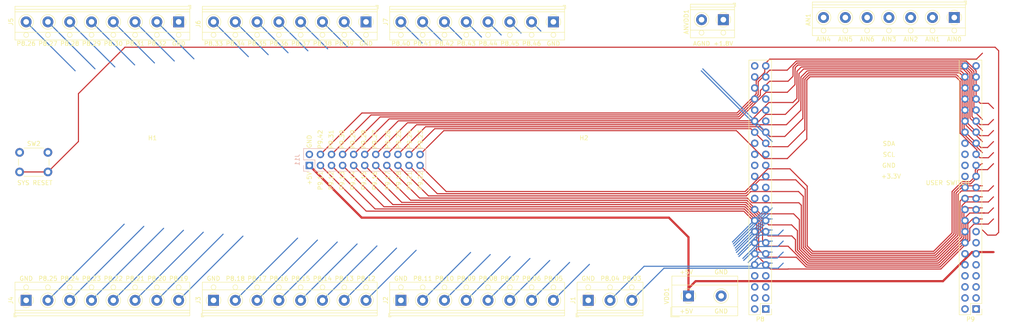
<source format=kicad_pcb>
(kicad_pcb (version 20171130) (host pcbnew "(5.1.6)-1")

  (general
    (thickness 1.6)
    (drawings 108)
    (tracks 372)
    (zones 0)
    (modules 16)
    (nets 84)
  )

  (page A4)
  (layers
    (0 F.Cu signal)
    (31 B.Cu signal)
    (32 B.Adhes user hide)
    (33 F.Adhes user hide)
    (34 B.Paste user hide)
    (35 F.Paste user hide)
    (36 B.SilkS user)
    (37 F.SilkS user hide)
    (38 B.Mask user hide)
    (39 F.Mask user hide)
    (40 Dwgs.User user hide)
    (41 Cmts.User user hide)
    (42 Eco1.User user hide)
    (43 Eco2.User user hide)
    (44 Edge.Cuts user)
    (45 Margin user hide)
    (46 B.CrtYd user hide)
    (47 F.CrtYd user hide)
    (48 B.Fab user hide)
    (49 F.Fab user hide)
  )

  (setup
    (last_trace_width 0.25)
    (trace_clearance 0.2)
    (zone_clearance 0.508)
    (zone_45_only no)
    (trace_min 0.2)
    (via_size 0.6)
    (via_drill 0.4)
    (via_min_size 0.4)
    (via_min_drill 0.3)
    (uvia_size 0.3)
    (uvia_drill 0.1)
    (uvias_allowed no)
    (uvia_min_size 0.2)
    (uvia_min_drill 0.1)
    (edge_width 0.00254)
    (segment_width 0.2)
    (pcb_text_width 0.3)
    (pcb_text_size 1.5 1.5)
    (mod_edge_width 0.15)
    (mod_text_size 1 1)
    (mod_text_width 0.15)
    (pad_size 1.7272 1.7272)
    (pad_drill 1.016)
    (pad_to_mask_clearance 0)
    (aux_axis_origin 0 0)
    (grid_origin 26.3701 22.3824)
    (visible_elements 7FFFFFFF)
    (pcbplotparams
      (layerselection 0x010f0_ffffffff)
      (usegerberextensions false)
      (usegerberattributes true)
      (usegerberadvancedattributes true)
      (creategerberjobfile true)
      (excludeedgelayer true)
      (linewidth 0.100000)
      (plotframeref false)
      (viasonmask false)
      (mode 1)
      (useauxorigin false)
      (hpglpennumber 1)
      (hpglpenspeed 20)
      (hpglpendiameter 15.000000)
      (psnegative false)
      (psa4output false)
      (plotreference true)
      (plotvalue true)
      (plotinvisibletext false)
      (padsonsilk false)
      (subtractmaskfromsilk false)
      (outputformat 1)
      (mirror false)
      (drillshape 0)
      (scaleselection 1)
      (outputdirectory "Gerbers/"))
  )

  (net 0 "")
  (net 1 "Net-(P9-Pad41)")
  (net 2 +3V3)
  (net 3 +5V)
  (net 4 GND)
  (net 5 "Net-(J1-Pad2)")
  (net 6 "Net-(J1-Pad3)")
  (net 7 "Net-(J2-Pad8)")
  (net 8 "Net-(J2-Pad7)")
  (net 9 "Net-(J2-Pad6)")
  (net 10 "Net-(J2-Pad5)")
  (net 11 "Net-(J2-Pad4)")
  (net 12 "Net-(J2-Pad3)")
  (net 13 "Net-(J2-Pad2)")
  (net 14 "Net-(J3-Pad2)")
  (net 15 "Net-(J3-Pad3)")
  (net 16 "Net-(J3-Pad4)")
  (net 17 "Net-(J3-Pad5)")
  (net 18 "Net-(J3-Pad6)")
  (net 19 "Net-(J3-Pad7)")
  (net 20 "Net-(J3-Pad8)")
  (net 21 "Net-(J4-Pad8)")
  (net 22 "Net-(J4-Pad7)")
  (net 23 "Net-(J4-Pad6)")
  (net 24 "Net-(J4-Pad5)")
  (net 25 "Net-(J4-Pad4)")
  (net 26 "Net-(J4-Pad3)")
  (net 27 "Net-(J4-Pad2)")
  (net 28 "Net-(J5-Pad2)")
  (net 29 "Net-(J5-Pad3)")
  (net 30 "Net-(J5-Pad4)")
  (net 31 "Net-(J5-Pad5)")
  (net 32 "Net-(J5-Pad6)")
  (net 33 "Net-(J5-Pad7)")
  (net 34 "Net-(J5-Pad8)")
  (net 35 "Net-(J6-Pad8)")
  (net 36 "Net-(J6-Pad7)")
  (net 37 "Net-(J6-Pad6)")
  (net 38 "Net-(J6-Pad5)")
  (net 39 "Net-(J6-Pad4)")
  (net 40 "Net-(J6-Pad3)")
  (net 41 "Net-(J6-Pad2)")
  (net 42 "Net-(J7-Pad2)")
  (net 43 "Net-(J7-Pad3)")
  (net 44 "Net-(J11-Pad3)")
  (net 45 "Net-(J11-Pad4)")
  (net 46 "Net-(J11-Pad5)")
  (net 47 "Net-(J11-Pad6)")
  (net 48 "Net-(J11-Pad7)")
  (net 49 "Net-(J11-Pad8)")
  (net 50 "Net-(J11-Pad9)")
  (net 51 "Net-(J11-Pad10)")
  (net 52 "Net-(J11-Pad11)")
  (net 53 "Net-(J11-Pad12)")
  (net 54 "Net-(J11-Pad13)")
  (net 55 "Net-(J11-Pad14)")
  (net 56 "Net-(J11-Pad15)")
  (net 57 "Net-(J11-Pad16)")
  (net 58 "Net-(J11-Pad17)")
  (net 59 "Net-(J11-Pad18)")
  (net 60 "Net-(J11-Pad19)")
  (net 61 "Net-(J11-Pad20)")
  (net 62 "Net-(J11-Pad21)")
  (net 63 "Net-(J11-Pad22)")
  (net 64 "Net-(P9-Pad7)")
  (net 65 "Net-(P9-Pad8)")
  (net 66 "Net-(P9-Pad9)")
  (net 67 "Net-(P9-Pad10)")
  (net 68 "Net-(AN1-Pad1)")
  (net 69 "Net-(AN1-Pad2)")
  (net 70 "Net-(AN1-Pad3)")
  (net 71 "Net-(AN1-Pad4)")
  (net 72 "Net-(AN1-Pad5)")
  (net 73 "Net-(AN1-Pad6)")
  (net 74 "Net-(AN1-Pad7)")
  (net 75 "Net-(ANVDD1-Pad1)")
  (net 76 "Net-(ANVDD1-Pad2)")
  (net 77 "Net-(I2C1-Pad3)")
  (net 78 "Net-(I2C1-Pad4)")
  (net 79 "Net-(J7-Pad4)")
  (net 80 "Net-(J7-Pad5)")
  (net 81 "Net-(J7-Pad6)")
  (net 82 "Net-(J7-Pad7)")
  (net 83 "Net-(J7-Pad8)")

  (net_class Default "To jest domyślna klasa połączeń."
    (clearance 0.2)
    (trace_width 0.25)
    (via_dia 0.6)
    (via_drill 0.4)
    (uvia_dia 0.3)
    (uvia_drill 0.1)
    (add_net +3V3)
    (add_net GND)
    (add_net "Net-(AN1-Pad1)")
    (add_net "Net-(AN1-Pad2)")
    (add_net "Net-(AN1-Pad3)")
    (add_net "Net-(AN1-Pad4)")
    (add_net "Net-(AN1-Pad5)")
    (add_net "Net-(AN1-Pad6)")
    (add_net "Net-(AN1-Pad7)")
    (add_net "Net-(ANVDD1-Pad1)")
    (add_net "Net-(ANVDD1-Pad2)")
    (add_net "Net-(I2C1-Pad3)")
    (add_net "Net-(I2C1-Pad4)")
    (add_net "Net-(J1-Pad2)")
    (add_net "Net-(J1-Pad3)")
    (add_net "Net-(J11-Pad10)")
    (add_net "Net-(J11-Pad11)")
    (add_net "Net-(J11-Pad12)")
    (add_net "Net-(J11-Pad13)")
    (add_net "Net-(J11-Pad14)")
    (add_net "Net-(J11-Pad15)")
    (add_net "Net-(J11-Pad16)")
    (add_net "Net-(J11-Pad17)")
    (add_net "Net-(J11-Pad18)")
    (add_net "Net-(J11-Pad19)")
    (add_net "Net-(J11-Pad20)")
    (add_net "Net-(J11-Pad21)")
    (add_net "Net-(J11-Pad22)")
    (add_net "Net-(J11-Pad3)")
    (add_net "Net-(J11-Pad4)")
    (add_net "Net-(J11-Pad5)")
    (add_net "Net-(J11-Pad6)")
    (add_net "Net-(J11-Pad7)")
    (add_net "Net-(J11-Pad8)")
    (add_net "Net-(J11-Pad9)")
    (add_net "Net-(J2-Pad2)")
    (add_net "Net-(J2-Pad3)")
    (add_net "Net-(J2-Pad4)")
    (add_net "Net-(J2-Pad5)")
    (add_net "Net-(J2-Pad6)")
    (add_net "Net-(J2-Pad7)")
    (add_net "Net-(J2-Pad8)")
    (add_net "Net-(J3-Pad2)")
    (add_net "Net-(J3-Pad3)")
    (add_net "Net-(J3-Pad4)")
    (add_net "Net-(J3-Pad5)")
    (add_net "Net-(J3-Pad6)")
    (add_net "Net-(J3-Pad7)")
    (add_net "Net-(J3-Pad8)")
    (add_net "Net-(J4-Pad2)")
    (add_net "Net-(J4-Pad3)")
    (add_net "Net-(J4-Pad4)")
    (add_net "Net-(J4-Pad5)")
    (add_net "Net-(J4-Pad6)")
    (add_net "Net-(J4-Pad7)")
    (add_net "Net-(J4-Pad8)")
    (add_net "Net-(J5-Pad2)")
    (add_net "Net-(J5-Pad3)")
    (add_net "Net-(J5-Pad4)")
    (add_net "Net-(J5-Pad5)")
    (add_net "Net-(J5-Pad6)")
    (add_net "Net-(J5-Pad7)")
    (add_net "Net-(J5-Pad8)")
    (add_net "Net-(J6-Pad2)")
    (add_net "Net-(J6-Pad3)")
    (add_net "Net-(J6-Pad4)")
    (add_net "Net-(J6-Pad5)")
    (add_net "Net-(J6-Pad6)")
    (add_net "Net-(J6-Pad7)")
    (add_net "Net-(J6-Pad8)")
    (add_net "Net-(J7-Pad2)")
    (add_net "Net-(J7-Pad3)")
    (add_net "Net-(J7-Pad4)")
    (add_net "Net-(J7-Pad5)")
    (add_net "Net-(J7-Pad6)")
    (add_net "Net-(J7-Pad7)")
    (add_net "Net-(J7-Pad8)")
    (add_net "Net-(P9-Pad10)")
    (add_net "Net-(P9-Pad41)")
    (add_net "Net-(P9-Pad7)")
    (add_net "Net-(P9-Pad8)")
    (add_net "Net-(P9-Pad9)")
  )

  (net_class +5V ""
    (clearance 0.5)
    (trace_width 0.5)
    (via_dia 0.6)
    (via_drill 0.4)
    (uvia_dia 0.3)
    (uvia_drill 0.1)
    (add_net +5V)
  )

  (module Connector_PinHeader_2.54mm:PinHeader_2x23_P2.54mm_Vertical (layer F.Cu) (tedit 59FED5CC) (tstamp 5F618AA5)
    (at 202.1101 93.3824 180)
    (descr "Through hole straight pin header, 2x23, 2.54mm pitch, double rows")
    (tags "Through hole pin header THT 2x23 2.54mm double row")
    (path /55DF7DE1)
    (fp_text reference P8 (at 1.27 -2.33) (layer F.SilkS)
      (effects (font (size 1 1) (thickness 0.15)))
    )
    (fp_text value BeagleBone_Black_Header (at 1.27 58.21) (layer F.Fab)
      (effects (font (size 1 1) (thickness 0.15)))
    )
    (fp_line (start 0 -1.27) (end 3.81 -1.27) (layer F.Fab) (width 0.1))
    (fp_line (start 3.81 -1.27) (end 3.81 57.15) (layer F.Fab) (width 0.1))
    (fp_line (start 3.81 57.15) (end -1.27 57.15) (layer F.Fab) (width 0.1))
    (fp_line (start -1.27 57.15) (end -1.27 0) (layer F.Fab) (width 0.1))
    (fp_line (start -1.27 0) (end 0 -1.27) (layer F.Fab) (width 0.1))
    (fp_line (start -1.33 57.21) (end 3.87 57.21) (layer F.SilkS) (width 0.12))
    (fp_line (start -1.33 1.27) (end -1.33 57.21) (layer F.SilkS) (width 0.12))
    (fp_line (start 3.87 -1.33) (end 3.87 57.21) (layer F.SilkS) (width 0.12))
    (fp_line (start -1.33 1.27) (end 1.27 1.27) (layer F.SilkS) (width 0.12))
    (fp_line (start 1.27 1.27) (end 1.27 -1.33) (layer F.SilkS) (width 0.12))
    (fp_line (start 1.27 -1.33) (end 3.87 -1.33) (layer F.SilkS) (width 0.12))
    (fp_line (start -1.33 0) (end -1.33 -1.33) (layer F.SilkS) (width 0.12))
    (fp_line (start -1.33 -1.33) (end 0 -1.33) (layer F.SilkS) (width 0.12))
    (fp_line (start -1.8 -1.8) (end -1.8 57.65) (layer F.CrtYd) (width 0.05))
    (fp_line (start -1.8 57.65) (end 4.35 57.65) (layer F.CrtYd) (width 0.05))
    (fp_line (start 4.35 57.65) (end 4.35 -1.8) (layer F.CrtYd) (width 0.05))
    (fp_line (start 4.35 -1.8) (end -1.8 -1.8) (layer F.CrtYd) (width 0.05))
    (fp_text user %R (at 1.27 27.94 90) (layer F.Fab)
      (effects (font (size 1 1) (thickness 0.15)))
    )
    (pad 46 thru_hole oval (at 2.54 55.88 180) (size 1.7 1.7) (drill 1) (layers *.Cu *.Mask)
      (net 42 "Net-(J7-Pad2)"))
    (pad 45 thru_hole oval (at 0 55.88 180) (size 1.7 1.7) (drill 1) (layers *.Cu *.Mask)
      (net 43 "Net-(J7-Pad3)"))
    (pad 44 thru_hole oval (at 2.54 53.34 180) (size 1.7 1.7) (drill 1) (layers *.Cu *.Mask)
      (net 79 "Net-(J7-Pad4)"))
    (pad 43 thru_hole oval (at 0 53.34 180) (size 1.7 1.7) (drill 1) (layers *.Cu *.Mask)
      (net 80 "Net-(J7-Pad5)"))
    (pad 42 thru_hole oval (at 2.54 50.8 180) (size 1.7 1.7) (drill 1) (layers *.Cu *.Mask)
      (net 81 "Net-(J7-Pad6)"))
    (pad 41 thru_hole oval (at 0 50.8 180) (size 1.7 1.7) (drill 1) (layers *.Cu *.Mask)
      (net 82 "Net-(J7-Pad7)"))
    (pad 40 thru_hole oval (at 2.54 48.26 180) (size 1.7 1.7) (drill 1) (layers *.Cu *.Mask)
      (net 83 "Net-(J7-Pad8)"))
    (pad 39 thru_hole oval (at 0 48.26 180) (size 1.7 1.7) (drill 1) (layers *.Cu *.Mask)
      (net 41 "Net-(J6-Pad2)"))
    (pad 38 thru_hole oval (at 2.54 45.72 180) (size 1.7 1.7) (drill 1) (layers *.Cu *.Mask)
      (net 40 "Net-(J6-Pad3)"))
    (pad 37 thru_hole oval (at 0 45.72 180) (size 1.7 1.7) (drill 1) (layers *.Cu *.Mask)
      (net 39 "Net-(J6-Pad4)"))
    (pad 36 thru_hole oval (at 2.54 43.18 180) (size 1.7 1.7) (drill 1) (layers *.Cu *.Mask)
      (net 38 "Net-(J6-Pad5)"))
    (pad 35 thru_hole oval (at 0 43.18 180) (size 1.7 1.7) (drill 1) (layers *.Cu *.Mask)
      (net 37 "Net-(J6-Pad6)"))
    (pad 34 thru_hole oval (at 2.54 40.64 180) (size 1.7 1.7) (drill 1) (layers *.Cu *.Mask)
      (net 36 "Net-(J6-Pad7)"))
    (pad 33 thru_hole oval (at 0 40.64 180) (size 1.7 1.7) (drill 1) (layers *.Cu *.Mask)
      (net 35 "Net-(J6-Pad8)"))
    (pad 32 thru_hole oval (at 2.54 38.1 180) (size 1.7 1.7) (drill 1) (layers *.Cu *.Mask)
      (net 28 "Net-(J5-Pad2)"))
    (pad 31 thru_hole oval (at 0 38.1 180) (size 1.7 1.7) (drill 1) (layers *.Cu *.Mask)
      (net 29 "Net-(J5-Pad3)"))
    (pad 30 thru_hole oval (at 2.54 35.56 180) (size 1.7 1.7) (drill 1) (layers *.Cu *.Mask)
      (net 30 "Net-(J5-Pad4)"))
    (pad 29 thru_hole oval (at 0 35.56 180) (size 1.7 1.7) (drill 1) (layers *.Cu *.Mask)
      (net 31 "Net-(J5-Pad5)"))
    (pad 28 thru_hole oval (at 2.54 33.02 180) (size 1.7 1.7) (drill 1) (layers *.Cu *.Mask)
      (net 32 "Net-(J5-Pad6)"))
    (pad 27 thru_hole oval (at 0 33.02 180) (size 1.7 1.7) (drill 1) (layers *.Cu *.Mask)
      (net 33 "Net-(J5-Pad7)"))
    (pad 26 thru_hole oval (at 2.54 30.48 180) (size 1.7 1.7) (drill 1) (layers *.Cu *.Mask)
      (net 34 "Net-(J5-Pad8)"))
    (pad 25 thru_hole oval (at 0 30.48 180) (size 1.7 1.7) (drill 1) (layers *.Cu *.Mask)
      (net 27 "Net-(J4-Pad2)"))
    (pad 24 thru_hole oval (at 2.54 27.94 180) (size 1.7 1.7) (drill 1) (layers *.Cu *.Mask)
      (net 26 "Net-(J4-Pad3)"))
    (pad 23 thru_hole oval (at 0 27.94 180) (size 1.7 1.7) (drill 1) (layers *.Cu *.Mask)
      (net 25 "Net-(J4-Pad4)"))
    (pad 22 thru_hole oval (at 2.54 25.4 180) (size 1.7 1.7) (drill 1) (layers *.Cu *.Mask)
      (net 24 "Net-(J4-Pad5)"))
    (pad 21 thru_hole oval (at 0 25.4 180) (size 1.7 1.7) (drill 1) (layers *.Cu *.Mask)
      (net 23 "Net-(J4-Pad6)"))
    (pad 20 thru_hole oval (at 2.54 22.86 180) (size 1.7 1.7) (drill 1) (layers *.Cu *.Mask)
      (net 22 "Net-(J4-Pad7)"))
    (pad 19 thru_hole oval (at 0 22.86 180) (size 1.7 1.7) (drill 1) (layers *.Cu *.Mask)
      (net 21 "Net-(J4-Pad8)"))
    (pad 18 thru_hole oval (at 2.54 20.32 180) (size 1.7 1.7) (drill 1) (layers *.Cu *.Mask)
      (net 14 "Net-(J3-Pad2)"))
    (pad 17 thru_hole oval (at 0 20.32 180) (size 1.7 1.7) (drill 1) (layers *.Cu *.Mask)
      (net 15 "Net-(J3-Pad3)"))
    (pad 16 thru_hole oval (at 2.54 17.78 180) (size 1.7 1.7) (drill 1) (layers *.Cu *.Mask)
      (net 16 "Net-(J3-Pad4)"))
    (pad 15 thru_hole oval (at 0 17.78 180) (size 1.7 1.7) (drill 1) (layers *.Cu *.Mask)
      (net 17 "Net-(J3-Pad5)"))
    (pad 14 thru_hole oval (at 2.54 15.24 180) (size 1.7 1.7) (drill 1) (layers *.Cu *.Mask)
      (net 18 "Net-(J3-Pad6)"))
    (pad 13 thru_hole oval (at 0 15.24 180) (size 1.7 1.7) (drill 1) (layers *.Cu *.Mask)
      (net 19 "Net-(J3-Pad7)"))
    (pad 12 thru_hole oval (at 2.54 12.7 180) (size 1.7 1.7) (drill 1) (layers *.Cu *.Mask)
      (net 20 "Net-(J3-Pad8)"))
    (pad 11 thru_hole oval (at 0 12.7 180) (size 1.7 1.7) (drill 1) (layers *.Cu *.Mask)
      (net 13 "Net-(J2-Pad2)"))
    (pad 10 thru_hole oval (at 2.54 10.16 180) (size 1.7 1.7) (drill 1) (layers *.Cu *.Mask)
      (net 12 "Net-(J2-Pad3)"))
    (pad 9 thru_hole oval (at 0 10.16 180) (size 1.7 1.7) (drill 1) (layers *.Cu *.Mask)
      (net 11 "Net-(J2-Pad4)"))
    (pad 8 thru_hole oval (at 2.54 7.62 180) (size 1.7 1.7) (drill 1) (layers *.Cu *.Mask)
      (net 10 "Net-(J2-Pad5)"))
    (pad 7 thru_hole oval (at 0 7.62 180) (size 1.7 1.7) (drill 1) (layers *.Cu *.Mask)
      (net 9 "Net-(J2-Pad6)"))
    (pad 6 thru_hole oval (at 2.54 5.08 180) (size 1.7 1.7) (drill 1) (layers *.Cu *.Mask)
      (net 8 "Net-(J2-Pad7)"))
    (pad 5 thru_hole oval (at 0 5.08 180) (size 1.7 1.7) (drill 1) (layers *.Cu *.Mask)
      (net 7 "Net-(J2-Pad8)"))
    (pad 4 thru_hole oval (at 2.54 2.54 180) (size 1.7 1.7) (drill 1) (layers *.Cu *.Mask)
      (net 5 "Net-(J1-Pad2)"))
    (pad 3 thru_hole oval (at 0 2.54 180) (size 1.7 1.7) (drill 1) (layers *.Cu *.Mask)
      (net 6 "Net-(J1-Pad3)"))
    (pad 2 thru_hole oval (at 2.54 0 180) (size 1.7 1.7) (drill 1) (layers *.Cu *.Mask)
      (net 4 GND))
    (pad 1 thru_hole rect (at 0 0 180) (size 1.7 1.7) (drill 1) (layers *.Cu *.Mask)
      (net 4 GND))
    (model ${KISYS3DMOD}/Connector_PinHeader_2.54mm.3dshapes/PinHeader_2x23_P2.54mm_Vertical.wrl
      (at (xyz 0 0 0))
      (scale (xyz 1 1 1))
      (rotate (xyz 0 0 0))
    )
  )

  (module TerminalBlock_MetzConnect:TerminalBlock_MetzConnect_Type171_RT13702HBWC_1x02_P7.50mm_Horizontal (layer F.Cu) (tedit 5B294EA3) (tstamp 5F610D4C)
    (at 184.3701 90.3824)
    (descr "terminal block Metz Connect Type171_RT13702HBWC, 2 pins, pitch 7.5mm, size 15x9mm^2, drill diamater 1.3mm, pad diameter 2.5mm, see http://www.metz-connect.com/de/system/files/productfiles/Datenblatt_311711_RT137xxHBWC_OFF-022811Q.pdf, script-generated using https://github.com/pointhi/kicad-footprint-generator/scripts/TerminalBlock_MetzConnect")
    (tags "THT terminal block Metz Connect Type171_RT13702HBWC pitch 7.5mm size 15x9mm^2 drill 1.3mm pad 2.5mm")
    (path /5FDB330F)
    (fp_text reference VDD1 (at -5 0 90) (layer F.SilkS)
      (effects (font (size 1 1) (thickness 0.15)))
    )
    (fp_text value Screw_Terminal_01x02 (at 3.75 5.56) (layer F.Fab)
      (effects (font (size 1 1) (thickness 0.15)))
    )
    (fp_circle (center 0 0) (end 1.5 0) (layer F.Fab) (width 0.1))
    (fp_circle (center 7.5 0) (end 9 0) (layer F.Fab) (width 0.1))
    (fp_circle (center 7.5 0) (end 9.18 0) (layer F.SilkS) (width 0.12))
    (fp_line (start -3.75 -4.5) (end 11.25 -4.5) (layer F.Fab) (width 0.1))
    (fp_line (start 11.25 -4.5) (end 11.25 4.5) (layer F.Fab) (width 0.1))
    (fp_line (start 11.25 4.5) (end -1.75 4.5) (layer F.Fab) (width 0.1))
    (fp_line (start -1.75 4.5) (end -3.75 2.5) (layer F.Fab) (width 0.1))
    (fp_line (start -3.75 2.5) (end -3.75 -4.5) (layer F.Fab) (width 0.1))
    (fp_line (start -3.75 2.5) (end 11.25 2.5) (layer F.Fab) (width 0.1))
    (fp_line (start -3.81 2.5) (end 11.31 2.5) (layer F.SilkS) (width 0.12))
    (fp_line (start -3.75 -2.5) (end 11.25 -2.5) (layer F.Fab) (width 0.1))
    (fp_line (start -3.81 -2.5) (end 11.31 -2.5) (layer F.SilkS) (width 0.12))
    (fp_line (start -3.81 -4.56) (end 11.31 -4.56) (layer F.SilkS) (width 0.12))
    (fp_line (start -3.81 4.56) (end 11.31 4.56) (layer F.SilkS) (width 0.12))
    (fp_line (start -3.81 -4.56) (end -3.81 4.56) (layer F.SilkS) (width 0.12))
    (fp_line (start 11.31 -4.56) (end 11.31 4.56) (layer F.SilkS) (width 0.12))
    (fp_line (start 1.138 -0.955) (end -0.955 1.138) (layer F.Fab) (width 0.1))
    (fp_line (start 0.955 -1.138) (end -1.138 0.955) (layer F.Fab) (width 0.1))
    (fp_line (start 8.638 -0.955) (end 6.546 1.138) (layer F.Fab) (width 0.1))
    (fp_line (start 8.455 -1.138) (end 6.363 0.955) (layer F.Fab) (width 0.1))
    (fp_line (start 8.775 -1.069) (end 8.681 -0.976) (layer F.SilkS) (width 0.12))
    (fp_line (start 6.49 1.216) (end 6.431 1.274) (layer F.SilkS) (width 0.12))
    (fp_line (start 8.57 -1.275) (end 8.511 -1.216) (layer F.SilkS) (width 0.12))
    (fp_line (start 6.32 0.976) (end 6.226 1.069) (layer F.SilkS) (width 0.12))
    (fp_line (start -4.05 2.56) (end -4.05 4.8) (layer F.SilkS) (width 0.12))
    (fp_line (start -4.05 4.8) (end -2.05 4.8) (layer F.SilkS) (width 0.12))
    (fp_line (start -4.25 -5) (end -4.25 5) (layer F.CrtYd) (width 0.05))
    (fp_line (start -4.25 5) (end 11.75 5) (layer F.CrtYd) (width 0.05))
    (fp_line (start 11.75 5) (end 11.75 -5) (layer F.CrtYd) (width 0.05))
    (fp_line (start 11.75 -5) (end -4.25 -5) (layer F.CrtYd) (width 0.05))
    (fp_arc (start 0 0) (end 0 1.68) (angle -28) (layer F.SilkS) (width 0.12))
    (fp_arc (start 0 0) (end 1.484 0.789) (angle -56) (layer F.SilkS) (width 0.12))
    (fp_arc (start 0 0) (end 0.789 -1.484) (angle -56) (layer F.SilkS) (width 0.12))
    (fp_arc (start 0 0) (end -1.484 -0.789) (angle -56) (layer F.SilkS) (width 0.12))
    (fp_arc (start 0 0) (end -0.789 1.484) (angle -29) (layer F.SilkS) (width 0.12))
    (fp_text user %R (at 3.75 3.5) (layer F.Fab)
      (effects (font (size 1 1) (thickness 0.15)))
    )
    (pad 1 thru_hole rect (at 0 0) (size 2.5 2.5) (drill 1.3) (layers *.Cu *.Mask)
      (net 3 +5V))
    (pad 2 thru_hole circle (at 7.5 0) (size 2.5 2.5) (drill 1.3) (layers *.Cu *.Mask)
      (net 4 GND))
    (model ${KISYS3DMOD}/TerminalBlock_MetzConnect.3dshapes/TerminalBlock_MetzConnect_Type171_RT13702HBWC_1x02_P7.50mm_Horizontal.wrl
      (at (xyz 0 0 0))
      (scale (xyz 1 1 1))
      (rotate (xyz 0 0 0))
    )
  )

  (module TerminalBlock_RND:TerminalBlock_RND_205-00013_1x03_P5.00mm_Horizontal (layer F.Cu) (tedit 5B294F52) (tstamp 5F5EA73A)
    (at 161.3701 91.3824)
    (descr "terminal block RND 205-00013, 3 pins, pitch 5mm, size 15x7.6mm^2, drill diamater 1.3mm, pad diameter 2.5mm, see http://cdn-reichelt.de/documents/datenblatt/C151/RND_205-00012_DB_EN.pdf, script-generated using https://github.com/pointhi/kicad-footprint-generator/scripts/TerminalBlock_RND")
    (tags "THT terminal block RND 205-00013 pitch 5mm size 15x7.6mm^2 drill 1.3mm pad 2.5mm")
    (path /5FD7EAE8)
    (fp_text reference J1 (at -3.5 0 90) (layer F.SilkS)
      (effects (font (size 1 1) (thickness 0.15)))
    )
    (fp_text value Screw_Terminal_01x03 (at 5 4.56) (layer F.Fab)
      (effects (font (size 1 1) (thickness 0.15)))
    )
    (fp_circle (center 0 0) (end 1.5 0) (layer F.Fab) (width 0.1))
    (fp_circle (center 0 -3) (end 0.55 -3) (layer F.Fab) (width 0.1))
    (fp_circle (center 0 -3) (end 0.55 -3) (layer F.SilkS) (width 0.12))
    (fp_circle (center 5 0) (end 6.5 0) (layer F.Fab) (width 0.1))
    (fp_circle (center 5 0) (end 6.68 0) (layer F.SilkS) (width 0.12))
    (fp_circle (center 5 -3) (end 5.55 -3) (layer F.Fab) (width 0.1))
    (fp_circle (center 5 -3) (end 5.55 -3) (layer F.SilkS) (width 0.12))
    (fp_circle (center 10 0) (end 11.5 0) (layer F.Fab) (width 0.1))
    (fp_circle (center 10 0) (end 11.68 0) (layer F.SilkS) (width 0.12))
    (fp_circle (center 10 -3) (end 10.55 -3) (layer F.Fab) (width 0.1))
    (fp_circle (center 10 -3) (end 10.55 -3) (layer F.SilkS) (width 0.12))
    (fp_line (start -2.5 -4.1) (end 12.5 -4.1) (layer F.Fab) (width 0.1))
    (fp_line (start 12.5 -4.1) (end 12.5 3.5) (layer F.Fab) (width 0.1))
    (fp_line (start 12.5 3.5) (end -1.9 3.5) (layer F.Fab) (width 0.1))
    (fp_line (start -1.9 3.5) (end -2.5 2.9) (layer F.Fab) (width 0.1))
    (fp_line (start -2.5 2.9) (end -2.5 -4.1) (layer F.Fab) (width 0.1))
    (fp_line (start -2.5 2.9) (end 12.5 2.9) (layer F.Fab) (width 0.1))
    (fp_line (start -2.56 2.9) (end 12.56 2.9) (layer F.SilkS) (width 0.12))
    (fp_line (start -2.5 2.3) (end 12.5 2.3) (layer F.Fab) (width 0.1))
    (fp_line (start -2.56 2.3) (end 12.56 2.3) (layer F.SilkS) (width 0.12))
    (fp_line (start -2.5 -2.4) (end 12.5 -2.4) (layer F.Fab) (width 0.1))
    (fp_line (start -2.56 -2.4) (end 12.56 -2.4) (layer F.SilkS) (width 0.12))
    (fp_line (start -2.56 -4.16) (end 12.56 -4.16) (layer F.SilkS) (width 0.12))
    (fp_line (start -2.56 3.561) (end 12.56 3.561) (layer F.SilkS) (width 0.12))
    (fp_line (start -2.56 -4.16) (end -2.56 3.561) (layer F.SilkS) (width 0.12))
    (fp_line (start 12.56 -4.16) (end 12.56 3.561) (layer F.SilkS) (width 0.12))
    (fp_line (start 1.138 -0.955) (end -0.955 1.138) (layer F.Fab) (width 0.1))
    (fp_line (start 0.955 -1.138) (end -1.138 0.955) (layer F.Fab) (width 0.1))
    (fp_line (start 6.138 -0.955) (end 4.046 1.138) (layer F.Fab) (width 0.1))
    (fp_line (start 5.955 -1.138) (end 3.863 0.955) (layer F.Fab) (width 0.1))
    (fp_line (start 6.275 -1.069) (end 6.181 -0.976) (layer F.SilkS) (width 0.12))
    (fp_line (start 3.99 1.216) (end 3.931 1.274) (layer F.SilkS) (width 0.12))
    (fp_line (start 6.07 -1.275) (end 6.011 -1.216) (layer F.SilkS) (width 0.12))
    (fp_line (start 3.82 0.976) (end 3.726 1.069) (layer F.SilkS) (width 0.12))
    (fp_line (start 11.138 -0.955) (end 9.046 1.138) (layer F.Fab) (width 0.1))
    (fp_line (start 10.955 -1.138) (end 8.863 0.955) (layer F.Fab) (width 0.1))
    (fp_line (start 11.275 -1.069) (end 11.181 -0.976) (layer F.SilkS) (width 0.12))
    (fp_line (start 8.99 1.216) (end 8.931 1.274) (layer F.SilkS) (width 0.12))
    (fp_line (start 11.07 -1.275) (end 11.011 -1.216) (layer F.SilkS) (width 0.12))
    (fp_line (start 8.82 0.976) (end 8.726 1.069) (layer F.SilkS) (width 0.12))
    (fp_line (start -2.8 2.96) (end -2.8 3.8) (layer F.SilkS) (width 0.12))
    (fp_line (start -2.8 3.8) (end -2.2 3.8) (layer F.SilkS) (width 0.12))
    (fp_line (start -3 -4.6) (end -3 4) (layer F.CrtYd) (width 0.05))
    (fp_line (start -3 4) (end 13 4) (layer F.CrtYd) (width 0.05))
    (fp_line (start 13 4) (end 13 -4.6) (layer F.CrtYd) (width 0.05))
    (fp_line (start 13 -4.6) (end -3 -4.6) (layer F.CrtYd) (width 0.05))
    (fp_arc (start 0 0) (end 0 1.68) (angle -28) (layer F.SilkS) (width 0.12))
    (fp_arc (start 0 0) (end 1.484 0.789) (angle -56) (layer F.SilkS) (width 0.12))
    (fp_arc (start 0 0) (end 0.789 -1.484) (angle -56) (layer F.SilkS) (width 0.12))
    (fp_arc (start 0 0) (end -1.484 -0.789) (angle -56) (layer F.SilkS) (width 0.12))
    (fp_arc (start 0 0) (end -0.789 1.484) (angle -29) (layer F.SilkS) (width 0.12))
    (fp_text user %R (at 5 -5.16) (layer F.Fab)
      (effects (font (size 1 1) (thickness 0.15)))
    )
    (pad 1 thru_hole rect (at 0 0) (size 2.5 2.5) (drill 1.3) (layers *.Cu *.Mask)
      (net 4 GND))
    (pad 2 thru_hole circle (at 5 0) (size 2.5 2.5) (drill 1.3) (layers *.Cu *.Mask)
      (net 5 "Net-(J1-Pad2)"))
    (pad 3 thru_hole circle (at 10 0) (size 2.5 2.5) (drill 1.3) (layers *.Cu *.Mask)
      (net 6 "Net-(J1-Pad3)"))
    (model ${KISYS3DMOD}/TerminalBlock_RND.3dshapes/TerminalBlock_RND_205-00013_1x03_P5.00mm_Horizontal.wrl
      (at (xyz 0 0 0))
      (scale (xyz 1 1 1))
      (rotate (xyz 0 0 0))
    )
  )

  (module Connector_PinHeader_2.54mm:PinHeader_2x23_P2.54mm_Vertical (layer F.Cu) (tedit 59FED5CC) (tstamp 5F618AE8)
    (at 250.3701 93.3824 180)
    (descr "Through hole straight pin header, 2x23, 2.54mm pitch, double rows")
    (tags "Through hole pin header THT 2x23 2.54mm double row")
    (path /55DF7DBA)
    (fp_text reference P9 (at 1.27 -2.33) (layer F.SilkS)
      (effects (font (size 1 1) (thickness 0.15)))
    )
    (fp_text value BeagleBone_Black_Header (at 1.27 58.21) (layer F.Fab)
      (effects (font (size 1 1) (thickness 0.15)))
    )
    (fp_line (start 4.35 -1.8) (end -1.8 -1.8) (layer F.CrtYd) (width 0.05))
    (fp_line (start 4.35 57.65) (end 4.35 -1.8) (layer F.CrtYd) (width 0.05))
    (fp_line (start -1.8 57.65) (end 4.35 57.65) (layer F.CrtYd) (width 0.05))
    (fp_line (start -1.8 -1.8) (end -1.8 57.65) (layer F.CrtYd) (width 0.05))
    (fp_line (start -1.33 -1.33) (end 0 -1.33) (layer F.SilkS) (width 0.12))
    (fp_line (start -1.33 0) (end -1.33 -1.33) (layer F.SilkS) (width 0.12))
    (fp_line (start 1.27 -1.33) (end 3.87 -1.33) (layer F.SilkS) (width 0.12))
    (fp_line (start 1.27 1.27) (end 1.27 -1.33) (layer F.SilkS) (width 0.12))
    (fp_line (start -1.33 1.27) (end 1.27 1.27) (layer F.SilkS) (width 0.12))
    (fp_line (start 3.87 -1.33) (end 3.87 57.21) (layer F.SilkS) (width 0.12))
    (fp_line (start -1.33 1.27) (end -1.33 57.21) (layer F.SilkS) (width 0.12))
    (fp_line (start -1.33 57.21) (end 3.87 57.21) (layer F.SilkS) (width 0.12))
    (fp_line (start -1.27 0) (end 0 -1.27) (layer F.Fab) (width 0.1))
    (fp_line (start -1.27 57.15) (end -1.27 0) (layer F.Fab) (width 0.1))
    (fp_line (start 3.81 57.15) (end -1.27 57.15) (layer F.Fab) (width 0.1))
    (fp_line (start 3.81 -1.27) (end 3.81 57.15) (layer F.Fab) (width 0.1))
    (fp_line (start 0 -1.27) (end 3.81 -1.27) (layer F.Fab) (width 0.1))
    (fp_text user %R (at 1.27 27.94 90) (layer F.Fab)
      (effects (font (size 1 1) (thickness 0.15)))
    )
    (pad 1 thru_hole rect (at 0 0 180) (size 1.7 1.7) (drill 1) (layers *.Cu *.Mask)
      (net 4 GND))
    (pad 2 thru_hole oval (at 2.54 0 180) (size 1.7 1.7) (drill 1) (layers *.Cu *.Mask)
      (net 4 GND))
    (pad 3 thru_hole oval (at 0 2.54 180) (size 1.7 1.7) (drill 1) (layers *.Cu *.Mask)
      (net 2 +3V3))
    (pad 4 thru_hole oval (at 2.54 2.54 180) (size 1.7 1.7) (drill 1) (layers *.Cu *.Mask)
      (net 2 +3V3))
    (pad 5 thru_hole oval (at 0 5.08 180) (size 1.7 1.7) (drill 1) (layers *.Cu *.Mask)
      (net 3 +5V))
    (pad 6 thru_hole oval (at 2.54 5.08 180) (size 1.7 1.7) (drill 1) (layers *.Cu *.Mask)
      (net 3 +5V))
    (pad 7 thru_hole oval (at 0 7.62 180) (size 1.7 1.7) (drill 1) (layers *.Cu *.Mask)
      (net 64 "Net-(P9-Pad7)"))
    (pad 8 thru_hole oval (at 2.54 7.62 180) (size 1.7 1.7) (drill 1) (layers *.Cu *.Mask)
      (net 65 "Net-(P9-Pad8)"))
    (pad 9 thru_hole oval (at 0 10.16 180) (size 1.7 1.7) (drill 1) (layers *.Cu *.Mask)
      (net 66 "Net-(P9-Pad9)"))
    (pad 10 thru_hole oval (at 2.54 10.16 180) (size 1.7 1.7) (drill 1) (layers *.Cu *.Mask)
      (net 67 "Net-(P9-Pad10)"))
    (pad 11 thru_hole oval (at 0 12.7 180) (size 1.7 1.7) (drill 1) (layers *.Cu *.Mask)
      (net 44 "Net-(J11-Pad3)"))
    (pad 12 thru_hole oval (at 2.54 12.7 180) (size 1.7 1.7) (drill 1) (layers *.Cu *.Mask)
      (net 46 "Net-(J11-Pad5)"))
    (pad 13 thru_hole oval (at 0 15.24 180) (size 1.7 1.7) (drill 1) (layers *.Cu *.Mask)
      (net 48 "Net-(J11-Pad7)"))
    (pad 14 thru_hole oval (at 2.54 15.24 180) (size 1.7 1.7) (drill 1) (layers *.Cu *.Mask)
      (net 50 "Net-(J11-Pad9)"))
    (pad 15 thru_hole oval (at 0 17.78 180) (size 1.7 1.7) (drill 1) (layers *.Cu *.Mask)
      (net 52 "Net-(J11-Pad11)"))
    (pad 16 thru_hole oval (at 2.54 17.78 180) (size 1.7 1.7) (drill 1) (layers *.Cu *.Mask)
      (net 54 "Net-(J11-Pad13)"))
    (pad 17 thru_hole oval (at 0 20.32 180) (size 1.7 1.7) (drill 1) (layers *.Cu *.Mask)
      (net 56 "Net-(J11-Pad15)"))
    (pad 18 thru_hole oval (at 2.54 20.32 180) (size 1.7 1.7) (drill 1) (layers *.Cu *.Mask)
      (net 58 "Net-(J11-Pad17)"))
    (pad 19 thru_hole oval (at 0 22.86 180) (size 1.7 1.7) (drill 1) (layers *.Cu *.Mask)
      (net 77 "Net-(I2C1-Pad3)"))
    (pad 20 thru_hole oval (at 2.54 22.86 180) (size 1.7 1.7) (drill 1) (layers *.Cu *.Mask)
      (net 78 "Net-(I2C1-Pad4)"))
    (pad 21 thru_hole oval (at 0 25.4 180) (size 1.7 1.7) (drill 1) (layers *.Cu *.Mask)
      (net 60 "Net-(J11-Pad19)"))
    (pad 22 thru_hole oval (at 2.54 25.4 180) (size 1.7 1.7) (drill 1) (layers *.Cu *.Mask)
      (net 62 "Net-(J11-Pad21)"))
    (pad 23 thru_hole oval (at 0 27.94 180) (size 1.7 1.7) (drill 1) (layers *.Cu *.Mask)
      (net 63 "Net-(J11-Pad22)"))
    (pad 24 thru_hole oval (at 2.54 27.94 180) (size 1.7 1.7) (drill 1) (layers *.Cu *.Mask)
      (net 61 "Net-(J11-Pad20)"))
    (pad 25 thru_hole oval (at 0 30.48 180) (size 1.7 1.7) (drill 1) (layers *.Cu *.Mask)
      (net 59 "Net-(J11-Pad18)"))
    (pad 26 thru_hole oval (at 2.54 30.48 180) (size 1.7 1.7) (drill 1) (layers *.Cu *.Mask)
      (net 57 "Net-(J11-Pad16)"))
    (pad 27 thru_hole oval (at 0 33.02 180) (size 1.7 1.7) (drill 1) (layers *.Cu *.Mask)
      (net 55 "Net-(J11-Pad14)"))
    (pad 28 thru_hole oval (at 2.54 33.02 180) (size 1.7 1.7) (drill 1) (layers *.Cu *.Mask)
      (net 53 "Net-(J11-Pad12)"))
    (pad 29 thru_hole oval (at 0 35.56 180) (size 1.7 1.7) (drill 1) (layers *.Cu *.Mask)
      (net 51 "Net-(J11-Pad10)"))
    (pad 30 thru_hole oval (at 2.54 35.56 180) (size 1.7 1.7) (drill 1) (layers *.Cu *.Mask)
      (net 49 "Net-(J11-Pad8)"))
    (pad 31 thru_hole oval (at 0 38.1 180) (size 1.7 1.7) (drill 1) (layers *.Cu *.Mask)
      (net 47 "Net-(J11-Pad6)"))
    (pad 32 thru_hole oval (at 2.54 38.1 180) (size 1.7 1.7) (drill 1) (layers *.Cu *.Mask)
      (net 75 "Net-(ANVDD1-Pad1)"))
    (pad 33 thru_hole oval (at 0 40.64 180) (size 1.7 1.7) (drill 1) (layers *.Cu *.Mask)
      (net 74 "Net-(AN1-Pad7)"))
    (pad 34 thru_hole oval (at 2.54 40.64 180) (size 1.7 1.7) (drill 1) (layers *.Cu *.Mask)
      (net 76 "Net-(ANVDD1-Pad2)"))
    (pad 35 thru_hole oval (at 0 43.18 180) (size 1.7 1.7) (drill 1) (layers *.Cu *.Mask)
      (net 72 "Net-(AN1-Pad5)"))
    (pad 36 thru_hole oval (at 2.54 43.18 180) (size 1.7 1.7) (drill 1) (layers *.Cu *.Mask)
      (net 73 "Net-(AN1-Pad6)"))
    (pad 37 thru_hole oval (at 0 45.72 180) (size 1.7 1.7) (drill 1) (layers *.Cu *.Mask)
      (net 70 "Net-(AN1-Pad3)"))
    (pad 38 thru_hole oval (at 2.54 45.72 180) (size 1.7 1.7) (drill 1) (layers *.Cu *.Mask)
      (net 71 "Net-(AN1-Pad4)"))
    (pad 39 thru_hole oval (at 0 48.26 180) (size 1.7 1.7) (drill 1) (layers *.Cu *.Mask)
      (net 68 "Net-(AN1-Pad1)"))
    (pad 40 thru_hole oval (at 2.54 48.26 180) (size 1.7 1.7) (drill 1) (layers *.Cu *.Mask)
      (net 69 "Net-(AN1-Pad2)"))
    (pad 41 thru_hole oval (at 0 50.8 180) (size 1.7 1.7) (drill 1) (layers *.Cu *.Mask)
      (net 1 "Net-(P9-Pad41)"))
    (pad 42 thru_hole oval (at 2.54 50.8 180) (size 1.7 1.7) (drill 1) (layers *.Cu *.Mask)
      (net 45 "Net-(J11-Pad4)"))
    (pad 43 thru_hole oval (at 0 53.34 180) (size 1.7 1.7) (drill 1) (layers *.Cu *.Mask)
      (net 4 GND))
    (pad 44 thru_hole oval (at 2.54 53.34 180) (size 1.7 1.7) (drill 1) (layers *.Cu *.Mask)
      (net 4 GND))
    (pad 45 thru_hole oval (at 0 55.88 180) (size 1.7 1.7) (drill 1) (layers *.Cu *.Mask)
      (net 4 GND))
    (pad 46 thru_hole oval (at 2.54 55.88 180) (size 1.7 1.7) (drill 1) (layers *.Cu *.Mask)
      (net 4 GND))
    (model ${KISYS3DMOD}/Connector_PinHeader_2.54mm.3dshapes/PinHeader_2x23_P2.54mm_Vertical.wrl
      (at (xyz 0 0 0))
      (scale (xyz 1 1 1))
      (rotate (xyz 0 0 0))
    )
  )

  (module Connector_PinSocket_2.54mm:PinSocket_2x11_P2.54mm_Vertical (layer B.Cu) (tedit 5A19A41F) (tstamp 5F610D78)
    (at 97.3701 60.3824 270)
    (descr "Through hole straight socket strip, 2x11, 2.54mm pitch, double cols (from Kicad 4.0.7), script generated")
    (tags "Through hole socket strip THT 2x11 2.54mm double row")
    (path /5FB93898)
    (fp_text reference J11 (at -1.27 2.77 270) (layer B.SilkS)
      (effects (font (size 1 1) (thickness 0.15)) (justify mirror))
    )
    (fp_text value Conn_02x11_Odd_Even (at -1.27 -28.17 270) (layer B.Fab)
      (effects (font (size 1 1) (thickness 0.15)) (justify mirror))
    )
    (fp_line (start -3.81 1.27) (end 0.27 1.27) (layer B.Fab) (width 0.1))
    (fp_line (start 0.27 1.27) (end 1.27 0.27) (layer B.Fab) (width 0.1))
    (fp_line (start 1.27 0.27) (end 1.27 -26.67) (layer B.Fab) (width 0.1))
    (fp_line (start 1.27 -26.67) (end -3.81 -26.67) (layer B.Fab) (width 0.1))
    (fp_line (start -3.81 -26.67) (end -3.81 1.27) (layer B.Fab) (width 0.1))
    (fp_line (start -3.87 1.33) (end -1.27 1.33) (layer B.SilkS) (width 0.12))
    (fp_line (start -3.87 1.33) (end -3.87 -26.73) (layer B.SilkS) (width 0.12))
    (fp_line (start -3.87 -26.73) (end 1.33 -26.73) (layer B.SilkS) (width 0.12))
    (fp_line (start 1.33 -1.27) (end 1.33 -26.73) (layer B.SilkS) (width 0.12))
    (fp_line (start -1.27 -1.27) (end 1.33 -1.27) (layer B.SilkS) (width 0.12))
    (fp_line (start -1.27 1.33) (end -1.27 -1.27) (layer B.SilkS) (width 0.12))
    (fp_line (start 1.33 1.33) (end 1.33 0) (layer B.SilkS) (width 0.12))
    (fp_line (start 0 1.33) (end 1.33 1.33) (layer B.SilkS) (width 0.12))
    (fp_line (start -4.34 1.8) (end 1.76 1.8) (layer B.CrtYd) (width 0.05))
    (fp_line (start 1.76 1.8) (end 1.76 -27.15) (layer B.CrtYd) (width 0.05))
    (fp_line (start 1.76 -27.15) (end -4.34 -27.15) (layer B.CrtYd) (width 0.05))
    (fp_line (start -4.34 -27.15) (end -4.34 1.8) (layer B.CrtYd) (width 0.05))
    (fp_text user %R (at -1.27 -12.7) (layer B.Fab)
      (effects (font (size 1 1) (thickness 0.15)) (justify mirror))
    )
    (pad 1 thru_hole rect (at 0 0 270) (size 1.7 1.7) (drill 1) (layers *.Cu *.Mask)
      (net 3 +5V))
    (pad 2 thru_hole oval (at -2.54 0 270) (size 1.7 1.7) (drill 1) (layers *.Cu *.Mask)
      (net 4 GND))
    (pad 3 thru_hole oval (at 0 -2.54 270) (size 1.7 1.7) (drill 1) (layers *.Cu *.Mask)
      (net 44 "Net-(J11-Pad3)"))
    (pad 4 thru_hole oval (at -2.54 -2.54 270) (size 1.7 1.7) (drill 1) (layers *.Cu *.Mask)
      (net 45 "Net-(J11-Pad4)"))
    (pad 5 thru_hole oval (at 0 -5.08 270) (size 1.7 1.7) (drill 1) (layers *.Cu *.Mask)
      (net 46 "Net-(J11-Pad5)"))
    (pad 6 thru_hole oval (at -2.54 -5.08 270) (size 1.7 1.7) (drill 1) (layers *.Cu *.Mask)
      (net 47 "Net-(J11-Pad6)"))
    (pad 7 thru_hole oval (at 0 -7.62 270) (size 1.7 1.7) (drill 1) (layers *.Cu *.Mask)
      (net 48 "Net-(J11-Pad7)"))
    (pad 8 thru_hole oval (at -2.54 -7.62 270) (size 1.7 1.7) (drill 1) (layers *.Cu *.Mask)
      (net 49 "Net-(J11-Pad8)"))
    (pad 9 thru_hole oval (at 0 -10.16 270) (size 1.7 1.7) (drill 1) (layers *.Cu *.Mask)
      (net 50 "Net-(J11-Pad9)"))
    (pad 10 thru_hole oval (at -2.54 -10.16 270) (size 1.7 1.7) (drill 1) (layers *.Cu *.Mask)
      (net 51 "Net-(J11-Pad10)"))
    (pad 11 thru_hole oval (at 0 -12.7 270) (size 1.7 1.7) (drill 1) (layers *.Cu *.Mask)
      (net 52 "Net-(J11-Pad11)"))
    (pad 12 thru_hole oval (at -2.54 -12.7 270) (size 1.7 1.7) (drill 1) (layers *.Cu *.Mask)
      (net 53 "Net-(J11-Pad12)"))
    (pad 13 thru_hole oval (at 0 -15.24 270) (size 1.7 1.7) (drill 1) (layers *.Cu *.Mask)
      (net 54 "Net-(J11-Pad13)"))
    (pad 14 thru_hole oval (at -2.54 -15.24 270) (size 1.7 1.7) (drill 1) (layers *.Cu *.Mask)
      (net 55 "Net-(J11-Pad14)"))
    (pad 15 thru_hole oval (at 0 -17.78 270) (size 1.7 1.7) (drill 1) (layers *.Cu *.Mask)
      (net 56 "Net-(J11-Pad15)"))
    (pad 16 thru_hole oval (at -2.54 -17.78 270) (size 1.7 1.7) (drill 1) (layers *.Cu *.Mask)
      (net 57 "Net-(J11-Pad16)"))
    (pad 17 thru_hole oval (at 0 -20.32 270) (size 1.7 1.7) (drill 1) (layers *.Cu *.Mask)
      (net 58 "Net-(J11-Pad17)"))
    (pad 18 thru_hole oval (at -2.54 -20.32 270) (size 1.7 1.7) (drill 1) (layers *.Cu *.Mask)
      (net 59 "Net-(J11-Pad18)"))
    (pad 19 thru_hole oval (at 0 -22.86 270) (size 1.7 1.7) (drill 1) (layers *.Cu *.Mask)
      (net 60 "Net-(J11-Pad19)"))
    (pad 20 thru_hole oval (at -2.54 -22.86 270) (size 1.7 1.7) (drill 1) (layers *.Cu *.Mask)
      (net 61 "Net-(J11-Pad20)"))
    (pad 21 thru_hole oval (at 0 -25.4 270) (size 1.7 1.7) (drill 1) (layers *.Cu *.Mask)
      (net 62 "Net-(J11-Pad21)"))
    (pad 22 thru_hole oval (at -2.54 -25.4 270) (size 1.7 1.7) (drill 1) (layers *.Cu *.Mask)
      (net 63 "Net-(J11-Pad22)"))
    (model ${KISYS3DMOD}/Connector_PinSocket_2.54mm.3dshapes/PinSocket_2x11_P2.54mm_Vertical.wrl
      (at (xyz 0 0 0))
      (scale (xyz 1 1 1))
      (rotate (xyz 0 0 0))
    )
  )

  (module TerminalBlock_RND:TerminalBlock_RND_205-00018_1x08_P5.00mm_Horizontal (layer F.Cu) (tedit 5B294F5A) (tstamp 5F6147C0)
    (at 153.3701 27.3824 180)
    (descr "terminal block RND 205-00018, 8 pins, pitch 5mm, size 40x7.6mm^2, drill diamater 1.3mm, pad diameter 2.5mm, see http://cdn-reichelt.de/documents/datenblatt/C151/RND_205-00012_DB_EN.pdf, script-generated using https://github.com/pointhi/kicad-footprint-generator/scripts/TerminalBlock_RND")
    (tags "THT terminal block RND 205-00018 pitch 5mm size 40x7.6mm^2 drill 1.3mm pad 2.5mm")
    (path /5FBC0ABF)
    (fp_text reference J7 (at 38.5 0 90) (layer F.SilkS)
      (effects (font (size 1 1) (thickness 0.15)))
    )
    (fp_text value Screw_Terminal_01x08 (at 17.5 4.56) (layer F.Fab)
      (effects (font (size 1 1) (thickness 0.15)))
    )
    (fp_circle (center 0 0) (end 1.5 0) (layer F.Fab) (width 0.1))
    (fp_circle (center 0 -3) (end 0.55 -3) (layer F.Fab) (width 0.1))
    (fp_circle (center 0 -3) (end 0.55 -3) (layer F.SilkS) (width 0.12))
    (fp_circle (center 5 0) (end 6.5 0) (layer F.Fab) (width 0.1))
    (fp_circle (center 5 0) (end 6.68 0) (layer F.SilkS) (width 0.12))
    (fp_circle (center 5 -3) (end 5.55 -3) (layer F.Fab) (width 0.1))
    (fp_circle (center 5 -3) (end 5.55 -3) (layer F.SilkS) (width 0.12))
    (fp_circle (center 10 0) (end 11.5 0) (layer F.Fab) (width 0.1))
    (fp_circle (center 10 0) (end 11.68 0) (layer F.SilkS) (width 0.12))
    (fp_circle (center 10 -3) (end 10.55 -3) (layer F.Fab) (width 0.1))
    (fp_circle (center 10 -3) (end 10.55 -3) (layer F.SilkS) (width 0.12))
    (fp_circle (center 15 0) (end 16.5 0) (layer F.Fab) (width 0.1))
    (fp_circle (center 15 0) (end 16.68 0) (layer F.SilkS) (width 0.12))
    (fp_circle (center 15 -3) (end 15.55 -3) (layer F.Fab) (width 0.1))
    (fp_circle (center 15 -3) (end 15.55 -3) (layer F.SilkS) (width 0.12))
    (fp_circle (center 20 0) (end 21.5 0) (layer F.Fab) (width 0.1))
    (fp_circle (center 20 0) (end 21.68 0) (layer F.SilkS) (width 0.12))
    (fp_circle (center 20 -3) (end 20.55 -3) (layer F.Fab) (width 0.1))
    (fp_circle (center 20 -3) (end 20.55 -3) (layer F.SilkS) (width 0.12))
    (fp_circle (center 25 0) (end 26.5 0) (layer F.Fab) (width 0.1))
    (fp_circle (center 25 0) (end 26.68 0) (layer F.SilkS) (width 0.12))
    (fp_circle (center 25 -3) (end 25.55 -3) (layer F.Fab) (width 0.1))
    (fp_circle (center 25 -3) (end 25.55 -3) (layer F.SilkS) (width 0.12))
    (fp_circle (center 30 0) (end 31.5 0) (layer F.Fab) (width 0.1))
    (fp_circle (center 30 0) (end 31.68 0) (layer F.SilkS) (width 0.12))
    (fp_circle (center 30 -3) (end 30.55 -3) (layer F.Fab) (width 0.1))
    (fp_circle (center 30 -3) (end 30.55 -3) (layer F.SilkS) (width 0.12))
    (fp_circle (center 35 0) (end 36.5 0) (layer F.Fab) (width 0.1))
    (fp_circle (center 35 0) (end 36.68 0) (layer F.SilkS) (width 0.12))
    (fp_circle (center 35 -3) (end 35.55 -3) (layer F.Fab) (width 0.1))
    (fp_circle (center 35 -3) (end 35.55 -3) (layer F.SilkS) (width 0.12))
    (fp_line (start -2.5 -4.1) (end 37.5 -4.1) (layer F.Fab) (width 0.1))
    (fp_line (start 37.5 -4.1) (end 37.5 3.5) (layer F.Fab) (width 0.1))
    (fp_line (start 37.5 3.5) (end -1.9 3.5) (layer F.Fab) (width 0.1))
    (fp_line (start -1.9 3.5) (end -2.5 2.9) (layer F.Fab) (width 0.1))
    (fp_line (start -2.5 2.9) (end -2.5 -4.1) (layer F.Fab) (width 0.1))
    (fp_line (start -2.5 2.9) (end 37.5 2.9) (layer F.Fab) (width 0.1))
    (fp_line (start -2.56 2.9) (end 37.56 2.9) (layer F.SilkS) (width 0.12))
    (fp_line (start -2.5 2.3) (end 37.5 2.3) (layer F.Fab) (width 0.1))
    (fp_line (start -2.56 2.3) (end 37.56 2.3) (layer F.SilkS) (width 0.12))
    (fp_line (start -2.5 -2.4) (end 37.5 -2.4) (layer F.Fab) (width 0.1))
    (fp_line (start -2.56 -2.4) (end 37.56 -2.4) (layer F.SilkS) (width 0.12))
    (fp_line (start -2.56 -4.16) (end 37.56 -4.16) (layer F.SilkS) (width 0.12))
    (fp_line (start -2.56 3.561) (end 37.56 3.561) (layer F.SilkS) (width 0.12))
    (fp_line (start -2.56 -4.16) (end -2.56 3.561) (layer F.SilkS) (width 0.12))
    (fp_line (start 37.56 -4.16) (end 37.56 3.561) (layer F.SilkS) (width 0.12))
    (fp_line (start 1.138 -0.955) (end -0.955 1.138) (layer F.Fab) (width 0.1))
    (fp_line (start 0.955 -1.138) (end -1.138 0.955) (layer F.Fab) (width 0.1))
    (fp_line (start 6.138 -0.955) (end 4.046 1.138) (layer F.Fab) (width 0.1))
    (fp_line (start 5.955 -1.138) (end 3.863 0.955) (layer F.Fab) (width 0.1))
    (fp_line (start 6.275 -1.069) (end 6.181 -0.976) (layer F.SilkS) (width 0.12))
    (fp_line (start 3.99 1.216) (end 3.931 1.274) (layer F.SilkS) (width 0.12))
    (fp_line (start 6.07 -1.275) (end 6.011 -1.216) (layer F.SilkS) (width 0.12))
    (fp_line (start 3.82 0.976) (end 3.726 1.069) (layer F.SilkS) (width 0.12))
    (fp_line (start 11.138 -0.955) (end 9.046 1.138) (layer F.Fab) (width 0.1))
    (fp_line (start 10.955 -1.138) (end 8.863 0.955) (layer F.Fab) (width 0.1))
    (fp_line (start 11.275 -1.069) (end 11.181 -0.976) (layer F.SilkS) (width 0.12))
    (fp_line (start 8.99 1.216) (end 8.931 1.274) (layer F.SilkS) (width 0.12))
    (fp_line (start 11.07 -1.275) (end 11.011 -1.216) (layer F.SilkS) (width 0.12))
    (fp_line (start 8.82 0.976) (end 8.726 1.069) (layer F.SilkS) (width 0.12))
    (fp_line (start 16.138 -0.955) (end 14.046 1.138) (layer F.Fab) (width 0.1))
    (fp_line (start 15.955 -1.138) (end 13.863 0.955) (layer F.Fab) (width 0.1))
    (fp_line (start 16.275 -1.069) (end 16.181 -0.976) (layer F.SilkS) (width 0.12))
    (fp_line (start 13.99 1.216) (end 13.931 1.274) (layer F.SilkS) (width 0.12))
    (fp_line (start 16.07 -1.275) (end 16.011 -1.216) (layer F.SilkS) (width 0.12))
    (fp_line (start 13.82 0.976) (end 13.726 1.069) (layer F.SilkS) (width 0.12))
    (fp_line (start 21.138 -0.955) (end 19.046 1.138) (layer F.Fab) (width 0.1))
    (fp_line (start 20.955 -1.138) (end 18.863 0.955) (layer F.Fab) (width 0.1))
    (fp_line (start 21.275 -1.069) (end 21.181 -0.976) (layer F.SilkS) (width 0.12))
    (fp_line (start 18.99 1.216) (end 18.931 1.274) (layer F.SilkS) (width 0.12))
    (fp_line (start 21.07 -1.275) (end 21.011 -1.216) (layer F.SilkS) (width 0.12))
    (fp_line (start 18.82 0.976) (end 18.726 1.069) (layer F.SilkS) (width 0.12))
    (fp_line (start 26.138 -0.955) (end 24.046 1.138) (layer F.Fab) (width 0.1))
    (fp_line (start 25.955 -1.138) (end 23.863 0.955) (layer F.Fab) (width 0.1))
    (fp_line (start 26.275 -1.069) (end 26.181 -0.976) (layer F.SilkS) (width 0.12))
    (fp_line (start 23.99 1.216) (end 23.931 1.274) (layer F.SilkS) (width 0.12))
    (fp_line (start 26.07 -1.275) (end 26.011 -1.216) (layer F.SilkS) (width 0.12))
    (fp_line (start 23.82 0.976) (end 23.726 1.069) (layer F.SilkS) (width 0.12))
    (fp_line (start 31.138 -0.955) (end 29.046 1.138) (layer F.Fab) (width 0.1))
    (fp_line (start 30.955 -1.138) (end 28.863 0.955) (layer F.Fab) (width 0.1))
    (fp_line (start 31.275 -1.069) (end 31.181 -0.976) (layer F.SilkS) (width 0.12))
    (fp_line (start 28.99 1.216) (end 28.931 1.274) (layer F.SilkS) (width 0.12))
    (fp_line (start 31.07 -1.275) (end 31.011 -1.216) (layer F.SilkS) (width 0.12))
    (fp_line (start 28.82 0.976) (end 28.726 1.069) (layer F.SilkS) (width 0.12))
    (fp_line (start 36.138 -0.955) (end 34.046 1.138) (layer F.Fab) (width 0.1))
    (fp_line (start 35.955 -1.138) (end 33.863 0.955) (layer F.Fab) (width 0.1))
    (fp_line (start 36.275 -1.069) (end 36.181 -0.976) (layer F.SilkS) (width 0.12))
    (fp_line (start 33.99 1.216) (end 33.931 1.274) (layer F.SilkS) (width 0.12))
    (fp_line (start 36.07 -1.275) (end 36.011 -1.216) (layer F.SilkS) (width 0.12))
    (fp_line (start 33.82 0.976) (end 33.726 1.069) (layer F.SilkS) (width 0.12))
    (fp_line (start -2.8 2.96) (end -2.8 3.8) (layer F.SilkS) (width 0.12))
    (fp_line (start -2.8 3.8) (end -2.2 3.8) (layer F.SilkS) (width 0.12))
    (fp_line (start -3 -4.6) (end -3 4) (layer F.CrtYd) (width 0.05))
    (fp_line (start -3 4) (end 38 4) (layer F.CrtYd) (width 0.05))
    (fp_line (start 38 4) (end 38 -4.6) (layer F.CrtYd) (width 0.05))
    (fp_line (start 38 -4.6) (end -3 -4.6) (layer F.CrtYd) (width 0.05))
    (fp_arc (start 0 0) (end 0 1.68) (angle -28) (layer F.SilkS) (width 0.12))
    (fp_arc (start 0 0) (end 1.484 0.789) (angle -56) (layer F.SilkS) (width 0.12))
    (fp_arc (start 0 0) (end 0.789 -1.484) (angle -56) (layer F.SilkS) (width 0.12))
    (fp_arc (start 0 0) (end -1.484 -0.789) (angle -56) (layer F.SilkS) (width 0.12))
    (fp_arc (start 0 0) (end -0.789 1.484) (angle -29) (layer F.SilkS) (width 0.12))
    (fp_text user %R (at 17.5 -5.16) (layer F.Fab)
      (effects (font (size 1 1) (thickness 0.15)))
    )
    (pad 1 thru_hole rect (at 0 0 180) (size 2.5 2.5) (drill 1.3) (layers *.Cu *.Mask)
      (net 4 GND))
    (pad 2 thru_hole circle (at 5 0 180) (size 2.5 2.5) (drill 1.3) (layers *.Cu *.Mask)
      (net 42 "Net-(J7-Pad2)"))
    (pad 3 thru_hole circle (at 10 0 180) (size 2.5 2.5) (drill 1.3) (layers *.Cu *.Mask)
      (net 43 "Net-(J7-Pad3)"))
    (pad 4 thru_hole circle (at 15 0 180) (size 2.5 2.5) (drill 1.3) (layers *.Cu *.Mask)
      (net 79 "Net-(J7-Pad4)"))
    (pad 5 thru_hole circle (at 20 0 180) (size 2.5 2.5) (drill 1.3) (layers *.Cu *.Mask)
      (net 80 "Net-(J7-Pad5)"))
    (pad 6 thru_hole circle (at 25 0 180) (size 2.5 2.5) (drill 1.3) (layers *.Cu *.Mask)
      (net 81 "Net-(J7-Pad6)"))
    (pad 7 thru_hole circle (at 30 0 180) (size 2.5 2.5) (drill 1.3) (layers *.Cu *.Mask)
      (net 82 "Net-(J7-Pad7)"))
    (pad 8 thru_hole circle (at 35 0 180) (size 2.5 2.5) (drill 1.3) (layers *.Cu *.Mask)
      (net 83 "Net-(J7-Pad8)"))
    (model ${KISYS3DMOD}/TerminalBlock_RND.3dshapes/TerminalBlock_RND_205-00018_1x08_P5.00mm_Horizontal.wrl
      (at (xyz 0 0 0))
      (scale (xyz 1 1 1))
      (rotate (xyz 0 0 0))
    )
  )

  (module TerminalBlock_RND:TerminalBlock_RND_205-00018_1x08_P5.00mm_Horizontal (layer F.Cu) (tedit 5B294F5A) (tstamp 5F614831)
    (at 110.3701 27.3824 180)
    (descr "terminal block RND 205-00018, 8 pins, pitch 5mm, size 40x7.6mm^2, drill diamater 1.3mm, pad diameter 2.5mm, see http://cdn-reichelt.de/documents/datenblatt/C151/RND_205-00012_DB_EN.pdf, script-generated using https://github.com/pointhi/kicad-footprint-generator/scripts/TerminalBlock_RND")
    (tags "THT terminal block RND 205-00018 pitch 5mm size 40x7.6mm^2 drill 1.3mm pad 2.5mm")
    (path /5FBC27EC)
    (fp_text reference J6 (at 38.5 -0.5 90) (layer F.SilkS)
      (effects (font (size 1 1) (thickness 0.15)))
    )
    (fp_text value Screw_Terminal_01x08 (at 17.5 4.56) (layer F.Fab)
      (effects (font (size 1 1) (thickness 0.15)))
    )
    (fp_line (start 38 -4.6) (end -3 -4.6) (layer F.CrtYd) (width 0.05))
    (fp_line (start 38 4) (end 38 -4.6) (layer F.CrtYd) (width 0.05))
    (fp_line (start -3 4) (end 38 4) (layer F.CrtYd) (width 0.05))
    (fp_line (start -3 -4.6) (end -3 4) (layer F.CrtYd) (width 0.05))
    (fp_line (start -2.8 3.8) (end -2.2 3.8) (layer F.SilkS) (width 0.12))
    (fp_line (start -2.8 2.96) (end -2.8 3.8) (layer F.SilkS) (width 0.12))
    (fp_line (start 33.82 0.976) (end 33.726 1.069) (layer F.SilkS) (width 0.12))
    (fp_line (start 36.07 -1.275) (end 36.011 -1.216) (layer F.SilkS) (width 0.12))
    (fp_line (start 33.99 1.216) (end 33.931 1.274) (layer F.SilkS) (width 0.12))
    (fp_line (start 36.275 -1.069) (end 36.181 -0.976) (layer F.SilkS) (width 0.12))
    (fp_line (start 35.955 -1.138) (end 33.863 0.955) (layer F.Fab) (width 0.1))
    (fp_line (start 36.138 -0.955) (end 34.046 1.138) (layer F.Fab) (width 0.1))
    (fp_line (start 28.82 0.976) (end 28.726 1.069) (layer F.SilkS) (width 0.12))
    (fp_line (start 31.07 -1.275) (end 31.011 -1.216) (layer F.SilkS) (width 0.12))
    (fp_line (start 28.99 1.216) (end 28.931 1.274) (layer F.SilkS) (width 0.12))
    (fp_line (start 31.275 -1.069) (end 31.181 -0.976) (layer F.SilkS) (width 0.12))
    (fp_line (start 30.955 -1.138) (end 28.863 0.955) (layer F.Fab) (width 0.1))
    (fp_line (start 31.138 -0.955) (end 29.046 1.138) (layer F.Fab) (width 0.1))
    (fp_line (start 23.82 0.976) (end 23.726 1.069) (layer F.SilkS) (width 0.12))
    (fp_line (start 26.07 -1.275) (end 26.011 -1.216) (layer F.SilkS) (width 0.12))
    (fp_line (start 23.99 1.216) (end 23.931 1.274) (layer F.SilkS) (width 0.12))
    (fp_line (start 26.275 -1.069) (end 26.181 -0.976) (layer F.SilkS) (width 0.12))
    (fp_line (start 25.955 -1.138) (end 23.863 0.955) (layer F.Fab) (width 0.1))
    (fp_line (start 26.138 -0.955) (end 24.046 1.138) (layer F.Fab) (width 0.1))
    (fp_line (start 18.82 0.976) (end 18.726 1.069) (layer F.SilkS) (width 0.12))
    (fp_line (start 21.07 -1.275) (end 21.011 -1.216) (layer F.SilkS) (width 0.12))
    (fp_line (start 18.99 1.216) (end 18.931 1.274) (layer F.SilkS) (width 0.12))
    (fp_line (start 21.275 -1.069) (end 21.181 -0.976) (layer F.SilkS) (width 0.12))
    (fp_line (start 20.955 -1.138) (end 18.863 0.955) (layer F.Fab) (width 0.1))
    (fp_line (start 21.138 -0.955) (end 19.046 1.138) (layer F.Fab) (width 0.1))
    (fp_line (start 13.82 0.976) (end 13.726 1.069) (layer F.SilkS) (width 0.12))
    (fp_line (start 16.07 -1.275) (end 16.011 -1.216) (layer F.SilkS) (width 0.12))
    (fp_line (start 13.99 1.216) (end 13.931 1.274) (layer F.SilkS) (width 0.12))
    (fp_line (start 16.275 -1.069) (end 16.181 -0.976) (layer F.SilkS) (width 0.12))
    (fp_line (start 15.955 -1.138) (end 13.863 0.955) (layer F.Fab) (width 0.1))
    (fp_line (start 16.138 -0.955) (end 14.046 1.138) (layer F.Fab) (width 0.1))
    (fp_line (start 8.82 0.976) (end 8.726 1.069) (layer F.SilkS) (width 0.12))
    (fp_line (start 11.07 -1.275) (end 11.011 -1.216) (layer F.SilkS) (width 0.12))
    (fp_line (start 8.99 1.216) (end 8.931 1.274) (layer F.SilkS) (width 0.12))
    (fp_line (start 11.275 -1.069) (end 11.181 -0.976) (layer F.SilkS) (width 0.12))
    (fp_line (start 10.955 -1.138) (end 8.863 0.955) (layer F.Fab) (width 0.1))
    (fp_line (start 11.138 -0.955) (end 9.046 1.138) (layer F.Fab) (width 0.1))
    (fp_line (start 3.82 0.976) (end 3.726 1.069) (layer F.SilkS) (width 0.12))
    (fp_line (start 6.07 -1.275) (end 6.011 -1.216) (layer F.SilkS) (width 0.12))
    (fp_line (start 3.99 1.216) (end 3.931 1.274) (layer F.SilkS) (width 0.12))
    (fp_line (start 6.275 -1.069) (end 6.181 -0.976) (layer F.SilkS) (width 0.12))
    (fp_line (start 5.955 -1.138) (end 3.863 0.955) (layer F.Fab) (width 0.1))
    (fp_line (start 6.138 -0.955) (end 4.046 1.138) (layer F.Fab) (width 0.1))
    (fp_line (start 0.955 -1.138) (end -1.138 0.955) (layer F.Fab) (width 0.1))
    (fp_line (start 1.138 -0.955) (end -0.955 1.138) (layer F.Fab) (width 0.1))
    (fp_line (start 37.56 -4.16) (end 37.56 3.561) (layer F.SilkS) (width 0.12))
    (fp_line (start -2.56 -4.16) (end -2.56 3.561) (layer F.SilkS) (width 0.12))
    (fp_line (start -2.56 3.561) (end 37.56 3.561) (layer F.SilkS) (width 0.12))
    (fp_line (start -2.56 -4.16) (end 37.56 -4.16) (layer F.SilkS) (width 0.12))
    (fp_line (start -2.56 -2.4) (end 37.56 -2.4) (layer F.SilkS) (width 0.12))
    (fp_line (start -2.5 -2.4) (end 37.5 -2.4) (layer F.Fab) (width 0.1))
    (fp_line (start -2.56 2.3) (end 37.56 2.3) (layer F.SilkS) (width 0.12))
    (fp_line (start -2.5 2.3) (end 37.5 2.3) (layer F.Fab) (width 0.1))
    (fp_line (start -2.56 2.9) (end 37.56 2.9) (layer F.SilkS) (width 0.12))
    (fp_line (start -2.5 2.9) (end 37.5 2.9) (layer F.Fab) (width 0.1))
    (fp_line (start -2.5 2.9) (end -2.5 -4.1) (layer F.Fab) (width 0.1))
    (fp_line (start -1.9 3.5) (end -2.5 2.9) (layer F.Fab) (width 0.1))
    (fp_line (start 37.5 3.5) (end -1.9 3.5) (layer F.Fab) (width 0.1))
    (fp_line (start 37.5 -4.1) (end 37.5 3.5) (layer F.Fab) (width 0.1))
    (fp_line (start -2.5 -4.1) (end 37.5 -4.1) (layer F.Fab) (width 0.1))
    (fp_circle (center 35 -3) (end 35.55 -3) (layer F.SilkS) (width 0.12))
    (fp_circle (center 35 -3) (end 35.55 -3) (layer F.Fab) (width 0.1))
    (fp_circle (center 35 0) (end 36.68 0) (layer F.SilkS) (width 0.12))
    (fp_circle (center 35 0) (end 36.5 0) (layer F.Fab) (width 0.1))
    (fp_circle (center 30 -3) (end 30.55 -3) (layer F.SilkS) (width 0.12))
    (fp_circle (center 30 -3) (end 30.55 -3) (layer F.Fab) (width 0.1))
    (fp_circle (center 30 0) (end 31.68 0) (layer F.SilkS) (width 0.12))
    (fp_circle (center 30 0) (end 31.5 0) (layer F.Fab) (width 0.1))
    (fp_circle (center 25 -3) (end 25.55 -3) (layer F.SilkS) (width 0.12))
    (fp_circle (center 25 -3) (end 25.55 -3) (layer F.Fab) (width 0.1))
    (fp_circle (center 25 0) (end 26.68 0) (layer F.SilkS) (width 0.12))
    (fp_circle (center 25 0) (end 26.5 0) (layer F.Fab) (width 0.1))
    (fp_circle (center 20 -3) (end 20.55 -3) (layer F.SilkS) (width 0.12))
    (fp_circle (center 20 -3) (end 20.55 -3) (layer F.Fab) (width 0.1))
    (fp_circle (center 20 0) (end 21.68 0) (layer F.SilkS) (width 0.12))
    (fp_circle (center 20 0) (end 21.5 0) (layer F.Fab) (width 0.1))
    (fp_circle (center 15 -3) (end 15.55 -3) (layer F.SilkS) (width 0.12))
    (fp_circle (center 15 -3) (end 15.55 -3) (layer F.Fab) (width 0.1))
    (fp_circle (center 15 0) (end 16.68 0) (layer F.SilkS) (width 0.12))
    (fp_circle (center 15 0) (end 16.5 0) (layer F.Fab) (width 0.1))
    (fp_circle (center 10 -3) (end 10.55 -3) (layer F.SilkS) (width 0.12))
    (fp_circle (center 10 -3) (end 10.55 -3) (layer F.Fab) (width 0.1))
    (fp_circle (center 10 0) (end 11.68 0) (layer F.SilkS) (width 0.12))
    (fp_circle (center 10 0) (end 11.5 0) (layer F.Fab) (width 0.1))
    (fp_circle (center 5 -3) (end 5.55 -3) (layer F.SilkS) (width 0.12))
    (fp_circle (center 5 -3) (end 5.55 -3) (layer F.Fab) (width 0.1))
    (fp_circle (center 5 0) (end 6.68 0) (layer F.SilkS) (width 0.12))
    (fp_circle (center 5 0) (end 6.5 0) (layer F.Fab) (width 0.1))
    (fp_circle (center 0 -3) (end 0.55 -3) (layer F.SilkS) (width 0.12))
    (fp_circle (center 0 -3) (end 0.55 -3) (layer F.Fab) (width 0.1))
    (fp_circle (center 0 0) (end 1.5 0) (layer F.Fab) (width 0.1))
    (fp_text user %R (at 17.5 -5.16) (layer F.Fab)
      (effects (font (size 1 1) (thickness 0.15)))
    )
    (fp_arc (start 0 0) (end -0.789 1.484) (angle -29) (layer F.SilkS) (width 0.12))
    (fp_arc (start 0 0) (end -1.484 -0.789) (angle -56) (layer F.SilkS) (width 0.12))
    (fp_arc (start 0 0) (end 0.789 -1.484) (angle -56) (layer F.SilkS) (width 0.12))
    (fp_arc (start 0 0) (end 1.484 0.789) (angle -56) (layer F.SilkS) (width 0.12))
    (fp_arc (start 0 0) (end 0 1.68) (angle -28) (layer F.SilkS) (width 0.12))
    (pad 8 thru_hole circle (at 35 0 180) (size 2.5 2.5) (drill 1.3) (layers *.Cu *.Mask)
      (net 35 "Net-(J6-Pad8)"))
    (pad 7 thru_hole circle (at 30 0 180) (size 2.5 2.5) (drill 1.3) (layers *.Cu *.Mask)
      (net 36 "Net-(J6-Pad7)"))
    (pad 6 thru_hole circle (at 25 0 180) (size 2.5 2.5) (drill 1.3) (layers *.Cu *.Mask)
      (net 37 "Net-(J6-Pad6)"))
    (pad 5 thru_hole circle (at 20 0 180) (size 2.5 2.5) (drill 1.3) (layers *.Cu *.Mask)
      (net 38 "Net-(J6-Pad5)"))
    (pad 4 thru_hole circle (at 15 0 180) (size 2.5 2.5) (drill 1.3) (layers *.Cu *.Mask)
      (net 39 "Net-(J6-Pad4)"))
    (pad 3 thru_hole circle (at 10 0 180) (size 2.5 2.5) (drill 1.3) (layers *.Cu *.Mask)
      (net 40 "Net-(J6-Pad3)"))
    (pad 2 thru_hole circle (at 5 0 180) (size 2.5 2.5) (drill 1.3) (layers *.Cu *.Mask)
      (net 41 "Net-(J6-Pad2)"))
    (pad 1 thru_hole rect (at 0 0 180) (size 2.5 2.5) (drill 1.3) (layers *.Cu *.Mask)
      (net 4 GND))
    (model ${KISYS3DMOD}/TerminalBlock_RND.3dshapes/TerminalBlock_RND_205-00018_1x08_P5.00mm_Horizontal.wrl
      (at (xyz 0 0 0))
      (scale (xyz 1 1 1))
      (rotate (xyz 0 0 0))
    )
  )

  (module TerminalBlock_RND:TerminalBlock_RND_205-00018_1x08_P5.00mm_Horizontal (layer F.Cu) (tedit 5B294F5A) (tstamp 5F6148A2)
    (at 67.3701 27.3824 180)
    (descr "terminal block RND 205-00018, 8 pins, pitch 5mm, size 40x7.6mm^2, drill diamater 1.3mm, pad diameter 2.5mm, see http://cdn-reichelt.de/documents/datenblatt/C151/RND_205-00012_DB_EN.pdf, script-generated using https://github.com/pointhi/kicad-footprint-generator/scripts/TerminalBlock_RND")
    (tags "THT terminal block RND 205-00018 pitch 5mm size 40x7.6mm^2 drill 1.3mm pad 2.5mm")
    (path /5FBC4BBE)
    (fp_text reference J5 (at 38.5 0 270) (layer F.SilkS)
      (effects (font (size 1 1) (thickness 0.15)))
    )
    (fp_text value Screw_Terminal_01x08 (at 17.5 4.56) (layer F.Fab)
      (effects (font (size 1 1) (thickness 0.15)))
    )
    (fp_circle (center 0 0) (end 1.5 0) (layer F.Fab) (width 0.1))
    (fp_circle (center 0 -3) (end 0.55 -3) (layer F.Fab) (width 0.1))
    (fp_circle (center 0 -3) (end 0.55 -3) (layer F.SilkS) (width 0.12))
    (fp_circle (center 5 0) (end 6.5 0) (layer F.Fab) (width 0.1))
    (fp_circle (center 5 0) (end 6.68 0) (layer F.SilkS) (width 0.12))
    (fp_circle (center 5 -3) (end 5.55 -3) (layer F.Fab) (width 0.1))
    (fp_circle (center 5 -3) (end 5.55 -3) (layer F.SilkS) (width 0.12))
    (fp_circle (center 10 0) (end 11.5 0) (layer F.Fab) (width 0.1))
    (fp_circle (center 10 0) (end 11.68 0) (layer F.SilkS) (width 0.12))
    (fp_circle (center 10 -3) (end 10.55 -3) (layer F.Fab) (width 0.1))
    (fp_circle (center 10 -3) (end 10.55 -3) (layer F.SilkS) (width 0.12))
    (fp_circle (center 15 0) (end 16.5 0) (layer F.Fab) (width 0.1))
    (fp_circle (center 15 0) (end 16.68 0) (layer F.SilkS) (width 0.12))
    (fp_circle (center 15 -3) (end 15.55 -3) (layer F.Fab) (width 0.1))
    (fp_circle (center 15 -3) (end 15.55 -3) (layer F.SilkS) (width 0.12))
    (fp_circle (center 20 0) (end 21.5 0) (layer F.Fab) (width 0.1))
    (fp_circle (center 20 0) (end 21.68 0) (layer F.SilkS) (width 0.12))
    (fp_circle (center 20 -3) (end 20.55 -3) (layer F.Fab) (width 0.1))
    (fp_circle (center 20 -3) (end 20.55 -3) (layer F.SilkS) (width 0.12))
    (fp_circle (center 25 0) (end 26.5 0) (layer F.Fab) (width 0.1))
    (fp_circle (center 25 0) (end 26.68 0) (layer F.SilkS) (width 0.12))
    (fp_circle (center 25 -3) (end 25.55 -3) (layer F.Fab) (width 0.1))
    (fp_circle (center 25 -3) (end 25.55 -3) (layer F.SilkS) (width 0.12))
    (fp_circle (center 30 0) (end 31.5 0) (layer F.Fab) (width 0.1))
    (fp_circle (center 30 0) (end 31.68 0) (layer F.SilkS) (width 0.12))
    (fp_circle (center 30 -3) (end 30.55 -3) (layer F.Fab) (width 0.1))
    (fp_circle (center 30 -3) (end 30.55 -3) (layer F.SilkS) (width 0.12))
    (fp_circle (center 35 0) (end 36.5 0) (layer F.Fab) (width 0.1))
    (fp_circle (center 35 0) (end 36.68 0) (layer F.SilkS) (width 0.12))
    (fp_circle (center 35 -3) (end 35.55 -3) (layer F.Fab) (width 0.1))
    (fp_circle (center 35 -3) (end 35.55 -3) (layer F.SilkS) (width 0.12))
    (fp_line (start -2.5 -4.1) (end 37.5 -4.1) (layer F.Fab) (width 0.1))
    (fp_line (start 37.5 -4.1) (end 37.5 3.5) (layer F.Fab) (width 0.1))
    (fp_line (start 37.5 3.5) (end -1.9 3.5) (layer F.Fab) (width 0.1))
    (fp_line (start -1.9 3.5) (end -2.5 2.9) (layer F.Fab) (width 0.1))
    (fp_line (start -2.5 2.9) (end -2.5 -4.1) (layer F.Fab) (width 0.1))
    (fp_line (start -2.5 2.9) (end 37.5 2.9) (layer F.Fab) (width 0.1))
    (fp_line (start -2.56 2.9) (end 37.56 2.9) (layer F.SilkS) (width 0.12))
    (fp_line (start -2.5 2.3) (end 37.5 2.3) (layer F.Fab) (width 0.1))
    (fp_line (start -2.56 2.3) (end 37.56 2.3) (layer F.SilkS) (width 0.12))
    (fp_line (start -2.5 -2.4) (end 37.5 -2.4) (layer F.Fab) (width 0.1))
    (fp_line (start -2.56 -2.4) (end 37.56 -2.4) (layer F.SilkS) (width 0.12))
    (fp_line (start -2.56 -4.16) (end 37.56 -4.16) (layer F.SilkS) (width 0.12))
    (fp_line (start -2.56 3.561) (end 37.56 3.561) (layer F.SilkS) (width 0.12))
    (fp_line (start -2.56 -4.16) (end -2.56 3.561) (layer F.SilkS) (width 0.12))
    (fp_line (start 37.56 -4.16) (end 37.56 3.561) (layer F.SilkS) (width 0.12))
    (fp_line (start 1.138 -0.955) (end -0.955 1.138) (layer F.Fab) (width 0.1))
    (fp_line (start 0.955 -1.138) (end -1.138 0.955) (layer F.Fab) (width 0.1))
    (fp_line (start 6.138 -0.955) (end 4.046 1.138) (layer F.Fab) (width 0.1))
    (fp_line (start 5.955 -1.138) (end 3.863 0.955) (layer F.Fab) (width 0.1))
    (fp_line (start 6.275 -1.069) (end 6.181 -0.976) (layer F.SilkS) (width 0.12))
    (fp_line (start 3.99 1.216) (end 3.931 1.274) (layer F.SilkS) (width 0.12))
    (fp_line (start 6.07 -1.275) (end 6.011 -1.216) (layer F.SilkS) (width 0.12))
    (fp_line (start 3.82 0.976) (end 3.726 1.069) (layer F.SilkS) (width 0.12))
    (fp_line (start 11.138 -0.955) (end 9.046 1.138) (layer F.Fab) (width 0.1))
    (fp_line (start 10.955 -1.138) (end 8.863 0.955) (layer F.Fab) (width 0.1))
    (fp_line (start 11.275 -1.069) (end 11.181 -0.976) (layer F.SilkS) (width 0.12))
    (fp_line (start 8.99 1.216) (end 8.931 1.274) (layer F.SilkS) (width 0.12))
    (fp_line (start 11.07 -1.275) (end 11.011 -1.216) (layer F.SilkS) (width 0.12))
    (fp_line (start 8.82 0.976) (end 8.726 1.069) (layer F.SilkS) (width 0.12))
    (fp_line (start 16.138 -0.955) (end 14.046 1.138) (layer F.Fab) (width 0.1))
    (fp_line (start 15.955 -1.138) (end 13.863 0.955) (layer F.Fab) (width 0.1))
    (fp_line (start 16.275 -1.069) (end 16.181 -0.976) (layer F.SilkS) (width 0.12))
    (fp_line (start 13.99 1.216) (end 13.931 1.274) (layer F.SilkS) (width 0.12))
    (fp_line (start 16.07 -1.275) (end 16.011 -1.216) (layer F.SilkS) (width 0.12))
    (fp_line (start 13.82 0.976) (end 13.726 1.069) (layer F.SilkS) (width 0.12))
    (fp_line (start 21.138 -0.955) (end 19.046 1.138) (layer F.Fab) (width 0.1))
    (fp_line (start 20.955 -1.138) (end 18.863 0.955) (layer F.Fab) (width 0.1))
    (fp_line (start 21.275 -1.069) (end 21.181 -0.976) (layer F.SilkS) (width 0.12))
    (fp_line (start 18.99 1.216) (end 18.931 1.274) (layer F.SilkS) (width 0.12))
    (fp_line (start 21.07 -1.275) (end 21.011 -1.216) (layer F.SilkS) (width 0.12))
    (fp_line (start 18.82 0.976) (end 18.726 1.069) (layer F.SilkS) (width 0.12))
    (fp_line (start 26.138 -0.955) (end 24.046 1.138) (layer F.Fab) (width 0.1))
    (fp_line (start 25.955 -1.138) (end 23.863 0.955) (layer F.Fab) (width 0.1))
    (fp_line (start 26.275 -1.069) (end 26.181 -0.976) (layer F.SilkS) (width 0.12))
    (fp_line (start 23.99 1.216) (end 23.931 1.274) (layer F.SilkS) (width 0.12))
    (fp_line (start 26.07 -1.275) (end 26.011 -1.216) (layer F.SilkS) (width 0.12))
    (fp_line (start 23.82 0.976) (end 23.726 1.069) (layer F.SilkS) (width 0.12))
    (fp_line (start 31.138 -0.955) (end 29.046 1.138) (layer F.Fab) (width 0.1))
    (fp_line (start 30.955 -1.138) (end 28.863 0.955) (layer F.Fab) (width 0.1))
    (fp_line (start 31.275 -1.069) (end 31.181 -0.976) (layer F.SilkS) (width 0.12))
    (fp_line (start 28.99 1.216) (end 28.931 1.274) (layer F.SilkS) (width 0.12))
    (fp_line (start 31.07 -1.275) (end 31.011 -1.216) (layer F.SilkS) (width 0.12))
    (fp_line (start 28.82 0.976) (end 28.726 1.069) (layer F.SilkS) (width 0.12))
    (fp_line (start 36.138 -0.955) (end 34.046 1.138) (layer F.Fab) (width 0.1))
    (fp_line (start 35.955 -1.138) (end 33.863 0.955) (layer F.Fab) (width 0.1))
    (fp_line (start 36.275 -1.069) (end 36.181 -0.976) (layer F.SilkS) (width 0.12))
    (fp_line (start 33.99 1.216) (end 33.931 1.274) (layer F.SilkS) (width 0.12))
    (fp_line (start 36.07 -1.275) (end 36.011 -1.216) (layer F.SilkS) (width 0.12))
    (fp_line (start 33.82 0.976) (end 33.726 1.069) (layer F.SilkS) (width 0.12))
    (fp_line (start -2.8 2.96) (end -2.8 3.8) (layer F.SilkS) (width 0.12))
    (fp_line (start -2.8 3.8) (end -2.2 3.8) (layer F.SilkS) (width 0.12))
    (fp_line (start -3 -4.6) (end -3 4) (layer F.CrtYd) (width 0.05))
    (fp_line (start -3 4) (end 38 4) (layer F.CrtYd) (width 0.05))
    (fp_line (start 38 4) (end 38 -4.6) (layer F.CrtYd) (width 0.05))
    (fp_line (start 38 -4.6) (end -3 -4.6) (layer F.CrtYd) (width 0.05))
    (fp_arc (start 0 0) (end 0 1.68) (angle -28) (layer F.SilkS) (width 0.12))
    (fp_arc (start 0 0) (end 1.484 0.789) (angle -56) (layer F.SilkS) (width 0.12))
    (fp_arc (start 0 0) (end 0.789 -1.484) (angle -56) (layer F.SilkS) (width 0.12))
    (fp_arc (start 0 0) (end -1.484 -0.789) (angle -56) (layer F.SilkS) (width 0.12))
    (fp_arc (start 0 0) (end -0.789 1.484) (angle -29) (layer F.SilkS) (width 0.12))
    (fp_text user %R (at 17.5 -5.16) (layer F.Fab)
      (effects (font (size 1 1) (thickness 0.15)))
    )
    (pad 1 thru_hole rect (at 0 0 180) (size 2.5 2.5) (drill 1.3) (layers *.Cu *.Mask)
      (net 4 GND))
    (pad 2 thru_hole circle (at 5 0 180) (size 2.5 2.5) (drill 1.3) (layers *.Cu *.Mask)
      (net 28 "Net-(J5-Pad2)"))
    (pad 3 thru_hole circle (at 10 0 180) (size 2.5 2.5) (drill 1.3) (layers *.Cu *.Mask)
      (net 29 "Net-(J5-Pad3)"))
    (pad 4 thru_hole circle (at 15 0 180) (size 2.5 2.5) (drill 1.3) (layers *.Cu *.Mask)
      (net 30 "Net-(J5-Pad4)"))
    (pad 5 thru_hole circle (at 20 0 180) (size 2.5 2.5) (drill 1.3) (layers *.Cu *.Mask)
      (net 31 "Net-(J5-Pad5)"))
    (pad 6 thru_hole circle (at 25 0 180) (size 2.5 2.5) (drill 1.3) (layers *.Cu *.Mask)
      (net 32 "Net-(J5-Pad6)"))
    (pad 7 thru_hole circle (at 30 0 180) (size 2.5 2.5) (drill 1.3) (layers *.Cu *.Mask)
      (net 33 "Net-(J5-Pad7)"))
    (pad 8 thru_hole circle (at 35 0 180) (size 2.5 2.5) (drill 1.3) (layers *.Cu *.Mask)
      (net 34 "Net-(J5-Pad8)"))
    (model ${KISYS3DMOD}/TerminalBlock_RND.3dshapes/TerminalBlock_RND_205-00018_1x08_P5.00mm_Horizontal.wrl
      (at (xyz 0 0 0))
      (scale (xyz 1 1 1))
      (rotate (xyz 0 0 0))
    )
  )

  (module TerminalBlock_RND:TerminalBlock_RND_205-00018_1x08_P5.00mm_Horizontal (layer F.Cu) (tedit 5B294F5A) (tstamp 5F61A2E4)
    (at 118.3701 91.3824)
    (descr "terminal block RND 205-00018, 8 pins, pitch 5mm, size 40x7.6mm^2, drill diamater 1.3mm, pad diameter 2.5mm, see http://cdn-reichelt.de/documents/datenblatt/C151/RND_205-00012_DB_EN.pdf, script-generated using https://github.com/pointhi/kicad-footprint-generator/scripts/TerminalBlock_RND")
    (tags "THT terminal block RND 205-00018 pitch 5mm size 40x7.6mm^2 drill 1.3mm pad 2.5mm")
    (path /5FBC66CA)
    (fp_text reference J2 (at -3.5 0 90) (layer F.SilkS)
      (effects (font (size 1 1) (thickness 0.15)))
    )
    (fp_text value Screw_Terminal_01x08 (at 17.5 4.56) (layer F.Fab)
      (effects (font (size 1 1) (thickness 0.15)))
    )
    (fp_line (start 38 -4.6) (end -3 -4.6) (layer F.CrtYd) (width 0.05))
    (fp_line (start 38 4) (end 38 -4.6) (layer F.CrtYd) (width 0.05))
    (fp_line (start -3 4) (end 38 4) (layer F.CrtYd) (width 0.05))
    (fp_line (start -3 -4.6) (end -3 4) (layer F.CrtYd) (width 0.05))
    (fp_line (start -2.8 3.8) (end -2.2 3.8) (layer F.SilkS) (width 0.12))
    (fp_line (start -2.8 2.96) (end -2.8 3.8) (layer F.SilkS) (width 0.12))
    (fp_line (start 33.82 0.976) (end 33.726 1.069) (layer F.SilkS) (width 0.12))
    (fp_line (start 36.07 -1.275) (end 36.011 -1.216) (layer F.SilkS) (width 0.12))
    (fp_line (start 33.99 1.216) (end 33.931 1.274) (layer F.SilkS) (width 0.12))
    (fp_line (start 36.275 -1.069) (end 36.181 -0.976) (layer F.SilkS) (width 0.12))
    (fp_line (start 35.955 -1.138) (end 33.863 0.955) (layer F.Fab) (width 0.1))
    (fp_line (start 36.138 -0.955) (end 34.046 1.138) (layer F.Fab) (width 0.1))
    (fp_line (start 28.82 0.976) (end 28.726 1.069) (layer F.SilkS) (width 0.12))
    (fp_line (start 31.07 -1.275) (end 31.011 -1.216) (layer F.SilkS) (width 0.12))
    (fp_line (start 28.99 1.216) (end 28.931 1.274) (layer F.SilkS) (width 0.12))
    (fp_line (start 31.275 -1.069) (end 31.181 -0.976) (layer F.SilkS) (width 0.12))
    (fp_line (start 30.955 -1.138) (end 28.863 0.955) (layer F.Fab) (width 0.1))
    (fp_line (start 31.138 -0.955) (end 29.046 1.138) (layer F.Fab) (width 0.1))
    (fp_line (start 23.82 0.976) (end 23.726 1.069) (layer F.SilkS) (width 0.12))
    (fp_line (start 26.07 -1.275) (end 26.011 -1.216) (layer F.SilkS) (width 0.12))
    (fp_line (start 23.99 1.216) (end 23.931 1.274) (layer F.SilkS) (width 0.12))
    (fp_line (start 26.275 -1.069) (end 26.181 -0.976) (layer F.SilkS) (width 0.12))
    (fp_line (start 25.955 -1.138) (end 23.863 0.955) (layer F.Fab) (width 0.1))
    (fp_line (start 26.138 -0.955) (end 24.046 1.138) (layer F.Fab) (width 0.1))
    (fp_line (start 18.82 0.976) (end 18.726 1.069) (layer F.SilkS) (width 0.12))
    (fp_line (start 21.07 -1.275) (end 21.011 -1.216) (layer F.SilkS) (width 0.12))
    (fp_line (start 18.99 1.216) (end 18.931 1.274) (layer F.SilkS) (width 0.12))
    (fp_line (start 21.275 -1.069) (end 21.181 -0.976) (layer F.SilkS) (width 0.12))
    (fp_line (start 20.955 -1.138) (end 18.863 0.955) (layer F.Fab) (width 0.1))
    (fp_line (start 21.138 -0.955) (end 19.046 1.138) (layer F.Fab) (width 0.1))
    (fp_line (start 13.82 0.976) (end 13.726 1.069) (layer F.SilkS) (width 0.12))
    (fp_line (start 16.07 -1.275) (end 16.011 -1.216) (layer F.SilkS) (width 0.12))
    (fp_line (start 13.99 1.216) (end 13.931 1.274) (layer F.SilkS) (width 0.12))
    (fp_line (start 16.275 -1.069) (end 16.181 -0.976) (layer F.SilkS) (width 0.12))
    (fp_line (start 15.955 -1.138) (end 13.863 0.955) (layer F.Fab) (width 0.1))
    (fp_line (start 16.138 -0.955) (end 14.046 1.138) (layer F.Fab) (width 0.1))
    (fp_line (start 8.82 0.976) (end 8.726 1.069) (layer F.SilkS) (width 0.12))
    (fp_line (start 11.07 -1.275) (end 11.011 -1.216) (layer F.SilkS) (width 0.12))
    (fp_line (start 8.99 1.216) (end 8.931 1.274) (layer F.SilkS) (width 0.12))
    (fp_line (start 11.275 -1.069) (end 11.181 -0.976) (layer F.SilkS) (width 0.12))
    (fp_line (start 10.955 -1.138) (end 8.863 0.955) (layer F.Fab) (width 0.1))
    (fp_line (start 11.138 -0.955) (end 9.046 1.138) (layer F.Fab) (width 0.1))
    (fp_line (start 3.82 0.976) (end 3.726 1.069) (layer F.SilkS) (width 0.12))
    (fp_line (start 6.07 -1.275) (end 6.011 -1.216) (layer F.SilkS) (width 0.12))
    (fp_line (start 3.99 1.216) (end 3.931 1.274) (layer F.SilkS) (width 0.12))
    (fp_line (start 6.275 -1.069) (end 6.181 -0.976) (layer F.SilkS) (width 0.12))
    (fp_line (start 5.955 -1.138) (end 3.863 0.955) (layer F.Fab) (width 0.1))
    (fp_line (start 6.138 -0.955) (end 4.046 1.138) (layer F.Fab) (width 0.1))
    (fp_line (start 0.955 -1.138) (end -1.138 0.955) (layer F.Fab) (width 0.1))
    (fp_line (start 1.138 -0.955) (end -0.955 1.138) (layer F.Fab) (width 0.1))
    (fp_line (start 37.56 -4.16) (end 37.56 3.561) (layer F.SilkS) (width 0.12))
    (fp_line (start -2.56 -4.16) (end -2.56 3.561) (layer F.SilkS) (width 0.12))
    (fp_line (start -2.56 3.561) (end 37.56 3.561) (layer F.SilkS) (width 0.12))
    (fp_line (start -2.56 -4.16) (end 37.56 -4.16) (layer F.SilkS) (width 0.12))
    (fp_line (start -2.56 -2.4) (end 37.56 -2.4) (layer F.SilkS) (width 0.12))
    (fp_line (start -2.5 -2.4) (end 37.5 -2.4) (layer F.Fab) (width 0.1))
    (fp_line (start -2.56 2.3) (end 37.56 2.3) (layer F.SilkS) (width 0.12))
    (fp_line (start -2.5 2.3) (end 37.5 2.3) (layer F.Fab) (width 0.1))
    (fp_line (start -2.56 2.9) (end 37.56 2.9) (layer F.SilkS) (width 0.12))
    (fp_line (start -2.5 2.9) (end 37.5 2.9) (layer F.Fab) (width 0.1))
    (fp_line (start -2.5 2.9) (end -2.5 -4.1) (layer F.Fab) (width 0.1))
    (fp_line (start -1.9 3.5) (end -2.5 2.9) (layer F.Fab) (width 0.1))
    (fp_line (start 37.5 3.5) (end -1.9 3.5) (layer F.Fab) (width 0.1))
    (fp_line (start 37.5 -4.1) (end 37.5 3.5) (layer F.Fab) (width 0.1))
    (fp_line (start -2.5 -4.1) (end 37.5 -4.1) (layer F.Fab) (width 0.1))
    (fp_circle (center 35 -3) (end 35.55 -3) (layer F.SilkS) (width 0.12))
    (fp_circle (center 35 -3) (end 35.55 -3) (layer F.Fab) (width 0.1))
    (fp_circle (center 35 0) (end 36.68 0) (layer F.SilkS) (width 0.12))
    (fp_circle (center 35 0) (end 36.5 0) (layer F.Fab) (width 0.1))
    (fp_circle (center 30 -3) (end 30.55 -3) (layer F.SilkS) (width 0.12))
    (fp_circle (center 30 -3) (end 30.55 -3) (layer F.Fab) (width 0.1))
    (fp_circle (center 30 0) (end 31.68 0) (layer F.SilkS) (width 0.12))
    (fp_circle (center 30 0) (end 31.5 0) (layer F.Fab) (width 0.1))
    (fp_circle (center 25 -3) (end 25.55 -3) (layer F.SilkS) (width 0.12))
    (fp_circle (center 25 -3) (end 25.55 -3) (layer F.Fab) (width 0.1))
    (fp_circle (center 25 0) (end 26.68 0) (layer F.SilkS) (width 0.12))
    (fp_circle (center 25 0) (end 26.5 0) (layer F.Fab) (width 0.1))
    (fp_circle (center 20 -3) (end 20.55 -3) (layer F.SilkS) (width 0.12))
    (fp_circle (center 20 -3) (end 20.55 -3) (layer F.Fab) (width 0.1))
    (fp_circle (center 20 0) (end 21.68 0) (layer F.SilkS) (width 0.12))
    (fp_circle (center 20 0) (end 21.5 0) (layer F.Fab) (width 0.1))
    (fp_circle (center 15 -3) (end 15.55 -3) (layer F.SilkS) (width 0.12))
    (fp_circle (center 15 -3) (end 15.55 -3) (layer F.Fab) (width 0.1))
    (fp_circle (center 15 0) (end 16.68 0) (layer F.SilkS) (width 0.12))
    (fp_circle (center 15 0) (end 16.5 0) (layer F.Fab) (width 0.1))
    (fp_circle (center 10 -3) (end 10.55 -3) (layer F.SilkS) (width 0.12))
    (fp_circle (center 10 -3) (end 10.55 -3) (layer F.Fab) (width 0.1))
    (fp_circle (center 10 0) (end 11.68 0) (layer F.SilkS) (width 0.12))
    (fp_circle (center 10 0) (end 11.5 0) (layer F.Fab) (width 0.1))
    (fp_circle (center 5 -3) (end 5.55 -3) (layer F.SilkS) (width 0.12))
    (fp_circle (center 5 -3) (end 5.55 -3) (layer F.Fab) (width 0.1))
    (fp_circle (center 5 0) (end 6.68 0) (layer F.SilkS) (width 0.12))
    (fp_circle (center 5 0) (end 6.5 0) (layer F.Fab) (width 0.1))
    (fp_circle (center 0 -3) (end 0.55 -3) (layer F.SilkS) (width 0.12))
    (fp_circle (center 0 -3) (end 0.55 -3) (layer F.Fab) (width 0.1))
    (fp_circle (center 0 0) (end 1.5 0) (layer F.Fab) (width 0.1))
    (fp_text user %R (at 17.5 -5.16) (layer F.Fab)
      (effects (font (size 1 1) (thickness 0.15)))
    )
    (fp_arc (start 0 0) (end -0.789 1.484) (angle -29) (layer F.SilkS) (width 0.12))
    (fp_arc (start 0 0) (end -1.484 -0.789) (angle -56) (layer F.SilkS) (width 0.12))
    (fp_arc (start 0 0) (end 0.789 -1.484) (angle -56) (layer F.SilkS) (width 0.12))
    (fp_arc (start 0 0) (end 1.484 0.789) (angle -56) (layer F.SilkS) (width 0.12))
    (fp_arc (start 0 0) (end 0 1.68) (angle -28) (layer F.SilkS) (width 0.12))
    (pad 8 thru_hole circle (at 35 0) (size 2.5 2.5) (drill 1.3) (layers *.Cu *.Mask)
      (net 7 "Net-(J2-Pad8)"))
    (pad 7 thru_hole circle (at 30 0) (size 2.5 2.5) (drill 1.3) (layers *.Cu *.Mask)
      (net 8 "Net-(J2-Pad7)"))
    (pad 6 thru_hole circle (at 25 0) (size 2.5 2.5) (drill 1.3) (layers *.Cu *.Mask)
      (net 9 "Net-(J2-Pad6)"))
    (pad 5 thru_hole circle (at 20 0) (size 2.5 2.5) (drill 1.3) (layers *.Cu *.Mask)
      (net 10 "Net-(J2-Pad5)"))
    (pad 4 thru_hole circle (at 15 0) (size 2.5 2.5) (drill 1.3) (layers *.Cu *.Mask)
      (net 11 "Net-(J2-Pad4)"))
    (pad 3 thru_hole circle (at 10 0) (size 2.5 2.5) (drill 1.3) (layers *.Cu *.Mask)
      (net 12 "Net-(J2-Pad3)"))
    (pad 2 thru_hole circle (at 5 0) (size 2.5 2.5) (drill 1.3) (layers *.Cu *.Mask)
      (net 13 "Net-(J2-Pad2)"))
    (pad 1 thru_hole rect (at 0 0) (size 2.5 2.5) (drill 1.3) (layers *.Cu *.Mask)
      (net 4 GND))
    (model ${KISYS3DMOD}/TerminalBlock_RND.3dshapes/TerminalBlock_RND_205-00018_1x08_P5.00mm_Horizontal.wrl
      (at (xyz 0 0 0))
      (scale (xyz 1 1 1))
      (rotate (xyz 0 0 0))
    )
  )

  (module TerminalBlock_RND:TerminalBlock_RND_205-00018_1x08_P5.00mm_Horizontal (layer F.Cu) (tedit 5B294F5A) (tstamp 5F618C87)
    (at 75.3701 91.3824)
    (descr "terminal block RND 205-00018, 8 pins, pitch 5mm, size 40x7.6mm^2, drill diamater 1.3mm, pad diameter 2.5mm, see http://cdn-reichelt.de/documents/datenblatt/C151/RND_205-00012_DB_EN.pdf, script-generated using https://github.com/pointhi/kicad-footprint-generator/scripts/TerminalBlock_RND")
    (tags "THT terminal block RND 205-00018 pitch 5mm size 40x7.6mm^2 drill 1.3mm pad 2.5mm")
    (path /5FCC407F)
    (fp_text reference J3 (at -3.5 0 90) (layer F.SilkS)
      (effects (font (size 1 1) (thickness 0.15)))
    )
    (fp_text value Screw_Terminal_01x08 (at 17.5 4.56) (layer F.Fab)
      (effects (font (size 1 1) (thickness 0.15)))
    )
    (fp_circle (center 0 0) (end 1.5 0) (layer F.Fab) (width 0.1))
    (fp_circle (center 0 -3) (end 0.55 -3) (layer F.Fab) (width 0.1))
    (fp_circle (center 0 -3) (end 0.55 -3) (layer F.SilkS) (width 0.12))
    (fp_circle (center 5 0) (end 6.5 0) (layer F.Fab) (width 0.1))
    (fp_circle (center 5 0) (end 6.68 0) (layer F.SilkS) (width 0.12))
    (fp_circle (center 5 -3) (end 5.55 -3) (layer F.Fab) (width 0.1))
    (fp_circle (center 5 -3) (end 5.55 -3) (layer F.SilkS) (width 0.12))
    (fp_circle (center 10 0) (end 11.5 0) (layer F.Fab) (width 0.1))
    (fp_circle (center 10 0) (end 11.68 0) (layer F.SilkS) (width 0.12))
    (fp_circle (center 10 -3) (end 10.55 -3) (layer F.Fab) (width 0.1))
    (fp_circle (center 10 -3) (end 10.55 -3) (layer F.SilkS) (width 0.12))
    (fp_circle (center 15 0) (end 16.5 0) (layer F.Fab) (width 0.1))
    (fp_circle (center 15 0) (end 16.68 0) (layer F.SilkS) (width 0.12))
    (fp_circle (center 15 -3) (end 15.55 -3) (layer F.Fab) (width 0.1))
    (fp_circle (center 15 -3) (end 15.55 -3) (layer F.SilkS) (width 0.12))
    (fp_circle (center 20 0) (end 21.5 0) (layer F.Fab) (width 0.1))
    (fp_circle (center 20 0) (end 21.68 0) (layer F.SilkS) (width 0.12))
    (fp_circle (center 20 -3) (end 20.55 -3) (layer F.Fab) (width 0.1))
    (fp_circle (center 20 -3) (end 20.55 -3) (layer F.SilkS) (width 0.12))
    (fp_circle (center 25 0) (end 26.5 0) (layer F.Fab) (width 0.1))
    (fp_circle (center 25 0) (end 26.68 0) (layer F.SilkS) (width 0.12))
    (fp_circle (center 25 -3) (end 25.55 -3) (layer F.Fab) (width 0.1))
    (fp_circle (center 25 -3) (end 25.55 -3) (layer F.SilkS) (width 0.12))
    (fp_circle (center 30 0) (end 31.5 0) (layer F.Fab) (width 0.1))
    (fp_circle (center 30 0) (end 31.68 0) (layer F.SilkS) (width 0.12))
    (fp_circle (center 30 -3) (end 30.55 -3) (layer F.Fab) (width 0.1))
    (fp_circle (center 30 -3) (end 30.55 -3) (layer F.SilkS) (width 0.12))
    (fp_circle (center 35 0) (end 36.5 0) (layer F.Fab) (width 0.1))
    (fp_circle (center 35 0) (end 36.68 0) (layer F.SilkS) (width 0.12))
    (fp_circle (center 35 -3) (end 35.55 -3) (layer F.Fab) (width 0.1))
    (fp_circle (center 35 -3) (end 35.55 -3) (layer F.SilkS) (width 0.12))
    (fp_line (start -2.5 -4.1) (end 37.5 -4.1) (layer F.Fab) (width 0.1))
    (fp_line (start 37.5 -4.1) (end 37.5 3.5) (layer F.Fab) (width 0.1))
    (fp_line (start 37.5 3.5) (end -1.9 3.5) (layer F.Fab) (width 0.1))
    (fp_line (start -1.9 3.5) (end -2.5 2.9) (layer F.Fab) (width 0.1))
    (fp_line (start -2.5 2.9) (end -2.5 -4.1) (layer F.Fab) (width 0.1))
    (fp_line (start -2.5 2.9) (end 37.5 2.9) (layer F.Fab) (width 0.1))
    (fp_line (start -2.56 2.9) (end 37.56 2.9) (layer F.SilkS) (width 0.12))
    (fp_line (start -2.5 2.3) (end 37.5 2.3) (layer F.Fab) (width 0.1))
    (fp_line (start -2.56 2.3) (end 37.56 2.3) (layer F.SilkS) (width 0.12))
    (fp_line (start -2.5 -2.4) (end 37.5 -2.4) (layer F.Fab) (width 0.1))
    (fp_line (start -2.56 -2.4) (end 37.56 -2.4) (layer F.SilkS) (width 0.12))
    (fp_line (start -2.56 -4.16) (end 37.56 -4.16) (layer F.SilkS) (width 0.12))
    (fp_line (start -2.56 3.561) (end 37.56 3.561) (layer F.SilkS) (width 0.12))
    (fp_line (start -2.56 -4.16) (end -2.56 3.561) (layer F.SilkS) (width 0.12))
    (fp_line (start 37.56 -4.16) (end 37.56 3.561) (layer F.SilkS) (width 0.12))
    (fp_line (start 1.138 -0.955) (end -0.955 1.138) (layer F.Fab) (width 0.1))
    (fp_line (start 0.955 -1.138) (end -1.138 0.955) (layer F.Fab) (width 0.1))
    (fp_line (start 6.138 -0.955) (end 4.046 1.138) (layer F.Fab) (width 0.1))
    (fp_line (start 5.955 -1.138) (end 3.863 0.955) (layer F.Fab) (width 0.1))
    (fp_line (start 6.275 -1.069) (end 6.181 -0.976) (layer F.SilkS) (width 0.12))
    (fp_line (start 3.99 1.216) (end 3.931 1.274) (layer F.SilkS) (width 0.12))
    (fp_line (start 6.07 -1.275) (end 6.011 -1.216) (layer F.SilkS) (width 0.12))
    (fp_line (start 3.82 0.976) (end 3.726 1.069) (layer F.SilkS) (width 0.12))
    (fp_line (start 11.138 -0.955) (end 9.046 1.138) (layer F.Fab) (width 0.1))
    (fp_line (start 10.955 -1.138) (end 8.863 0.955) (layer F.Fab) (width 0.1))
    (fp_line (start 11.275 -1.069) (end 11.181 -0.976) (layer F.SilkS) (width 0.12))
    (fp_line (start 8.99 1.216) (end 8.931 1.274) (layer F.SilkS) (width 0.12))
    (fp_line (start 11.07 -1.275) (end 11.011 -1.216) (layer F.SilkS) (width 0.12))
    (fp_line (start 8.82 0.976) (end 8.726 1.069) (layer F.SilkS) (width 0.12))
    (fp_line (start 16.138 -0.955) (end 14.046 1.138) (layer F.Fab) (width 0.1))
    (fp_line (start 15.955 -1.138) (end 13.863 0.955) (layer F.Fab) (width 0.1))
    (fp_line (start 16.275 -1.069) (end 16.181 -0.976) (layer F.SilkS) (width 0.12))
    (fp_line (start 13.99 1.216) (end 13.931 1.274) (layer F.SilkS) (width 0.12))
    (fp_line (start 16.07 -1.275) (end 16.011 -1.216) (layer F.SilkS) (width 0.12))
    (fp_line (start 13.82 0.976) (end 13.726 1.069) (layer F.SilkS) (width 0.12))
    (fp_line (start 21.138 -0.955) (end 19.046 1.138) (layer F.Fab) (width 0.1))
    (fp_line (start 20.955 -1.138) (end 18.863 0.955) (layer F.Fab) (width 0.1))
    (fp_line (start 21.275 -1.069) (end 21.181 -0.976) (layer F.SilkS) (width 0.12))
    (fp_line (start 18.99 1.216) (end 18.931 1.274) (layer F.SilkS) (width 0.12))
    (fp_line (start 21.07 -1.275) (end 21.011 -1.216) (layer F.SilkS) (width 0.12))
    (fp_line (start 18.82 0.976) (end 18.726 1.069) (layer F.SilkS) (width 0.12))
    (fp_line (start 26.138 -0.955) (end 24.046 1.138) (layer F.Fab) (width 0.1))
    (fp_line (start 25.955 -1.138) (end 23.863 0.955) (layer F.Fab) (width 0.1))
    (fp_line (start 26.275 -1.069) (end 26.181 -0.976) (layer F.SilkS) (width 0.12))
    (fp_line (start 23.99 1.216) (end 23.931 1.274) (layer F.SilkS) (width 0.12))
    (fp_line (start 26.07 -1.275) (end 26.011 -1.216) (layer F.SilkS) (width 0.12))
    (fp_line (start 23.82 0.976) (end 23.726 1.069) (layer F.SilkS) (width 0.12))
    (fp_line (start 31.138 -0.955) (end 29.046 1.138) (layer F.Fab) (width 0.1))
    (fp_line (start 30.955 -1.138) (end 28.863 0.955) (layer F.Fab) (width 0.1))
    (fp_line (start 31.275 -1.069) (end 31.181 -0.976) (layer F.SilkS) (width 0.12))
    (fp_line (start 28.99 1.216) (end 28.931 1.274) (layer F.SilkS) (width 0.12))
    (fp_line (start 31.07 -1.275) (end 31.011 -1.216) (layer F.SilkS) (width 0.12))
    (fp_line (start 28.82 0.976) (end 28.726 1.069) (layer F.SilkS) (width 0.12))
    (fp_line (start 36.138 -0.955) (end 34.046 1.138) (layer F.Fab) (width 0.1))
    (fp_line (start 35.955 -1.138) (end 33.863 0.955) (layer F.Fab) (width 0.1))
    (fp_line (start 36.275 -1.069) (end 36.181 -0.976) (layer F.SilkS) (width 0.12))
    (fp_line (start 33.99 1.216) (end 33.931 1.274) (layer F.SilkS) (width 0.12))
    (fp_line (start 36.07 -1.275) (end 36.011 -1.216) (layer F.SilkS) (width 0.12))
    (fp_line (start 33.82 0.976) (end 33.726 1.069) (layer F.SilkS) (width 0.12))
    (fp_line (start -2.8 2.96) (end -2.8 3.8) (layer F.SilkS) (width 0.12))
    (fp_line (start -2.8 3.8) (end -2.2 3.8) (layer F.SilkS) (width 0.12))
    (fp_line (start -3 -4.6) (end -3 4) (layer F.CrtYd) (width 0.05))
    (fp_line (start -3 4) (end 38 4) (layer F.CrtYd) (width 0.05))
    (fp_line (start 38 4) (end 38 -4.6) (layer F.CrtYd) (width 0.05))
    (fp_line (start 38 -4.6) (end -3 -4.6) (layer F.CrtYd) (width 0.05))
    (fp_arc (start 0 0) (end 0 1.68) (angle -28) (layer F.SilkS) (width 0.12))
    (fp_arc (start 0 0) (end 1.484 0.789) (angle -56) (layer F.SilkS) (width 0.12))
    (fp_arc (start 0 0) (end 0.789 -1.484) (angle -56) (layer F.SilkS) (width 0.12))
    (fp_arc (start 0 0) (end -1.484 -0.789) (angle -56) (layer F.SilkS) (width 0.12))
    (fp_arc (start 0 0) (end -0.789 1.484) (angle -29) (layer F.SilkS) (width 0.12))
    (fp_text user %R (at 17.5 -5.16) (layer F.Fab)
      (effects (font (size 1 1) (thickness 0.15)))
    )
    (pad 1 thru_hole rect (at 0 0) (size 2.5 2.5) (drill 1.3) (layers *.Cu *.Mask)
      (net 4 GND))
    (pad 2 thru_hole circle (at 5 0) (size 2.5 2.5) (drill 1.3) (layers *.Cu *.Mask)
      (net 14 "Net-(J3-Pad2)"))
    (pad 3 thru_hole circle (at 10 0) (size 2.5 2.5) (drill 1.3) (layers *.Cu *.Mask)
      (net 15 "Net-(J3-Pad3)"))
    (pad 4 thru_hole circle (at 15 0) (size 2.5 2.5) (drill 1.3) (layers *.Cu *.Mask)
      (net 16 "Net-(J3-Pad4)"))
    (pad 5 thru_hole circle (at 20 0) (size 2.5 2.5) (drill 1.3) (layers *.Cu *.Mask)
      (net 17 "Net-(J3-Pad5)"))
    (pad 6 thru_hole circle (at 25 0) (size 2.5 2.5) (drill 1.3) (layers *.Cu *.Mask)
      (net 18 "Net-(J3-Pad6)"))
    (pad 7 thru_hole circle (at 30 0) (size 2.5 2.5) (drill 1.3) (layers *.Cu *.Mask)
      (net 19 "Net-(J3-Pad7)"))
    (pad 8 thru_hole circle (at 35 0) (size 2.5 2.5) (drill 1.3) (layers *.Cu *.Mask)
      (net 20 "Net-(J3-Pad8)"))
    (model ${KISYS3DMOD}/TerminalBlock_RND.3dshapes/TerminalBlock_RND_205-00018_1x08_P5.00mm_Horizontal.wrl
      (at (xyz 0 0 0))
      (scale (xyz 1 1 1))
      (rotate (xyz 0 0 0))
    )
  )

  (module TerminalBlock_RND:TerminalBlock_RND_205-00018_1x08_P5.00mm_Horizontal (layer F.Cu) (tedit 5B294F5A) (tstamp 5F5EAC21)
    (at 32.3701 91.3824)
    (descr "terminal block RND 205-00018, 8 pins, pitch 5mm, size 40x7.6mm^2, drill diamater 1.3mm, pad diameter 2.5mm, see http://cdn-reichelt.de/documents/datenblatt/C151/RND_205-00012_DB_EN.pdf, script-generated using https://github.com/pointhi/kicad-footprint-generator/scripts/TerminalBlock_RND")
    (tags "THT terminal block RND 205-00018 pitch 5mm size 40x7.6mm^2 drill 1.3mm pad 2.5mm")
    (path /5FCC570E)
    (fp_text reference J4 (at -3.5 0 90) (layer F.SilkS)
      (effects (font (size 1 1) (thickness 0.15)))
    )
    (fp_text value Screw_Terminal_01x08 (at 17.5 4.56) (layer F.Fab)
      (effects (font (size 1 1) (thickness 0.15)))
    )
    (fp_line (start 38 -4.6) (end -3 -4.6) (layer F.CrtYd) (width 0.05))
    (fp_line (start 38 4) (end 38 -4.6) (layer F.CrtYd) (width 0.05))
    (fp_line (start -3 4) (end 38 4) (layer F.CrtYd) (width 0.05))
    (fp_line (start -3 -4.6) (end -3 4) (layer F.CrtYd) (width 0.05))
    (fp_line (start -2.8 3.8) (end -2.2 3.8) (layer F.SilkS) (width 0.12))
    (fp_line (start -2.8 2.96) (end -2.8 3.8) (layer F.SilkS) (width 0.12))
    (fp_line (start 33.82 0.976) (end 33.726 1.069) (layer F.SilkS) (width 0.12))
    (fp_line (start 36.07 -1.275) (end 36.011 -1.216) (layer F.SilkS) (width 0.12))
    (fp_line (start 33.99 1.216) (end 33.931 1.274) (layer F.SilkS) (width 0.12))
    (fp_line (start 36.275 -1.069) (end 36.181 -0.976) (layer F.SilkS) (width 0.12))
    (fp_line (start 35.955 -1.138) (end 33.863 0.955) (layer F.Fab) (width 0.1))
    (fp_line (start 36.138 -0.955) (end 34.046 1.138) (layer F.Fab) (width 0.1))
    (fp_line (start 28.82 0.976) (end 28.726 1.069) (layer F.SilkS) (width 0.12))
    (fp_line (start 31.07 -1.275) (end 31.011 -1.216) (layer F.SilkS) (width 0.12))
    (fp_line (start 28.99 1.216) (end 28.931 1.274) (layer F.SilkS) (width 0.12))
    (fp_line (start 31.275 -1.069) (end 31.181 -0.976) (layer F.SilkS) (width 0.12))
    (fp_line (start 30.955 -1.138) (end 28.863 0.955) (layer F.Fab) (width 0.1))
    (fp_line (start 31.138 -0.955) (end 29.046 1.138) (layer F.Fab) (width 0.1))
    (fp_line (start 23.82 0.976) (end 23.726 1.069) (layer F.SilkS) (width 0.12))
    (fp_line (start 26.07 -1.275) (end 26.011 -1.216) (layer F.SilkS) (width 0.12))
    (fp_line (start 23.99 1.216) (end 23.931 1.274) (layer F.SilkS) (width 0.12))
    (fp_line (start 26.275 -1.069) (end 26.181 -0.976) (layer F.SilkS) (width 0.12))
    (fp_line (start 25.955 -1.138) (end 23.863 0.955) (layer F.Fab) (width 0.1))
    (fp_line (start 26.138 -0.955) (end 24.046 1.138) (layer F.Fab) (width 0.1))
    (fp_line (start 18.82 0.976) (end 18.726 1.069) (layer F.SilkS) (width 0.12))
    (fp_line (start 21.07 -1.275) (end 21.011 -1.216) (layer F.SilkS) (width 0.12))
    (fp_line (start 18.99 1.216) (end 18.931 1.274) (layer F.SilkS) (width 0.12))
    (fp_line (start 21.275 -1.069) (end 21.181 -0.976) (layer F.SilkS) (width 0.12))
    (fp_line (start 20.955 -1.138) (end 18.863 0.955) (layer F.Fab) (width 0.1))
    (fp_line (start 21.138 -0.955) (end 19.046 1.138) (layer F.Fab) (width 0.1))
    (fp_line (start 13.82 0.976) (end 13.726 1.069) (layer F.SilkS) (width 0.12))
    (fp_line (start 16.07 -1.275) (end 16.011 -1.216) (layer F.SilkS) (width 0.12))
    (fp_line (start 13.99 1.216) (end 13.931 1.274) (layer F.SilkS) (width 0.12))
    (fp_line (start 16.275 -1.069) (end 16.181 -0.976) (layer F.SilkS) (width 0.12))
    (fp_line (start 15.955 -1.138) (end 13.863 0.955) (layer F.Fab) (width 0.1))
    (fp_line (start 16.138 -0.955) (end 14.046 1.138) (layer F.Fab) (width 0.1))
    (fp_line (start 8.82 0.976) (end 8.726 1.069) (layer F.SilkS) (width 0.12))
    (fp_line (start 11.07 -1.275) (end 11.011 -1.216) (layer F.SilkS) (width 0.12))
    (fp_line (start 8.99 1.216) (end 8.931 1.274) (layer F.SilkS) (width 0.12))
    (fp_line (start 11.275 -1.069) (end 11.181 -0.976) (layer F.SilkS) (width 0.12))
    (fp_line (start 10.955 -1.138) (end 8.863 0.955) (layer F.Fab) (width 0.1))
    (fp_line (start 11.138 -0.955) (end 9.046 1.138) (layer F.Fab) (width 0.1))
    (fp_line (start 3.82 0.976) (end 3.726 1.069) (layer F.SilkS) (width 0.12))
    (fp_line (start 6.07 -1.275) (end 6.011 -1.216) (layer F.SilkS) (width 0.12))
    (fp_line (start 3.99 1.216) (end 3.931 1.274) (layer F.SilkS) (width 0.12))
    (fp_line (start 6.275 -1.069) (end 6.181 -0.976) (layer F.SilkS) (width 0.12))
    (fp_line (start 5.955 -1.138) (end 3.863 0.955) (layer F.Fab) (width 0.1))
    (fp_line (start 6.138 -0.955) (end 4.046 1.138) (layer F.Fab) (width 0.1))
    (fp_line (start 0.955 -1.138) (end -1.138 0.955) (layer F.Fab) (width 0.1))
    (fp_line (start 1.138 -0.955) (end -0.955 1.138) (layer F.Fab) (width 0.1))
    (fp_line (start 37.56 -4.16) (end 37.56 3.561) (layer F.SilkS) (width 0.12))
    (fp_line (start -2.56 -4.16) (end -2.56 3.561) (layer F.SilkS) (width 0.12))
    (fp_line (start -2.56 3.561) (end 37.56 3.561) (layer F.SilkS) (width 0.12))
    (fp_line (start -2.56 -4.16) (end 37.56 -4.16) (layer F.SilkS) (width 0.12))
    (fp_line (start -2.56 -2.4) (end 37.56 -2.4) (layer F.SilkS) (width 0.12))
    (fp_line (start -2.5 -2.4) (end 37.5 -2.4) (layer F.Fab) (width 0.1))
    (fp_line (start -2.56 2.3) (end 37.56 2.3) (layer F.SilkS) (width 0.12))
    (fp_line (start -2.5 2.3) (end 37.5 2.3) (layer F.Fab) (width 0.1))
    (fp_line (start -2.56 2.9) (end 37.56 2.9) (layer F.SilkS) (width 0.12))
    (fp_line (start -2.5 2.9) (end 37.5 2.9) (layer F.Fab) (width 0.1))
    (fp_line (start -2.5 2.9) (end -2.5 -4.1) (layer F.Fab) (width 0.1))
    (fp_line (start -1.9 3.5) (end -2.5 2.9) (layer F.Fab) (width 0.1))
    (fp_line (start 37.5 3.5) (end -1.9 3.5) (layer F.Fab) (width 0.1))
    (fp_line (start 37.5 -4.1) (end 37.5 3.5) (layer F.Fab) (width 0.1))
    (fp_line (start -2.5 -4.1) (end 37.5 -4.1) (layer F.Fab) (width 0.1))
    (fp_circle (center 35 -3) (end 35.55 -3) (layer F.SilkS) (width 0.12))
    (fp_circle (center 35 -3) (end 35.55 -3) (layer F.Fab) (width 0.1))
    (fp_circle (center 35 0) (end 36.68 0) (layer F.SilkS) (width 0.12))
    (fp_circle (center 35 0) (end 36.5 0) (layer F.Fab) (width 0.1))
    (fp_circle (center 30 -3) (end 30.55 -3) (layer F.SilkS) (width 0.12))
    (fp_circle (center 30 -3) (end 30.55 -3) (layer F.Fab) (width 0.1))
    (fp_circle (center 30 0) (end 31.68 0) (layer F.SilkS) (width 0.12))
    (fp_circle (center 30 0) (end 31.5 0) (layer F.Fab) (width 0.1))
    (fp_circle (center 25 -3) (end 25.55 -3) (layer F.SilkS) (width 0.12))
    (fp_circle (center 25 -3) (end 25.55 -3) (layer F.Fab) (width 0.1))
    (fp_circle (center 25 0) (end 26.68 0) (layer F.SilkS) (width 0.12))
    (fp_circle (center 25 0) (end 26.5 0) (layer F.Fab) (width 0.1))
    (fp_circle (center 20 -3) (end 20.55 -3) (layer F.SilkS) (width 0.12))
    (fp_circle (center 20 -3) (end 20.55 -3) (layer F.Fab) (width 0.1))
    (fp_circle (center 20 0) (end 21.68 0) (layer F.SilkS) (width 0.12))
    (fp_circle (center 20 0) (end 21.5 0) (layer F.Fab) (width 0.1))
    (fp_circle (center 15 -3) (end 15.55 -3) (layer F.SilkS) (width 0.12))
    (fp_circle (center 15 -3) (end 15.55 -3) (layer F.Fab) (width 0.1))
    (fp_circle (center 15 0) (end 16.68 0) (layer F.SilkS) (width 0.12))
    (fp_circle (center 15 0) (end 16.5 0) (layer F.Fab) (width 0.1))
    (fp_circle (center 10 -3) (end 10.55 -3) (layer F.SilkS) (width 0.12))
    (fp_circle (center 10 -3) (end 10.55 -3) (layer F.Fab) (width 0.1))
    (fp_circle (center 10 0) (end 11.68 0) (layer F.SilkS) (width 0.12))
    (fp_circle (center 10 0) (end 11.5 0) (layer F.Fab) (width 0.1))
    (fp_circle (center 5 -3) (end 5.55 -3) (layer F.SilkS) (width 0.12))
    (fp_circle (center 5 -3) (end 5.55 -3) (layer F.Fab) (width 0.1))
    (fp_circle (center 5 0) (end 6.68 0) (layer F.SilkS) (width 0.12))
    (fp_circle (center 5 0) (end 6.5 0) (layer F.Fab) (width 0.1))
    (fp_circle (center 0 -3) (end 0.55 -3) (layer F.SilkS) (width 0.12))
    (fp_circle (center 0 -3) (end 0.55 -3) (layer F.Fab) (width 0.1))
    (fp_circle (center 0 0) (end 1.5 0) (layer F.Fab) (width 0.1))
    (fp_text user %R (at 17.5 -5.16) (layer F.Fab)
      (effects (font (size 1 1) (thickness 0.15)))
    )
    (fp_arc (start 0 0) (end -0.789 1.484) (angle -29) (layer F.SilkS) (width 0.12))
    (fp_arc (start 0 0) (end -1.484 -0.789) (angle -56) (layer F.SilkS) (width 0.12))
    (fp_arc (start 0 0) (end 0.789 -1.484) (angle -56) (layer F.SilkS) (width 0.12))
    (fp_arc (start 0 0) (end 1.484 0.789) (angle -56) (layer F.SilkS) (width 0.12))
    (fp_arc (start 0 0) (end 0 1.68) (angle -28) (layer F.SilkS) (width 0.12))
    (pad 8 thru_hole circle (at 35 0) (size 2.5 2.5) (drill 1.3) (layers *.Cu *.Mask)
      (net 21 "Net-(J4-Pad8)"))
    (pad 7 thru_hole circle (at 30 0) (size 2.5 2.5) (drill 1.3) (layers *.Cu *.Mask)
      (net 22 "Net-(J4-Pad7)"))
    (pad 6 thru_hole circle (at 25 0) (size 2.5 2.5) (drill 1.3) (layers *.Cu *.Mask)
      (net 23 "Net-(J4-Pad6)"))
    (pad 5 thru_hole circle (at 20 0) (size 2.5 2.5) (drill 1.3) (layers *.Cu *.Mask)
      (net 24 "Net-(J4-Pad5)"))
    (pad 4 thru_hole circle (at 15 0) (size 2.5 2.5) (drill 1.3) (layers *.Cu *.Mask)
      (net 25 "Net-(J4-Pad4)"))
    (pad 3 thru_hole circle (at 10 0) (size 2.5 2.5) (drill 1.3) (layers *.Cu *.Mask)
      (net 26 "Net-(J4-Pad3)"))
    (pad 2 thru_hole circle (at 5 0) (size 2.5 2.5) (drill 1.3) (layers *.Cu *.Mask)
      (net 27 "Net-(J4-Pad2)"))
    (pad 1 thru_hole rect (at 0 0) (size 2.5 2.5) (drill 1.3) (layers *.Cu *.Mask)
      (net 4 GND))
    (model ${KISYS3DMOD}/TerminalBlock_RND.3dshapes/TerminalBlock_RND_205-00018_1x08_P5.00mm_Horizontal.wrl
      (at (xyz 0 0 0))
      (scale (xyz 1 1 1))
      (rotate (xyz 0 0 0))
    )
  )

  (module TerminalBlock_RND:TerminalBlock_RND_205-00017_1x07_P5.00mm_Horizontal (layer F.Cu) (tedit 5B294F57) (tstamp 5F614AA0)
    (at 245.3701 26.3824 180)
    (descr "terminal block RND 205-00017, 7 pins, pitch 5mm, size 35x7.6mm^2, drill diamater 1.3mm, pad diameter 2.5mm, see http://cdn-reichelt.de/documents/datenblatt/C151/RND_205-00012_DB_EN.pdf, script-generated using https://github.com/pointhi/kicad-footprint-generator/scripts/TerminalBlock_RND")
    (tags "THT terminal block RND 205-00017 pitch 5mm size 35x7.6mm^2 drill 1.3mm pad 2.5mm")
    (path /5FE99E8D)
    (fp_text reference AN1 (at 33.5 -0.5 90) (layer F.SilkS)
      (effects (font (size 1 1) (thickness 0.15)))
    )
    (fp_text value Screw_Terminal_01x07 (at 15 4.56) (layer F.Fab)
      (effects (font (size 1 1) (thickness 0.15)))
    )
    (fp_circle (center 0 0) (end 1.5 0) (layer F.Fab) (width 0.1))
    (fp_circle (center 0 -3) (end 0.55 -3) (layer F.Fab) (width 0.1))
    (fp_circle (center 0 -3) (end 0.55 -3) (layer F.SilkS) (width 0.12))
    (fp_circle (center 5 0) (end 6.5 0) (layer F.Fab) (width 0.1))
    (fp_circle (center 5 0) (end 6.68 0) (layer F.SilkS) (width 0.12))
    (fp_circle (center 5 -3) (end 5.55 -3) (layer F.Fab) (width 0.1))
    (fp_circle (center 5 -3) (end 5.55 -3) (layer F.SilkS) (width 0.12))
    (fp_circle (center 10 0) (end 11.5 0) (layer F.Fab) (width 0.1))
    (fp_circle (center 10 0) (end 11.68 0) (layer F.SilkS) (width 0.12))
    (fp_circle (center 10 -3) (end 10.55 -3) (layer F.Fab) (width 0.1))
    (fp_circle (center 10 -3) (end 10.55 -3) (layer F.SilkS) (width 0.12))
    (fp_circle (center 15 0) (end 16.5 0) (layer F.Fab) (width 0.1))
    (fp_circle (center 15 0) (end 16.68 0) (layer F.SilkS) (width 0.12))
    (fp_circle (center 15 -3) (end 15.55 -3) (layer F.Fab) (width 0.1))
    (fp_circle (center 15 -3) (end 15.55 -3) (layer F.SilkS) (width 0.12))
    (fp_circle (center 20 0) (end 21.5 0) (layer F.Fab) (width 0.1))
    (fp_circle (center 20 0) (end 21.68 0) (layer F.SilkS) (width 0.12))
    (fp_circle (center 20 -3) (end 20.55 -3) (layer F.Fab) (width 0.1))
    (fp_circle (center 20 -3) (end 20.55 -3) (layer F.SilkS) (width 0.12))
    (fp_circle (center 25 0) (end 26.5 0) (layer F.Fab) (width 0.1))
    (fp_circle (center 25 0) (end 26.68 0) (layer F.SilkS) (width 0.12))
    (fp_circle (center 25 -3) (end 25.55 -3) (layer F.Fab) (width 0.1))
    (fp_circle (center 25 -3) (end 25.55 -3) (layer F.SilkS) (width 0.12))
    (fp_circle (center 30 0) (end 31.5 0) (layer F.Fab) (width 0.1))
    (fp_circle (center 30 0) (end 31.68 0) (layer F.SilkS) (width 0.12))
    (fp_circle (center 30 -3) (end 30.55 -3) (layer F.Fab) (width 0.1))
    (fp_circle (center 30 -3) (end 30.55 -3) (layer F.SilkS) (width 0.12))
    (fp_line (start -2.5 -4.1) (end 32.5 -4.1) (layer F.Fab) (width 0.1))
    (fp_line (start 32.5 -4.1) (end 32.5 3.5) (layer F.Fab) (width 0.1))
    (fp_line (start 32.5 3.5) (end -1.9 3.5) (layer F.Fab) (width 0.1))
    (fp_line (start -1.9 3.5) (end -2.5 2.9) (layer F.Fab) (width 0.1))
    (fp_line (start -2.5 2.9) (end -2.5 -4.1) (layer F.Fab) (width 0.1))
    (fp_line (start -2.5 2.9) (end 32.5 2.9) (layer F.Fab) (width 0.1))
    (fp_line (start -2.56 2.9) (end 32.56 2.9) (layer F.SilkS) (width 0.12))
    (fp_line (start -2.5 2.3) (end 32.5 2.3) (layer F.Fab) (width 0.1))
    (fp_line (start -2.56 2.3) (end 32.56 2.3) (layer F.SilkS) (width 0.12))
    (fp_line (start -2.5 -2.4) (end 32.5 -2.4) (layer F.Fab) (width 0.1))
    (fp_line (start -2.56 -2.4) (end 32.56 -2.4) (layer F.SilkS) (width 0.12))
    (fp_line (start -2.56 -4.16) (end 32.56 -4.16) (layer F.SilkS) (width 0.12))
    (fp_line (start -2.56 3.561) (end 32.56 3.561) (layer F.SilkS) (width 0.12))
    (fp_line (start -2.56 -4.16) (end -2.56 3.561) (layer F.SilkS) (width 0.12))
    (fp_line (start 32.56 -4.16) (end 32.56 3.561) (layer F.SilkS) (width 0.12))
    (fp_line (start 1.138 -0.955) (end -0.955 1.138) (layer F.Fab) (width 0.1))
    (fp_line (start 0.955 -1.138) (end -1.138 0.955) (layer F.Fab) (width 0.1))
    (fp_line (start 6.138 -0.955) (end 4.046 1.138) (layer F.Fab) (width 0.1))
    (fp_line (start 5.955 -1.138) (end 3.863 0.955) (layer F.Fab) (width 0.1))
    (fp_line (start 6.275 -1.069) (end 6.181 -0.976) (layer F.SilkS) (width 0.12))
    (fp_line (start 3.99 1.216) (end 3.931 1.274) (layer F.SilkS) (width 0.12))
    (fp_line (start 6.07 -1.275) (end 6.011 -1.216) (layer F.SilkS) (width 0.12))
    (fp_line (start 3.82 0.976) (end 3.726 1.069) (layer F.SilkS) (width 0.12))
    (fp_line (start 11.138 -0.955) (end 9.046 1.138) (layer F.Fab) (width 0.1))
    (fp_line (start 10.955 -1.138) (end 8.863 0.955) (layer F.Fab) (width 0.1))
    (fp_line (start 11.275 -1.069) (end 11.181 -0.976) (layer F.SilkS) (width 0.12))
    (fp_line (start 8.99 1.216) (end 8.931 1.274) (layer F.SilkS) (width 0.12))
    (fp_line (start 11.07 -1.275) (end 11.011 -1.216) (layer F.SilkS) (width 0.12))
    (fp_line (start 8.82 0.976) (end 8.726 1.069) (layer F.SilkS) (width 0.12))
    (fp_line (start 16.138 -0.955) (end 14.046 1.138) (layer F.Fab) (width 0.1))
    (fp_line (start 15.955 -1.138) (end 13.863 0.955) (layer F.Fab) (width 0.1))
    (fp_line (start 16.275 -1.069) (end 16.181 -0.976) (layer F.SilkS) (width 0.12))
    (fp_line (start 13.99 1.216) (end 13.931 1.274) (layer F.SilkS) (width 0.12))
    (fp_line (start 16.07 -1.275) (end 16.011 -1.216) (layer F.SilkS) (width 0.12))
    (fp_line (start 13.82 0.976) (end 13.726 1.069) (layer F.SilkS) (width 0.12))
    (fp_line (start 21.138 -0.955) (end 19.046 1.138) (layer F.Fab) (width 0.1))
    (fp_line (start 20.955 -1.138) (end 18.863 0.955) (layer F.Fab) (width 0.1))
    (fp_line (start 21.275 -1.069) (end 21.181 -0.976) (layer F.SilkS) (width 0.12))
    (fp_line (start 18.99 1.216) (end 18.931 1.274) (layer F.SilkS) (width 0.12))
    (fp_line (start 21.07 -1.275) (end 21.011 -1.216) (layer F.SilkS) (width 0.12))
    (fp_line (start 18.82 0.976) (end 18.726 1.069) (layer F.SilkS) (width 0.12))
    (fp_line (start 26.138 -0.955) (end 24.046 1.138) (layer F.Fab) (width 0.1))
    (fp_line (start 25.955 -1.138) (end 23.863 0.955) (layer F.Fab) (width 0.1))
    (fp_line (start 26.275 -1.069) (end 26.181 -0.976) (layer F.SilkS) (width 0.12))
    (fp_line (start 23.99 1.216) (end 23.931 1.274) (layer F.SilkS) (width 0.12))
    (fp_line (start 26.07 -1.275) (end 26.011 -1.216) (layer F.SilkS) (width 0.12))
    (fp_line (start 23.82 0.976) (end 23.726 1.069) (layer F.SilkS) (width 0.12))
    (fp_line (start 31.138 -0.955) (end 29.046 1.138) (layer F.Fab) (width 0.1))
    (fp_line (start 30.955 -1.138) (end 28.863 0.955) (layer F.Fab) (width 0.1))
    (fp_line (start 31.275 -1.069) (end 31.181 -0.976) (layer F.SilkS) (width 0.12))
    (fp_line (start 28.99 1.216) (end 28.931 1.274) (layer F.SilkS) (width 0.12))
    (fp_line (start 31.07 -1.275) (end 31.011 -1.216) (layer F.SilkS) (width 0.12))
    (fp_line (start 28.82 0.976) (end 28.726 1.069) (layer F.SilkS) (width 0.12))
    (fp_line (start -2.8 2.96) (end -2.8 3.8) (layer F.SilkS) (width 0.12))
    (fp_line (start -2.8 3.8) (end -2.2 3.8) (layer F.SilkS) (width 0.12))
    (fp_line (start -3 -4.6) (end -3 4) (layer F.CrtYd) (width 0.05))
    (fp_line (start -3 4) (end 33 4) (layer F.CrtYd) (width 0.05))
    (fp_line (start 33 4) (end 33 -4.6) (layer F.CrtYd) (width 0.05))
    (fp_line (start 33 -4.6) (end -3 -4.6) (layer F.CrtYd) (width 0.05))
    (fp_arc (start 0 0) (end 0 1.68) (angle -28) (layer F.SilkS) (width 0.12))
    (fp_arc (start 0 0) (end 1.484 0.789) (angle -56) (layer F.SilkS) (width 0.12))
    (fp_arc (start 0 0) (end 0.789 -1.484) (angle -56) (layer F.SilkS) (width 0.12))
    (fp_arc (start 0 0) (end -1.484 -0.789) (angle -56) (layer F.SilkS) (width 0.12))
    (fp_arc (start 0 0) (end -0.789 1.484) (angle -29) (layer F.SilkS) (width 0.12))
    (fp_text user %R (at 15 -5.16) (layer F.Fab)
      (effects (font (size 1 1) (thickness 0.15)))
    )
    (pad 1 thru_hole rect (at 0 0 180) (size 2.5 2.5) (drill 1.3) (layers *.Cu *.Mask)
      (net 68 "Net-(AN1-Pad1)"))
    (pad 2 thru_hole circle (at 5 0 180) (size 2.5 2.5) (drill 1.3) (layers *.Cu *.Mask)
      (net 69 "Net-(AN1-Pad2)"))
    (pad 3 thru_hole circle (at 10 0 180) (size 2.5 2.5) (drill 1.3) (layers *.Cu *.Mask)
      (net 70 "Net-(AN1-Pad3)"))
    (pad 4 thru_hole circle (at 15 0 180) (size 2.5 2.5) (drill 1.3) (layers *.Cu *.Mask)
      (net 71 "Net-(AN1-Pad4)"))
    (pad 5 thru_hole circle (at 20 0 180) (size 2.5 2.5) (drill 1.3) (layers *.Cu *.Mask)
      (net 72 "Net-(AN1-Pad5)"))
    (pad 6 thru_hole circle (at 25 0 180) (size 2.5 2.5) (drill 1.3) (layers *.Cu *.Mask)
      (net 73 "Net-(AN1-Pad6)"))
    (pad 7 thru_hole circle (at 30 0 180) (size 2.5 2.5) (drill 1.3) (layers *.Cu *.Mask)
      (net 74 "Net-(AN1-Pad7)"))
    (model ${KISYS3DMOD}/TerminalBlock_RND.3dshapes/TerminalBlock_RND_205-00017_1x07_P5.00mm_Horizontal.wrl
      (at (xyz 0 0 0))
      (scale (xyz 1 1 1))
      (rotate (xyz 0 0 0))
    )
  )

  (module TerminalBlock_RND:TerminalBlock_RND_205-00012_1x02_P5.00mm_Horizontal (layer F.Cu) (tedit 5B294F52) (tstamp 5F616AEB)
    (at 192.3701 26.8824 180)
    (descr "terminal block RND 205-00012, 2 pins, pitch 5mm, size 10x7.6mm^2, drill diamater 1.3mm, pad diameter 2.5mm, see http://cdn-reichelt.de/documents/datenblatt/C151/RND_205-00012_DB_EN.pdf, script-generated using https://github.com/pointhi/kicad-footprint-generator/scripts/TerminalBlock_RND")
    (tags "THT terminal block RND 205-00012 pitch 5mm size 10x7.6mm^2 drill 1.3mm pad 2.5mm")
    (path /5FE784F5)
    (fp_text reference ANVDD1 (at 8.5 -0.5 90) (layer F.SilkS)
      (effects (font (size 1 1) (thickness 0.15)))
    )
    (fp_text value Screw_Terminal_01x02 (at 2.5 4.56) (layer F.Fab)
      (effects (font (size 1 1) (thickness 0.15)))
    )
    (fp_circle (center 0 0) (end 1.5 0) (layer F.Fab) (width 0.1))
    (fp_circle (center 0 -3) (end 0.55 -3) (layer F.Fab) (width 0.1))
    (fp_circle (center 0 -3) (end 0.55 -3) (layer F.SilkS) (width 0.12))
    (fp_circle (center 5 0) (end 6.5 0) (layer F.Fab) (width 0.1))
    (fp_circle (center 5 0) (end 6.68 0) (layer F.SilkS) (width 0.12))
    (fp_circle (center 5 -3) (end 5.55 -3) (layer F.Fab) (width 0.1))
    (fp_circle (center 5 -3) (end 5.55 -3) (layer F.SilkS) (width 0.12))
    (fp_line (start -2.5 -4.1) (end 7.5 -4.1) (layer F.Fab) (width 0.1))
    (fp_line (start 7.5 -4.1) (end 7.5 3.5) (layer F.Fab) (width 0.1))
    (fp_line (start 7.5 3.5) (end -1.9 3.5) (layer F.Fab) (width 0.1))
    (fp_line (start -1.9 3.5) (end -2.5 2.9) (layer F.Fab) (width 0.1))
    (fp_line (start -2.5 2.9) (end -2.5 -4.1) (layer F.Fab) (width 0.1))
    (fp_line (start -2.5 2.9) (end 7.5 2.9) (layer F.Fab) (width 0.1))
    (fp_line (start -2.56 2.9) (end 7.56 2.9) (layer F.SilkS) (width 0.12))
    (fp_line (start -2.5 2.3) (end 7.5 2.3) (layer F.Fab) (width 0.1))
    (fp_line (start -2.56 2.3) (end 7.56 2.3) (layer F.SilkS) (width 0.12))
    (fp_line (start -2.5 -2.4) (end 7.5 -2.4) (layer F.Fab) (width 0.1))
    (fp_line (start -2.56 -2.4) (end 7.56 -2.4) (layer F.SilkS) (width 0.12))
    (fp_line (start -2.56 -4.16) (end 7.56 -4.16) (layer F.SilkS) (width 0.12))
    (fp_line (start -2.56 3.561) (end 7.56 3.561) (layer F.SilkS) (width 0.12))
    (fp_line (start -2.56 -4.16) (end -2.56 3.561) (layer F.SilkS) (width 0.12))
    (fp_line (start 7.56 -4.16) (end 7.56 3.561) (layer F.SilkS) (width 0.12))
    (fp_line (start 1.138 -0.955) (end -0.955 1.138) (layer F.Fab) (width 0.1))
    (fp_line (start 0.955 -1.138) (end -1.138 0.955) (layer F.Fab) (width 0.1))
    (fp_line (start 6.138 -0.955) (end 4.046 1.138) (layer F.Fab) (width 0.1))
    (fp_line (start 5.955 -1.138) (end 3.863 0.955) (layer F.Fab) (width 0.1))
    (fp_line (start 6.275 -1.069) (end 6.181 -0.976) (layer F.SilkS) (width 0.12))
    (fp_line (start 3.99 1.216) (end 3.931 1.274) (layer F.SilkS) (width 0.12))
    (fp_line (start 6.07 -1.275) (end 6.011 -1.216) (layer F.SilkS) (width 0.12))
    (fp_line (start 3.82 0.976) (end 3.726 1.069) (layer F.SilkS) (width 0.12))
    (fp_line (start -2.8 2.96) (end -2.8 3.8) (layer F.SilkS) (width 0.12))
    (fp_line (start -2.8 3.8) (end -2.2 3.8) (layer F.SilkS) (width 0.12))
    (fp_line (start -3 -4.6) (end -3 4) (layer F.CrtYd) (width 0.05))
    (fp_line (start -3 4) (end 8 4) (layer F.CrtYd) (width 0.05))
    (fp_line (start 8 4) (end 8 -4.6) (layer F.CrtYd) (width 0.05))
    (fp_line (start 8 -4.6) (end -3 -4.6) (layer F.CrtYd) (width 0.05))
    (fp_arc (start 0 0) (end 0 1.68) (angle -28) (layer F.SilkS) (width 0.12))
    (fp_arc (start 0 0) (end 1.484 0.789) (angle -56) (layer F.SilkS) (width 0.12))
    (fp_arc (start 0 0) (end 0.789 -1.484) (angle -56) (layer F.SilkS) (width 0.12))
    (fp_arc (start 0 0) (end -1.484 -0.789) (angle -56) (layer F.SilkS) (width 0.12))
    (fp_arc (start 0 0) (end -0.789 1.484) (angle -29) (layer F.SilkS) (width 0.12))
    (fp_text user %R (at 2.5 -5.16) (layer F.Fab)
      (effects (font (size 1 1) (thickness 0.15)))
    )
    (pad 1 thru_hole rect (at 0 0 180) (size 2.5 2.5) (drill 1.3) (layers *.Cu *.Mask)
      (net 75 "Net-(ANVDD1-Pad1)"))
    (pad 2 thru_hole circle (at 5 0 180) (size 2.5 2.5) (drill 1.3) (layers *.Cu *.Mask)
      (net 76 "Net-(ANVDD1-Pad2)"))
    (model ${KISYS3DMOD}/TerminalBlock_RND.3dshapes/TerminalBlock_RND_205-00012_1x02_P5.00mm_Horizontal.wrl
      (at (xyz 0 0 0))
      (scale (xyz 1 1 1))
      (rotate (xyz 0 0 0))
    )
  )

  (module Button_Switch_THT:SW_PUSH_6mm_H8mm (layer F.Cu) (tedit 5A02FE31) (tstamp 5F62117C)
    (at 30.8701 57.3824)
    (descr "tactile push button, 6x6mm e.g. PHAP33xx series, height=8mm")
    (tags "tact sw push 6mm")
    (path /60E913E3)
    (fp_text reference SW2 (at 3.25 -2) (layer F.SilkS)
      (effects (font (size 1 1) (thickness 0.15)))
    )
    (fp_text value SW_Push (at 3.75 6.7) (layer F.Fab)
      (effects (font (size 1 1) (thickness 0.15)))
    )
    (fp_line (start 3.25 -0.75) (end 6.25 -0.75) (layer F.Fab) (width 0.1))
    (fp_line (start 6.25 -0.75) (end 6.25 5.25) (layer F.Fab) (width 0.1))
    (fp_line (start 6.25 5.25) (end 0.25 5.25) (layer F.Fab) (width 0.1))
    (fp_line (start 0.25 5.25) (end 0.25 -0.75) (layer F.Fab) (width 0.1))
    (fp_line (start 0.25 -0.75) (end 3.25 -0.75) (layer F.Fab) (width 0.1))
    (fp_line (start 7.75 6) (end 8 6) (layer F.CrtYd) (width 0.05))
    (fp_line (start 8 6) (end 8 5.75) (layer F.CrtYd) (width 0.05))
    (fp_line (start 7.75 -1.5) (end 8 -1.5) (layer F.CrtYd) (width 0.05))
    (fp_line (start 8 -1.5) (end 8 -1.25) (layer F.CrtYd) (width 0.05))
    (fp_line (start -1.5 -1.25) (end -1.5 -1.5) (layer F.CrtYd) (width 0.05))
    (fp_line (start -1.5 -1.5) (end -1.25 -1.5) (layer F.CrtYd) (width 0.05))
    (fp_line (start -1.5 5.75) (end -1.5 6) (layer F.CrtYd) (width 0.05))
    (fp_line (start -1.5 6) (end -1.25 6) (layer F.CrtYd) (width 0.05))
    (fp_line (start -1.25 -1.5) (end 7.75 -1.5) (layer F.CrtYd) (width 0.05))
    (fp_line (start -1.5 5.75) (end -1.5 -1.25) (layer F.CrtYd) (width 0.05))
    (fp_line (start 7.75 6) (end -1.25 6) (layer F.CrtYd) (width 0.05))
    (fp_line (start 8 -1.25) (end 8 5.75) (layer F.CrtYd) (width 0.05))
    (fp_line (start 1 5.5) (end 5.5 5.5) (layer F.SilkS) (width 0.12))
    (fp_line (start -0.25 1.5) (end -0.25 3) (layer F.SilkS) (width 0.12))
    (fp_line (start 5.5 -1) (end 1 -1) (layer F.SilkS) (width 0.12))
    (fp_line (start 6.75 3) (end 6.75 1.5) (layer F.SilkS) (width 0.12))
    (fp_circle (center 3.25 2.25) (end 1.25 2.5) (layer F.Fab) (width 0.1))
    (fp_text user %R (at 3.25 2.25) (layer F.Fab)
      (effects (font (size 1 1) (thickness 0.15)))
    )
    (pad 1 thru_hole circle (at 6.5 0 90) (size 2 2) (drill 1.1) (layers *.Cu *.Mask)
      (net 4 GND))
    (pad 2 thru_hole circle (at 6.5 4.5 90) (size 2 2) (drill 1.1) (layers *.Cu *.Mask)
      (net 67 "Net-(P9-Pad10)"))
    (pad 1 thru_hole circle (at 0 0 90) (size 2 2) (drill 1.1) (layers *.Cu *.Mask)
      (net 4 GND))
    (pad 2 thru_hole circle (at 0 4.5 90) (size 2 2) (drill 1.1) (layers *.Cu *.Mask)
      (net 67 "Net-(P9-Pad10)"))
    (model ${KISYS3DMOD}/Button_Switch_THT.3dshapes/SW_PUSH_6mm_H8mm.wrl
      (at (xyz 0 0 0))
      (scale (xyz 1 1 1))
      (rotate (xyz 0 0 0))
    )
  )

  (module MountingHole:MountingHole_4.3mm_M4 (layer F.Cu) (tedit 56D1B4CB) (tstamp 5F5E8965)
    (at 61.3701 59.3824)
    (descr "Mounting Hole 4.3mm, no annular, M4")
    (tags "mounting hole 4.3mm no annular m4")
    (path /6082D678)
    (attr virtual)
    (fp_text reference H1 (at 0 -5.3) (layer F.SilkS)
      (effects (font (size 1 1) (thickness 0.15)))
    )
    (fp_text value M4 (at 0 5.3) (layer F.Fab)
      (effects (font (size 1 1) (thickness 0.15)))
    )
    (fp_circle (center 0 0) (end 4.55 0) (layer F.CrtYd) (width 0.05))
    (fp_circle (center 0 0) (end 4.3 0) (layer Cmts.User) (width 0.15))
    (fp_text user %R (at 0.3 0) (layer F.Fab)
      (effects (font (size 1 1) (thickness 0.15)))
    )
    (pad 1 np_thru_hole circle (at 0 0) (size 4.3 4.3) (drill 4.3) (layers *.Cu *.Mask))
  )

  (module MountingHole:MountingHole_4.3mm_M4 (layer F.Cu) (tedit 56D1B4CB) (tstamp 5F5E878D)
    (at 160.3701 59.3824)
    (descr "Mounting Hole 4.3mm, no annular, M4")
    (tags "mounting hole 4.3mm no annular m4")
    (path /6082DBB5)
    (attr virtual)
    (fp_text reference H2 (at 0 -5.3) (layer F.SilkS)
      (effects (font (size 1 1) (thickness 0.15)))
    )
    (fp_text value M4 (at 0 5.3) (layer F.Fab)
      (effects (font (size 1 1) (thickness 0.15)))
    )
    (fp_circle (center 0 0) (end 4.3 0) (layer Cmts.User) (width 0.15))
    (fp_circle (center 0 0) (end 4.55 0) (layer F.CrtYd) (width 0.05))
    (fp_text user %R (at 0.3 0) (layer F.Fab)
      (effects (font (size 1 1) (thickness 0.15)))
    )
    (pad 1 np_thru_hole circle (at 0 0) (size 4.3 4.3) (drill 4.3) (layers *.Cu *.Mask))
  )

  (dimension 134 (width 0.15) (layer Dwgs.User)
    (gr_text "134,000 mm" (at 93.3701 58.0824) (layer Dwgs.User)
      (effects (font (size 1 1) (thickness 0.15)))
    )
    (feature1 (pts (xy 26.3701 59.3824) (xy 26.3701 58.795979)))
    (feature2 (pts (xy 160.3701 59.3824) (xy 160.3701 58.795979)))
    (crossbar (pts (xy 160.3701 59.3824) (xy 26.3701 59.3824)))
    (arrow1a (pts (xy 26.3701 59.3824) (xy 27.496604 58.795979)))
    (arrow1b (pts (xy 26.3701 59.3824) (xy 27.496604 59.968821)))
    (arrow2a (pts (xy 160.3701 59.3824) (xy 159.243596 58.795979)))
    (arrow2b (pts (xy 160.3701 59.3824) (xy 159.243596 59.968821)))
  )
  (gr_text P9.22 (at 122.8701 63.8824 90) (layer F.SilkS)
    (effects (font (size 1 1) (thickness 0.15)))
  )
  (gr_text P9.21 (at 120.3701 63.8824 90) (layer F.SilkS)
    (effects (font (size 1 1) (thickness 0.15)))
  )
  (gr_text P9.18 (at 117.8701 63.8824 90) (layer F.SilkS)
    (effects (font (size 1 1) (thickness 0.15)))
  )
  (gr_text P9.17 (at 115.3701 63.8824 90) (layer F.SilkS)
    (effects (font (size 1 1) (thickness 0.15)))
  )
  (gr_text P9.16 (at 112.3701 63.8824 90) (layer F.SilkS)
    (effects (font (size 1 1) (thickness 0.15)))
  )
  (gr_text P9.15 (at 109.8701 63.8824 90) (layer F.SilkS)
    (effects (font (size 1 1) (thickness 0.15)))
  )
  (gr_text P9.14 (at 107.3701 63.8824 90) (layer F.SilkS)
    (effects (font (size 1 1) (thickness 0.15)))
  )
  (gr_text P9.13 (at 104.8701 63.8824 90) (layer F.SilkS)
    (effects (font (size 1 1) (thickness 0.15)))
  )
  (gr_text P9.12 (at 102.3701 63.8824 90) (layer F.SilkS)
    (effects (font (size 1 1) (thickness 0.15)))
  )
  (gr_text P9.11 (at 99.8701 63.8824 90) (layer F.SilkS)
    (effects (font (size 1 1) (thickness 0.15)))
  )
  (gr_text +5V (at 97.3701 63.3824 90) (layer F.SilkS)
    (effects (font (size 1 1) (thickness 0.15)))
  )
  (gr_text GND (at 97.3701 54.8824 90) (layer F.SilkS)
    (effects (font (size 1 1) (thickness 0.15)))
  )
  (gr_text P9.42 (at 99.8701 54.3824 90) (layer F.SilkS)
    (effects (font (size 1 1) (thickness 0.15)))
  )
  (gr_text P9.31 (at 102.3701 54.3824 90) (layer F.SilkS)
    (effects (font (size 1 1) (thickness 0.15)))
  )
  (gr_text P9.30 (at 104.8701 54.3824 90) (layer F.SilkS)
    (effects (font (size 1 1) (thickness 0.15)))
  )
  (gr_text P9.29 (at 107.3701 54.3824 90) (layer F.SilkS)
    (effects (font (size 1 1) (thickness 0.15)))
  )
  (gr_text P9.28 (at 109.8701 54.3824 90) (layer F.SilkS)
    (effects (font (size 1 1) (thickness 0.15)))
  )
  (gr_text P9.27 (at 112.3701 54.3824 90) (layer F.SilkS)
    (effects (font (size 1 1) (thickness 0.15)))
  )
  (gr_text P9.26 (at 115.3701 54.3824 90) (layer F.SilkS)
    (effects (font (size 1 1) (thickness 0.15)))
  )
  (gr_text P9.25 (at 117.8701 54.3824 90) (layer F.SilkS)
    (effects (font (size 1 1) (thickness 0.15)))
  )
  (gr_text P9.24 (at 120.3701 54.3824 90) (layer F.SilkS)
    (effects (font (size 1 1) (thickness 0.15)))
  )
  (gr_text P9.23 (at 122.8701 54.3824 90) (layer F.SilkS)
    (effects (font (size 1 1) (thickness 0.15)))
  )
  (dimension 235 (width 0.15) (layer Dwgs.User)
    (gr_text "235,000 mm" (at 143.8701 13.5824) (layer Dwgs.User)
      (effects (font (size 1 1) (thickness 0.15)))
    )
    (feature1 (pts (xy 261.3701 22.3824) (xy 261.3701 14.295979)))
    (feature2 (pts (xy 26.3701 22.3824) (xy 26.3701 14.295979)))
    (crossbar (pts (xy 26.3701 14.8824) (xy 261.3701 14.8824)))
    (arrow1a (pts (xy 261.3701 14.8824) (xy 260.243596 15.468821)))
    (arrow1b (pts (xy 261.3701 14.8824) (xy 260.243596 14.295979)))
    (arrow2a (pts (xy 26.3701 14.8824) (xy 27.496604 15.468821)))
    (arrow2b (pts (xy 26.3701 14.8824) (xy 27.496604 14.295979)))
  )
  (dimension 37 (width 0.15) (layer Dwgs.User)
    (gr_text "37,000 mm" (at 16.0701 77.8824 270) (layer Dwgs.User)
      (effects (font (size 1 1) (thickness 0.15)))
    )
    (feature1 (pts (xy 61.3701 96.3824) (xy 16.783679 96.3824)))
    (feature2 (pts (xy 61.3701 59.3824) (xy 16.783679 59.3824)))
    (crossbar (pts (xy 17.3701 59.3824) (xy 17.3701 96.3824)))
    (arrow1a (pts (xy 17.3701 96.3824) (xy 16.783679 95.255896)))
    (arrow1b (pts (xy 17.3701 96.3824) (xy 17.956521 95.255896)))
    (arrow2a (pts (xy 17.3701 59.3824) (xy 16.783679 60.508904)))
    (arrow2b (pts (xy 17.3701 59.3824) (xy 17.956521 60.508904)))
  )
  (dimension 35 (width 0.15) (layer Dwgs.User)
    (gr_text "35,000 mm" (at 43.8701 19.5824) (layer Dwgs.User)
      (effects (font (size 1 1) (thickness 0.15)))
    )
    (feature1 (pts (xy 26.3701 59.3824) (xy 26.3701 20.295979)))
    (feature2 (pts (xy 61.3701 59.3824) (xy 61.3701 20.295979)))
    (crossbar (pts (xy 61.3701 20.8824) (xy 26.3701 20.8824)))
    (arrow1a (pts (xy 26.3701 20.8824) (xy 27.496604 20.295979)))
    (arrow1b (pts (xy 26.3701 20.8824) (xy 27.496604 21.468821)))
    (arrow2a (pts (xy 61.3701 20.8824) (xy 60.243596 20.295979)))
    (arrow2b (pts (xy 61.3701 20.8824) (xy 60.243596 21.468821)))
  )
  (dimension 36 (width 0.15) (layer Dwgs.User)
    (gr_text "36,000 mm" (at 22.5701 78.3824 270) (layer Dwgs.User)
      (effects (font (size 1 1) (thickness 0.15)))
    )
    (feature1 (pts (xy 97.3701 96.3824) (xy 23.283679 96.3824)))
    (feature2 (pts (xy 97.3701 60.3824) (xy 23.283679 60.3824)))
    (crossbar (pts (xy 23.8701 60.3824) (xy 23.8701 96.3824)))
    (arrow1a (pts (xy 23.8701 96.3824) (xy 23.283679 95.255896)))
    (arrow1b (pts (xy 23.8701 96.3824) (xy 24.456521 95.255896)))
    (arrow2a (pts (xy 23.8701 60.3824) (xy 23.283679 61.508904)))
    (arrow2b (pts (xy 23.8701 60.3824) (xy 24.456521 61.508904)))
  )
  (dimension 35.5 (width 0.15) (layer Dwgs.User)
    (gr_text "35,500 mm" (at 22.5701 40.1324 270) (layer Dwgs.User)
      (effects (font (size 1 1) (thickness 0.15)))
    )
    (feature1 (pts (xy 97.3701 57.8824) (xy 23.283679 57.8824)))
    (feature2 (pts (xy 97.3701 22.3824) (xy 23.283679 22.3824)))
    (crossbar (pts (xy 23.8701 22.3824) (xy 23.8701 57.8824)))
    (arrow1a (pts (xy 23.8701 57.8824) (xy 23.283679 56.755896)))
    (arrow1b (pts (xy 23.8701 57.8824) (xy 24.456521 56.755896)))
    (arrow2a (pts (xy 23.8701 22.3824) (xy 23.283679 23.508904)))
    (arrow2b (pts (xy 23.8701 22.3824) (xy 24.456521 23.508904)))
  )
  (gr_text SDA (at 230.3701 55.3824) (layer F.SilkS)
    (effects (font (size 1 1) (thickness 0.15)))
  )
  (gr_text SCL (at 230.3701 57.8824) (layer F.SilkS)
    (effects (font (size 1 1) (thickness 0.15)))
  )
  (gr_text +3.3V (at 230.8701 62.8824) (layer F.SilkS)
    (effects (font (size 1 1) (thickness 0.15)))
  )
  (gr_text GND (at 230.3701 60.3824) (layer F.SilkS)
    (effects (font (size 1 1) (thickness 0.15)))
  )
  (gr_text AIN0 (at 245.3701 31.3824) (layer F.SilkS)
    (effects (font (size 1 1) (thickness 0.15)))
  )
  (gr_text AIN1 (at 240.3701 31.3824) (layer F.SilkS)
    (effects (font (size 1 1) (thickness 0.15)))
  )
  (gr_text AIN2 (at 235.3701 31.3824) (layer F.SilkS)
    (effects (font (size 1 1) (thickness 0.15)))
  )
  (gr_text AIN3 (at 230.3701 31.3824) (layer F.SilkS)
    (effects (font (size 1 1) (thickness 0.15)))
  )
  (gr_text AIN6 (at 225.3701 31.3824) (layer F.SilkS)
    (effects (font (size 1 1) (thickness 0.15)))
  )
  (gr_text AIN5 (at 220.3701 31.3824) (layer F.SilkS)
    (effects (font (size 1 1) (thickness 0.15)))
  )
  (gr_text AIN4 (at 215.3701 31.3824) (layer F.SilkS)
    (effects (font (size 1 1) (thickness 0.15)))
  )
  (gr_text AGND (at 187.3701 32.3824) (layer F.SilkS)
    (effects (font (size 1 1) (thickness 0.15)))
  )
  (gr_text +1.8V (at 192.3701 32.3824) (layer F.SilkS)
    (effects (font (size 1 1) (thickness 0.15)))
  )
  (gr_text P8.46 (at 148.3701 32.3824) (layer F.SilkS)
    (effects (font (size 1 1) (thickness 0.15)))
  )
  (gr_text P8.45 (at 143.3701 32.3824) (layer F.SilkS)
    (effects (font (size 1 1) (thickness 0.15)))
  )
  (gr_text P8.44 (at 138.3701 32.3824) (layer F.SilkS)
    (effects (font (size 1 1) (thickness 0.15)))
  )
  (gr_text P8.43 (at 133.3701 32.3824) (layer F.SilkS)
    (effects (font (size 1 1) (thickness 0.15)))
  )
  (gr_text P8.42 (at 128.3701 32.3824) (layer F.SilkS)
    (effects (font (size 1 1) (thickness 0.15)))
  )
  (gr_text P8.41 (at 123.3701 32.3824) (layer F.SilkS)
    (effects (font (size 1 1) (thickness 0.15)))
  )
  (gr_text P8.40 (at 118.3701 32.3824) (layer F.SilkS)
    (effects (font (size 1 1) (thickness 0.15)))
  )
  (gr_text P8.39 (at 105.3701 32.3824) (layer F.SilkS)
    (effects (font (size 1 1) (thickness 0.15)))
  )
  (gr_text P8.38 (at 100.3701 32.3824) (layer F.SilkS)
    (effects (font (size 1 1) (thickness 0.15)))
  )
  (gr_text P8.37 (at 95.3701 32.3824) (layer F.SilkS)
    (effects (font (size 1 1) (thickness 0.15)))
  )
  (gr_text P8.36 (at 90.3701 32.3824) (layer F.SilkS)
    (effects (font (size 1 1) (thickness 0.15)))
  )
  (gr_text P8.35 (at 85.3701 32.3824) (layer F.SilkS)
    (effects (font (size 1 1) (thickness 0.15)))
  )
  (gr_text P8.34 (at 80.3701 32.3824) (layer F.SilkS)
    (effects (font (size 1 1) (thickness 0.15)))
  )
  (gr_text P8.33 (at 75.3701 32.3824) (layer F.SilkS)
    (effects (font (size 1 1) (thickness 0.15)))
  )
  (gr_text P8.32 (at 62.3701 32.3824) (layer F.SilkS)
    (effects (font (size 1 1) (thickness 0.15)))
  )
  (gr_text P8.31 (at 57.3701 32.3824) (layer F.SilkS)
    (effects (font (size 1 1) (thickness 0.15)))
  )
  (gr_text P8.30 (at 52.3701 32.3824) (layer F.SilkS)
    (effects (font (size 1 1) (thickness 0.15)))
  )
  (gr_text P8.29 (at 47.3701 32.3824) (layer F.SilkS)
    (effects (font (size 1 1) (thickness 0.15)))
  )
  (gr_text P8.28 (at 42.3701 32.3824) (layer F.SilkS)
    (effects (font (size 1 1) (thickness 0.15)))
  )
  (gr_text P8.27 (at 37.3701 32.3824) (layer F.SilkS)
    (effects (font (size 1 1) (thickness 0.15)))
  )
  (gr_text P8.26 (at 32.3701 32.3824) (layer F.SilkS)
    (effects (font (size 1 1) (thickness 0.15)))
  )
  (gr_text "USER SWITCH" (at 243.8701 64.3824) (layer F.SilkS)
    (effects (font (size 1 1) (thickness 0.15)))
  )
  (gr_text "SYS RESET" (at 34.3701 64.3824) (layer F.SilkS)
    (effects (font (size 1 1) (thickness 0.15)))
  )
  (gr_text GND (at 191.8701 84.8824) (layer F.SilkS)
    (effects (font (size 1 1) (thickness 0.15)))
  )
  (gr_text +5V (at 183.8701 84.8824) (layer F.SilkS)
    (effects (font (size 1 1) (thickness 0.15)))
  )
  (gr_text P8.03 (at 171.3701 86.3824) (layer F.SilkS)
    (effects (font (size 1 1) (thickness 0.15)))
  )
  (gr_text P8.04 (at 166.3701 86.3824) (layer F.SilkS)
    (effects (font (size 1 1) (thickness 0.15)))
  )
  (gr_text P8.05 (at 153.3701 86.3824) (layer F.SilkS)
    (effects (font (size 1 1) (thickness 0.15)))
  )
  (gr_text P8.06 (at 148.3701 86.3824) (layer F.SilkS)
    (effects (font (size 1 1) (thickness 0.15)))
  )
  (gr_text P8.07 (at 143.3701 86.3824) (layer F.SilkS)
    (effects (font (size 1 1) (thickness 0.15)))
  )
  (gr_text P8.08 (at 138.3701 86.3824) (layer F.SilkS)
    (effects (font (size 1 1) (thickness 0.15)))
  )
  (gr_text P8.09 (at 133.3701 86.3824) (layer F.SilkS)
    (effects (font (size 1 1) (thickness 0.15)))
  )
  (gr_text P8.10 (at 128.3701 86.3824) (layer F.SilkS)
    (effects (font (size 1 1) (thickness 0.15)))
  )
  (gr_text P8.11 (at 123.3701 86.3824) (layer F.SilkS)
    (effects (font (size 1 1) (thickness 0.15)))
  )
  (gr_text P8.12 (at 110.3701 86.3824) (layer F.SilkS)
    (effects (font (size 1 1) (thickness 0.15)))
  )
  (gr_text P8.13 (at 105.3701 86.3824) (layer F.SilkS)
    (effects (font (size 1 1) (thickness 0.15)))
  )
  (gr_text P8.14 (at 100.3701 86.3824) (layer F.SilkS)
    (effects (font (size 1 1) (thickness 0.15)))
  )
  (gr_text P8.15 (at 95.3701 86.3824) (layer F.SilkS)
    (effects (font (size 1 1) (thickness 0.15)))
  )
  (gr_text P8.16 (at 90.3701 86.3824) (layer F.SilkS)
    (effects (font (size 1 1) (thickness 0.15)))
  )
  (gr_text P8.17 (at 85.3701 86.3824) (layer F.SilkS)
    (effects (font (size 1 1) (thickness 0.15)))
  )
  (gr_text P8.18 (at 80.3701 86.3824) (layer F.SilkS)
    (effects (font (size 1 1) (thickness 0.15)))
  )
  (gr_text P8.19 (at 67.3701 86.3824) (layer F.SilkS)
    (effects (font (size 1 1) (thickness 0.15)))
  )
  (gr_text P8.20 (at 62.3701 86.3824) (layer F.SilkS)
    (effects (font (size 1 1) (thickness 0.15)))
  )
  (gr_text P8.21 (at 57.3701 86.3824) (layer F.SilkS)
    (effects (font (size 1 1) (thickness 0.15)))
  )
  (gr_text P8.22 (at 52.3701 86.3824) (layer F.SilkS)
    (effects (font (size 1 1) (thickness 0.15)))
  )
  (gr_text P8.23 (at 47.3701 86.3824) (layer F.SilkS)
    (effects (font (size 1 1) (thickness 0.15)))
  )
  (gr_text P8.24 (at 42.3701 86.3824) (layer F.SilkS)
    (effects (font (size 1 1) (thickness 0.15)))
  )
  (gr_text P8.25 (at 37.3701 86.3824) (layer F.SilkS)
    (effects (font (size 1 1) (thickness 0.15)))
  )
  (gr_text GND (at 153.3701 32.3824) (layer F.SilkS) (tstamp 5F5EBF98)
    (effects (font (size 1 1) (thickness 0.15)))
  )
  (gr_text GND (at 110.3701 32.3824) (layer F.SilkS) (tstamp 5F5EBF8D)
    (effects (font (size 1 1) (thickness 0.15)))
  )
  (gr_text GND (at 67.3701 32.3824) (layer F.SilkS) (tstamp 5F5EBF8D)
    (effects (font (size 1 1) (thickness 0.15)))
  )
  (gr_text GND (at 32.3701 86.3824) (layer F.SilkS) (tstamp 5F5EBF8D)
    (effects (font (size 1 1) (thickness 0.15)))
  )
  (gr_text GND (at 75.3701 86.3824) (layer F.SilkS) (tstamp 5F5EBF8D)
    (effects (font (size 1 1) (thickness 0.15)))
  )
  (gr_text GND (at 118.3701 86.3824) (layer F.SilkS) (tstamp 5F5EBF8D)
    (effects (font (size 1 1) (thickness 0.15)))
  )
  (gr_text GND (at 161.3701 86.3824) (layer F.SilkS)
    (effects (font (size 1 1) (thickness 0.15)))
  )
  (gr_text +5V (at 183.8701 93.8824) (layer F.SilkS)
    (effects (font (size 1 1) (thickness 0.15)))
  )
  (gr_text GND (at 191.8701 93.8824) (layer F.SilkS)
    (effects (font (size 1 1) (thickness 0.15)))
  )
  (dimension 134 (width 0.15) (layer Dwgs.User)
    (gr_text "134,000 mm" (at 93.3701 74.6824) (layer Dwgs.User)
      (effects (font (size 1 1) (thickness 0.15)))
    )
    (feature1 (pts (xy 160.3701 59.3824) (xy 160.3701 73.968821)))
    (feature2 (pts (xy 26.3701 59.3824) (xy 26.3701 73.968821)))
    (crossbar (pts (xy 26.3701 73.3824) (xy 160.3701 73.3824)))
    (arrow1a (pts (xy 160.3701 73.3824) (xy 159.243596 73.968821)))
    (arrow1b (pts (xy 160.3701 73.3824) (xy 159.243596 72.795979)))
    (arrow2a (pts (xy 26.3701 73.3824) (xy 27.496604 73.968821)))
    (arrow2b (pts (xy 26.3701 73.3824) (xy 27.496604 72.795979)))
  )
  (dimension 35 (width 0.15) (layer Dwgs.User)
    (gr_text "35,000 mm" (at 43.8701 70.6824) (layer Dwgs.User)
      (effects (font (size 1 1) (thickness 0.15)))
    )
    (feature1 (pts (xy 61.3701 59.3824) (xy 61.3701 69.968821)))
    (feature2 (pts (xy 26.3701 59.3824) (xy 26.3701 69.968821)))
    (crossbar (pts (xy 26.3701 69.3824) (xy 61.3701 69.3824)))
    (arrow1a (pts (xy 61.3701 69.3824) (xy 60.243596 69.968821)))
    (arrow1b (pts (xy 61.3701 69.3824) (xy 60.243596 68.795979)))
    (arrow2a (pts (xy 26.3701 69.3824) (xy 27.496604 69.968821)))
    (arrow2b (pts (xy 26.3701 69.3824) (xy 27.496604 68.795979)))
  )
  (dimension 71 (width 0.15) (layer Dwgs.User)
    (gr_text "71,000 mm" (at 61.8701 17.0824) (layer Dwgs.User)
      (effects (font (size 1 1) (thickness 0.15)))
    )
    (feature1 (pts (xy 26.3701 60.3824) (xy 26.3701 17.795979)))
    (feature2 (pts (xy 97.3701 60.3824) (xy 97.3701 17.795979)))
    (crossbar (pts (xy 97.3701 18.3824) (xy 26.3701 18.3824)))
    (arrow1a (pts (xy 26.3701 18.3824) (xy 27.496604 17.795979)))
    (arrow1b (pts (xy 26.3701 18.3824) (xy 27.496604 18.968821)))
    (arrow2a (pts (xy 97.3701 18.3824) (xy 96.243596 17.795979)))
    (arrow2b (pts (xy 97.3701 18.3824) (xy 96.243596 18.968821)))
  )
  (gr_line (start 23.3701 59.3824) (end 258.3701 59.3824) (layer Dwgs.User) (width 0.15))
  (dimension 37 (width 0.15) (layer Dwgs.User)
    (gr_text "37,000 mm" (at 16.0701 40.8824 270) (layer Dwgs.User)
      (effects (font (size 1 1) (thickness 0.15)))
    )
    (feature1 (pts (xy 26.3701 59.3824) (xy 16.783679 59.3824)))
    (feature2 (pts (xy 26.3701 22.3824) (xy 16.783679 22.3824)))
    (crossbar (pts (xy 17.3701 22.3824) (xy 17.3701 59.3824)))
    (arrow1a (pts (xy 17.3701 59.3824) (xy 16.783679 58.255896)))
    (arrow1b (pts (xy 17.3701 59.3824) (xy 17.956521 58.255896)))
    (arrow2a (pts (xy 17.3701 22.3824) (xy 16.783679 23.508904)))
    (arrow2b (pts (xy 17.3701 22.3824) (xy 17.956521 23.508904)))
  )
  (gr_line (start 26.3701 96.3824) (end 261.3701 96.3824) (layer Edge.Cuts) (width 0.00254) (tstamp 5F61724D))
  (gr_line (start 261.3701 96.3824) (end 261.3701 22.3824) (layer Edge.Cuts) (width 0.00254) (tstamp 5F617135))
  (gr_line (start 26.3701 22.3824) (end 261.3701 22.3824) (layer Edge.Cuts) (width 0.00254))
  (dimension 74 (width 0.15) (layer Dwgs.User)
    (gr_text "74,000 mm" (at -4.9299 59.3824 270) (layer Dwgs.User)
      (effects (font (size 1 1) (thickness 0.15)))
    )
    (feature1 (pts (xy 26.3701 96.3824) (xy -4.216321 96.3824)))
    (feature2 (pts (xy 26.3701 22.3824) (xy -4.216321 22.3824)))
    (crossbar (pts (xy -3.6299 22.3824) (xy -3.6299 96.3824)))
    (arrow1a (pts (xy -3.6299 96.3824) (xy -4.216321 95.255896)))
    (arrow1b (pts (xy -3.6299 96.3824) (xy -3.043479 95.255896)))
    (arrow2a (pts (xy -3.6299 22.3824) (xy -4.216321 23.508904)))
    (arrow2b (pts (xy -3.6299 22.3824) (xy -3.043479 23.508904)))
  )
  (gr_line (start 26.3701 22.3824) (end 26.3701 96.3824) (layer Edge.Cuts) (width 0.00254))

  (segment (start 251.8301 80.3024) (end 254.3701 80.3024) (width 0.5) (layer F.Cu) (net 3))
  (segment (start 186.020099 86.982401) (end 242.770099 86.982401) (width 0.5) (layer F.Cu) (net 3))
  (segment (start 184.3701 90.3824) (end 184.3701 88.6324) (width 0.5) (layer F.Cu) (net 3))
  (segment (start 184.3701 88.6324) (end 186.020099 86.982401) (width 0.5) (layer F.Cu) (net 3))
  (segment (start 249.4501 80.3024) (end 251.8301 80.3024) (width 0.5) (layer F.Cu) (net 3))
  (segment (start 242.770099 86.982401) (end 249.4501 80.3024) (width 0.5) (layer F.Cu) (net 3))
  (segment (start 97.3701 60.3824) (end 109.3701 72.3824) (width 0.5) (layer F.Cu) (net 3))
  (segment (start 109.3701 72.3824) (end 179.8701 72.3824) (width 0.5) (layer F.Cu) (net 3))
  (segment (start 184.3701 76.8824) (end 184.3701 90.3824) (width 0.5) (layer F.Cu) (net 3))
  (segment (start 179.8701 72.3824) (end 184.3701 76.8824) (width 0.5) (layer F.Cu) (net 3))
  (segment (start 174.185109 83.567391) (end 166.3701 91.3824) (width 0.25) (layer B.Cu) (net 5))
  (segment (start 200.9101 82.8424) (end 200.185109 83.567391) (width 0.25) (layer B.Cu) (net 5))
  (segment (start 200.185109 83.567391) (end 174.185109 83.567391) (width 0.25) (layer B.Cu) (net 5))
  (segment (start 203.5701 82.8424) (end 200.9101 82.8424) (width 0.25) (layer B.Cu) (net 5))
  (segment (start 178.735099 84.017401) (end 171.3701 91.3824) (width 0.25) (layer B.Cu) (net 6))
  (segment (start 206.1101 82.8424) (end 204.935099 84.017401) (width 0.25) (layer B.Cu) (net 6))
  (segment (start 204.935099 84.017401) (end 178.735099 84.017401) (width 0.25) (layer B.Cu) (net 6))
  (segment (start 161.635119 83.117381) (end 153.3701 91.3824) (width 0.25) (layer B.Cu) (net 7))
  (segment (start 200.320082 81.667399) (end 198.8701 83.117381) (width 0.25) (layer B.Cu) (net 7))
  (segment (start 206.1101 80.3024) (end 204.745101 81.667399) (width 0.25) (layer B.Cu) (net 7))
  (segment (start 204.745101 81.667399) (end 200.320082 81.667399) (width 0.25) (layer B.Cu) (net 7))
  (segment (start 157.085129 82.667371) (end 148.3701 91.3824) (width 0.25) (layer B.Cu) (net 8))
  (segment (start 200.4501 80.3024) (end 198.085129 82.667371) (width 0.25) (layer B.Cu) (net 8))
  (segment (start 203.5701 80.3024) (end 200.4501 80.3024) (width 0.25) (layer B.Cu) (net 8))
  (segment (start 152.535139 82.217361) (end 143.3701 91.3824) (width 0.25) (layer B.Cu) (net 9))
  (segment (start 200.224735 79.027765) (end 197.035139 82.217361) (width 0.25) (layer B.Cu) (net 9))
  (segment (start 204.844735 79.027765) (end 200.224735 79.027765) (width 0.25) (layer B.Cu) (net 9))
  (segment (start 206.1101 77.7624) (end 204.844735 79.027765) (width 0.25) (layer B.Cu) (net 9))
  (segment (start 147.985149 81.767351) (end 138.3701 91.3824) (width 0.25) (layer B.Cu) (net 10))
  (segment (start 200.806846 77.809244) (end 196.848739 81.767351) (width 0.25) (layer B.Cu) (net 10))
  (segment (start 200.806846 77.809244) (end 203.523256 77.809244) (width 0.25) (layer B.Cu) (net 10))
  (segment (start 203.5701 77.7624) (end 203.321865 77.7624) (width 0.25) (layer B.Cu) (net 10))
  (segment (start 203.523256 77.809244) (end 203.5701 77.7624) (width 0.25) (layer B.Cu) (net 10))
  (segment (start 143.435159 81.317341) (end 133.3701 91.3824) (width 0.25) (layer B.Cu) (net 11))
  (segment (start 200.855099 76.397401) (end 195.935159 81.317341) (width 0.25) (layer B.Cu) (net 11))
  (segment (start 204.935099 76.397401) (end 200.855099 76.397401) (width 0.25) (layer B.Cu) (net 11))
  (segment (start 206.1101 75.2224) (end 204.935099 76.397401) (width 0.25) (layer B.Cu) (net 11))
  (segment (start 138.885169 80.867331) (end 128.3701 91.3824) (width 0.25) (layer B.Cu) (net 12))
  (segment (start 201.39369 75.2224) (end 195.748759 80.867331) (width 0.25) (layer B.Cu) (net 12))
  (segment (start 203.5701 75.2224) (end 201.39369 75.2224) (width 0.25) (layer B.Cu) (net 12))
  (segment (start 134.3701 80.3824) (end 123.3701 91.3824) (width 0.25) (layer B.Cu) (net 13))
  (segment (start 201.705101 74.047399) (end 195.3701 80.3824) (width 0.25) (layer B.Cu) (net 13))
  (segment (start 94.67014 77.08236) (end 80.3701 91.3824) (width 0.25) (layer B.Cu) (net 14))
  (segment (start 99.22013 77.53237) (end 85.3701 91.3824) (width 0.25) (layer B.Cu) (net 15))
  (segment (start 103.77012 77.98238) (end 90.3701 91.3824) (width 0.25) (layer B.Cu) (net 16))
  (segment (start 201.945089 70.494591) (end 194.4573 77.98238) (width 0.25) (layer B.Cu) (net 21))
  (segment (start 108.32011 78.43239) (end 95.3701 91.3824) (width 0.25) (layer B.Cu) (net 17))
  (segment (start 202.395099 70.680991) (end 194.6437 78.43239) (width 0.25) (layer B.Cu) (net 21))
  (segment (start 112.8701 78.8824) (end 100.3701 91.3824) (width 0.25) (layer B.Cu) (net 18))
  (segment (start 203.5701 70.1424) (end 194.8301 78.8824) (width 0.25) (layer B.Cu) (net 18))
  (segment (start 117.3701 79.3824) (end 105.3701 91.3824) (width 0.25) (layer B.Cu) (net 19))
  (segment (start 202.972281 71.507399) (end 195.09728 79.3824) (width 0.25) (layer B.Cu) (net 19))
  (segment (start 121.8701 79.8824) (end 110.3701 91.3824) (width 0.25) (layer B.Cu) (net 20))
  (segment (start 202.43369 72.6824) (end 195.23369 79.8824) (width 0.25) (layer B.Cu) (net 20))
  (segment (start 203.5701 72.6824) (end 202.43369 72.6824) (width 0.25) (layer B.Cu) (net 20))
  (segment (start 82.12015 76.63235) (end 67.3701 91.3824) (width 0.25) (layer B.Cu) (net 21))
  (segment (start 77.57016 76.18234) (end 62.3701 91.3824) (width 0.25) (layer B.Cu) (net 22))
  (segment (start 73.02017 75.73233) (end 57.3701 91.3824) (width 0.25) (layer B.Cu) (net 23))
  (segment (start 68.47018 75.28232) (end 52.3701 91.3824) (width 0.25) (layer B.Cu) (net 24))
  (segment (start 63.92019 74.83231) (end 47.3701 91.3824) (width 0.25) (layer B.Cu) (net 25))
  (segment (start 59.3702 74.3823) (end 42.3701 91.3824) (width 0.25) (layer B.Cu) (net 26))
  (segment (start 54.8701 73.8824) (end 37.3701 91.3824) (width 0.25) (layer B.Cu) (net 27))
  (segment (start 70.8701 35.8824) (end 62.3701 27.3824) (width 0.25) (layer B.Cu) (net 28))
  (segment (start 66.3701 36.3824) (end 57.3701 27.3824) (width 0.25) (layer B.Cu) (net 29))
  (segment (start 61.82011 36.83241) (end 52.3701 27.3824) (width 0.25) (layer B.Cu) (net 30))
  (segment (start 57.27012 37.28242) (end 47.3701 27.3824) (width 0.25) (layer B.Cu) (net 31))
  (segment (start 52.720129 37.732429) (end 42.3701 27.3824) (width 0.25) (layer B.Cu) (net 32))
  (segment (start 48.170139 38.182439) (end 37.3701 27.3824) (width 0.25) (layer B.Cu) (net 33))
  (segment (start 203.006099 53.537401) (end 187.651137 38.182439) (width 0.25) (layer B.Cu) (net 33))
  (segment (start 43.620149 38.632449) (end 32.3701 27.3824) (width 0.25) (layer B.Cu) (net 34))
  (segment (start 203.5701 54.9024) (end 187.300149 38.632449) (width 0.25) (layer B.Cu) (net 34))
  (segment (start 83.3702 35.3825) (end 75.3701 27.3824) (width 0.25) (layer B.Cu) (net 35))
  (segment (start 87.92019 34.93249) (end 80.3701 27.3824) (width 0.25) (layer B.Cu) (net 36))
  (segment (start 92.47018 34.48248) (end 85.3701 27.3824) (width 0.25) (layer B.Cu) (net 37))
  (segment (start 97.02017 34.03247) (end 90.3701 27.3824) (width 0.25) (layer B.Cu) (net 38))
  (segment (start 101.57016 33.58246) (end 95.3701 27.3824) (width 0.25) (layer B.Cu) (net 39))
  (segment (start 106.12015 33.13245) (end 100.3701 27.3824) (width 0.25) (layer B.Cu) (net 40))
  (segment (start 110.67014 32.68244) (end 105.3701 27.3824) (width 0.25) (layer B.Cu) (net 41))
  (segment (start 150.4901 29.5024) (end 148.3701 27.3824) (width 0.25) (layer B.Cu) (net 42))
  (segment (start 145.94011 29.95241) (end 143.3701 27.3824) (width 0.25) (layer B.Cu) (net 43))
  (segment (start 253.195099 73.857401) (end 254.3701 72.6824) (width 0.25) (layer F.Cu) (net 44))
  (segment (start 249.895099 73.857401) (end 253.195099 73.857401) (width 0.25) (layer F.Cu) (net 44))
  (segment (start 248.92019 74.83231) (end 249.895099 73.857401) (width 0.25) (layer F.Cu) (net 44))
  (segment (start 200.020072 75.4788) (end 200.020072 81.031374) (width 0.25) (layer F.Cu) (net 44))
  (segment (start 197.05164 70.8824) (end 200.020073 73.850833) (width 0.25) (layer F.Cu) (net 44))
  (segment (start 200.020073 73.850833) (end 200.020072 75.4788) (width 0.25) (layer F.Cu) (net 44))
  (segment (start 248.92019 77.56) (end 248.92019 74.83231) (width 0.25) (layer F.Cu) (net 44))
  (segment (start 99.9101 60.3824) (end 110.4101 70.8824) (width 0.25) (layer F.Cu) (net 44))
  (segment (start 200.020072 81.031374) (end 203.196097 84.207399) (width 0.25) (layer F.Cu) (net 44))
  (segment (start 203.196097 84.207399) (end 207.220101 84.207399) (width 0.25) (layer F.Cu) (net 44))
  (segment (start 207.220101 84.207399) (end 207.245017 84.182483) (width 0.25) (layer F.Cu) (net 44))
  (segment (start 110.4101 70.8824) (end 197.05164 70.8824) (width 0.25) (layer F.Cu) (net 44))
  (segment (start 207.245017 84.182483) (end 242.297708 84.182482) (width 0.25) (layer F.Cu) (net 44))
  (segment (start 242.297708 84.182482) (end 248.92019 77.56) (width 0.25) (layer F.Cu) (net 44))
  (segment (start 250.465101 35.947399) (end 251.8301 34.5824) (width 0.25) (layer F.Cu) (net 45))
  (segment (start 203.006099 35.947399) (end 250.465101 35.947399) (width 0.25) (layer F.Cu) (net 45))
  (segment (start 201.8701 37.083398) (end 203.006099 35.947399) (width 0.25) (layer F.Cu) (net 45))
  (segment (start 201.8701 38.986988) (end 201.8701 37.083398) (width 0.25) (layer F.Cu) (net 45))
  (segment (start 99.9101 57.8424) (end 109.42019 48.33231) (width 0.25) (layer F.Cu) (net 45))
  (segment (start 199.92009 43.92318) (end 199.920091 40.936997) (width 0.25) (layer F.Cu) (net 45))
  (segment (start 195.51096 48.33231) (end 199.92009 43.92318) (width 0.25) (layer F.Cu) (net 45))
  (segment (start 109.42019 48.33231) (end 195.51096 48.33231) (width 0.25) (layer F.Cu) (net 45))
  (segment (start 199.920091 40.936997) (end 201.8701 38.986988) (width 0.25) (layer F.Cu) (net 45))
  (segment (start 211.378907 83.732473) (end 209.123835 81.477401) (width 0.25) (layer F.Cu) (net 46))
  (segment (start 241.720173 83.732473) (end 242.111307 83.732473) (width 0.25) (layer F.Cu) (net 46))
  (segment (start 241.720173 83.732473) (end 211.378907 83.732473) (width 0.25) (layer F.Cu) (net 46))
  (segment (start 242.111307 83.732473) (end 248.47018 77.3736) (width 0.25) (layer F.Cu) (net 46))
  (segment (start 248.47018 77.3736) (end 248.47018 73.78232) (width 0.25) (layer F.Cu) (net 46))
  (segment (start 249.5701 72.6824) (end 251.8301 72.6824) (width 0.25) (layer F.Cu) (net 46))
  (segment (start 248.47018 73.78232) (end 249.5701 72.6824) (width 0.25) (layer F.Cu) (net 46))
  (segment (start 200.470082 75.6652) (end 200.470082 79.672384) (width 0.25) (layer F.Cu) (net 46))
  (segment (start 200.470082 79.672384) (end 202.275099 81.477401) (width 0.25) (layer F.Cu) (net 46))
  (segment (start 200.470081 73.664431) (end 200.470082 75.6652) (width 0.25) (layer F.Cu) (net 46))
  (segment (start 209.123835 81.477401) (end 202.275099 81.477401) (width 0.25) (layer F.Cu) (net 46))
  (segment (start 197.18805 70.3824) (end 200.470081 73.664431) (width 0.25) (layer F.Cu) (net 46))
  (segment (start 112.4501 70.3824) (end 197.18805 70.3824) (width 0.25) (layer F.Cu) (net 46))
  (segment (start 102.4501 60.3824) (end 112.4501 70.3824) (width 0.25) (layer F.Cu) (net 46))
  (segment (start 253.195099 46.107399) (end 254.3701 47.2824) (width 0.25) (layer F.Cu) (net 47))
  (segment (start 251.345099 46.107399) (end 253.195099 46.107399) (width 0.25) (layer F.Cu) (net 47))
  (segment (start 250.3701 38.6324) (end 250.3701 45.1324) (width 0.25) (layer F.Cu) (net 47))
  (segment (start 250.3701 45.1324) (end 251.345099 46.107399) (width 0.25) (layer F.Cu) (net 47))
  (segment (start 207.015101 38.487399) (end 209.105091 36.397409) (width 0.25) (layer F.Cu) (net 47))
  (segment (start 248.135109 36.397409) (end 250.3701 38.6324) (width 0.25) (layer F.Cu) (net 47))
  (segment (start 209.105091 36.397409) (end 248.135109 36.397409) (width 0.25) (layer F.Cu) (net 47))
  (segment (start 102.4501 57.8424) (end 111.51018 48.78232) (width 0.25) (layer F.Cu) (net 47))
  (segment (start 111.51018 48.78232) (end 195.69736 48.78232) (width 0.25) (layer F.Cu) (net 47))
  (segment (start 195.69736 48.78232) (end 200.3701 44.10958) (width 0.25) (layer F.Cu) (net 47))
  (segment (start 203.006099 38.487399) (end 207.015101 38.487399) (width 0.25) (layer F.Cu) (net 47))
  (segment (start 200.3701 41.123398) (end 203.006099 38.487399) (width 0.25) (layer F.Cu) (net 47))
  (segment (start 200.3701 44.10958) (end 200.3701 41.123398) (width 0.25) (layer F.Cu) (net 47))
  (segment (start 208.470039 80.187202) (end 211.565306 83.282464) (width 0.25) (layer F.Cu) (net 48))
  (segment (start 207.220239 78.937401) (end 208.470039 80.187202) (width 0.25) (layer F.Cu) (net 48))
  (segment (start 253.195099 71.317401) (end 254.3701 70.1424) (width 0.25) (layer F.Cu) (net 48))
  (segment (start 203.006099 78.937401) (end 203.315099 78.937401) (width 0.25) (layer F.Cu) (net 48))
  (segment (start 203.315099 78.937401) (end 207.220239 78.937401) (width 0.25) (layer F.Cu) (net 48))
  (segment (start 211.565306 83.282464) (end 241.270164 83.282464) (width 0.25) (layer F.Cu) (net 48))
  (segment (start 248.935099 71.317401) (end 252.305101 71.317401) (width 0.25) (layer F.Cu) (net 48))
  (segment (start 252.305101 71.317401) (end 253.195099 71.317401) (width 0.25) (layer F.Cu) (net 48))
  (segment (start 251.456097 71.317401) (end 252.305101 71.317401) (width 0.25) (layer F.Cu) (net 48))
  (segment (start 241.270164 83.282464) (end 241.924906 83.282464) (width 0.25) (layer F.Cu) (net 48))
  (segment (start 248.02017 72.23233) (end 248.935099 71.317401) (width 0.25) (layer F.Cu) (net 48))
  (segment (start 241.924906 83.282464) (end 248.02017 77.1872) (width 0.25) (layer F.Cu) (net 48))
  (segment (start 248.02017 77.1872) (end 248.02017 72.23233) (width 0.25) (layer F.Cu) (net 48))
  (segment (start 104.9901 60.3824) (end 114.4901 69.8824) (width 0.25) (layer F.Cu) (net 48))
  (segment (start 114.4901 69.8824) (end 197.32446 69.8824) (width 0.25) (layer F.Cu) (net 48))
  (segment (start 197.32446 69.8824) (end 200.92009 73.47803) (width 0.25) (layer F.Cu) (net 48))
  (segment (start 200.920091 75.478799) (end 201.3701 75.928808) (width 0.25) (layer F.Cu) (net 48))
  (segment (start 200.92009 73.47803) (end 200.920091 75.478799) (width 0.25) (layer F.Cu) (net 48))
  (segment (start 201.3701 75.928808) (end 201.3701 77.8824) (width 0.25) (layer F.Cu) (net 48))
  (segment (start 201.3701 77.8824) (end 202.425101 78.937401) (width 0.25) (layer F.Cu) (net 48))
  (segment (start 202.425101 78.937401) (end 203.315099 78.937401) (width 0.25) (layer F.Cu) (net 48))
  (segment (start 208.3701 39.8824) (end 207.225101 41.027399) (width 0.25) (layer F.Cu) (net 49))
  (segment (start 251.8301 49.8224) (end 249.8701 47.8624) (width 0.25) (layer F.Cu) (net 49))
  (segment (start 247.948709 36.847419) (end 209.291491 36.847419) (width 0.25) (layer F.Cu) (net 49))
  (segment (start 249.8701 38.76881) (end 247.948709 36.847419) (width 0.25) (layer F.Cu) (net 49))
  (segment (start 249.8701 47.8624) (end 249.8701 38.76881) (width 0.25) (layer F.Cu) (net 49))
  (segment (start 209.291491 36.847419) (end 208.3701 37.76881) (width 0.25) (layer F.Cu) (net 49))
  (segment (start 208.3701 37.76881) (end 208.3701 39.8824) (width 0.25) (layer F.Cu) (net 49))
  (segment (start 207.225101 41.027399) (end 203.006099 41.027399) (width 0.25) (layer F.Cu) (net 49))
  (segment (start 104.9901 57.8424) (end 113.60017 49.23233) (width 0.25) (layer F.Cu) (net 49))
  (segment (start 113.60017 49.23233) (end 195.88376 49.23233) (width 0.25) (layer F.Cu) (net 49))
  (segment (start 195.88376 49.23233) (end 200.8701 44.24599) (width 0.25) (layer F.Cu) (net 49))
  (segment (start 200.8701 43.163398) (end 203.006099 41.027399) (width 0.25) (layer F.Cu) (net 49))
  (segment (start 200.8701 44.24599) (end 200.8701 43.163398) (width 0.25) (layer F.Cu) (net 49))
  (segment (start 211.751705 82.832455) (end 208.920047 80.000801) (width 0.25) (layer F.Cu) (net 50))
  (segment (start 208.920047 80.000801) (end 208.920046 77.432346) (width 0.25) (layer F.Cu) (net 50))
  (segment (start 208.920046 77.432346) (end 208.075099 76.587399) (width 0.25) (layer F.Cu) (net 50))
  (segment (start 241.320155 82.832455) (end 211.751705 82.832455) (width 0.25) (layer F.Cu) (net 50))
  (segment (start 248.6101 70.1424) (end 250.6301 70.1424) (width 0.25) (layer F.Cu) (net 50))
  (segment (start 250.6301 70.1424) (end 250.3601 70.1424) (width 0.25) (layer F.Cu) (net 50))
  (segment (start 251.8301 70.1424) (end 250.6301 70.1424) (width 0.25) (layer F.Cu) (net 50))
  (segment (start 247.57016 71.18234) (end 248.6101 70.1424) (width 0.25) (layer F.Cu) (net 50))
  (segment (start 241.320155 82.832455) (end 241.738505 82.832455) (width 0.25) (layer F.Cu) (net 50))
  (segment (start 241.738505 82.832455) (end 247.57016 77.0008) (width 0.25) (layer F.Cu) (net 50))
  (segment (start 247.57016 77.0008) (end 247.57016 71.18234) (width 0.25) (layer F.Cu) (net 50))
  (segment (start 107.5301 60.3824) (end 116.5301 69.3824) (width 0.25) (layer F.Cu) (net 50))
  (segment (start 116.5301 69.3824) (end 197.46087 69.3824) (width 0.25) (layer F.Cu) (net 50))
  (segment (start 197.46087 69.3824) (end 201.3701 73.29163) (width 0.25) (layer F.Cu) (net 50))
  (segment (start 201.3701 73.29163) (end 201.3701 75.292398) (width 0.25) (layer F.Cu) (net 50))
  (segment (start 208.075099 76.587399) (end 202.665101 76.587399) (width 0.25) (layer F.Cu) (net 50))
  (segment (start 201.3701 75.292398) (end 202.665101 76.587399) (width 0.25) (layer F.Cu) (net 50))
  (segment (start 249.42009 38.95521) (end 247.762309 37.297429) (width 0.25) (layer F.Cu) (net 51))
  (segment (start 253.195099 50.997401) (end 251.266099 50.997401) (width 0.25) (layer F.Cu) (net 51))
  (segment (start 249.42009 49.151392) (end 249.42009 38.95521) (width 0.25) (layer F.Cu) (net 51))
  (segment (start 208.8701 37.90522) (end 208.8701 38.1324) (width 0.25) (layer F.Cu) (net 51))
  (segment (start 208.82011 41.802388) (end 207.055099 43.567399) (width 0.25) (layer F.Cu) (net 51))
  (segment (start 254.3701 49.8224) (end 253.195099 50.997401) (width 0.25) (layer F.Cu) (net 51))
  (segment (start 208.82011 38.18239) (end 208.82011 41.802388) (width 0.25) (layer F.Cu) (net 51))
  (segment (start 251.266099 50.997401) (end 249.42009 49.151392) (width 0.25) (layer F.Cu) (net 51))
  (segment (start 247.762309 37.297429) (end 209.477891 37.297429) (width 0.25) (layer F.Cu) (net 51))
  (segment (start 209.477891 37.297429) (end 208.8701 37.90522) (width 0.25) (layer F.Cu) (net 51))
  (segment (start 208.8701 38.1324) (end 208.82011 38.18239) (width 0.25) (layer F.Cu) (net 51))
  (segment (start 107.5301 57.8424) (end 115.69016 49.68234) (width 0.25) (layer F.Cu) (net 51))
  (segment (start 115.69016 49.68234) (end 196.07016 49.68234) (width 0.25) (layer F.Cu) (net 51))
  (segment (start 202.185101 43.567399) (end 207.055099 43.567399) (width 0.25) (layer F.Cu) (net 51))
  (segment (start 196.07016 49.68234) (end 202.185101 43.567399) (width 0.25) (layer F.Cu) (net 51))
  (segment (start 253.195099 68.777401) (end 254.3701 67.6024) (width 0.25) (layer F.Cu) (net 52))
  (segment (start 247.975099 68.777401) (end 253.195099 68.777401) (width 0.25) (layer F.Cu) (net 52))
  (segment (start 197.59728 68.8824) (end 202.762279 74.047399) (width 0.25) (layer F.Cu) (net 52))
  (segment (start 208.035099 74.047399) (end 209.370054 75.382354) (width 0.25) (layer F.Cu) (net 52))
  (segment (start 110.0701 60.3824) (end 118.5701 68.8824) (width 0.25) (layer F.Cu) (net 52))
  (segment (start 211.938104 82.382446) (end 241.552104 82.382446) (width 0.25) (layer F.Cu) (net 52))
  (segment (start 118.5701 68.8824) (end 197.59728 68.8824) (width 0.25) (layer F.Cu) (net 52))
  (segment (start 241.552104 82.382446) (end 247.12015 76.8144) (width 0.25) (layer F.Cu) (net 52))
  (segment (start 209.370055 79.8144) (end 211.938104 82.382446) (width 0.25) (layer F.Cu) (net 52))
  (segment (start 247.12015 76.8144) (end 247.12015 69.63235) (width 0.25) (layer F.Cu) (net 52))
  (segment (start 202.762279 74.047399) (end 208.035099 74.047399) (width 0.25) (layer F.Cu) (net 52))
  (segment (start 209.370054 75.382354) (end 209.370055 79.8144) (width 0.25) (layer F.Cu) (net 52))
  (segment (start 247.12015 69.63235) (end 247.975099 68.777401) (width 0.25) (layer F.Cu) (net 52))
  (segment (start 248.97008 39.14161) (end 248.97008 49.50238) (width 0.25) (layer F.Cu) (net 53))
  (segment (start 209.27012 38.73238) (end 210.255061 37.747439) (width 0.25) (layer F.Cu) (net 53))
  (segment (start 210.255061 37.747439) (end 247.575909 37.747439) (width 0.25) (layer F.Cu) (net 53))
  (segment (start 209.27012 44.98238) (end 209.27012 38.73238) (width 0.25) (layer F.Cu) (net 53))
  (segment (start 248.97008 49.50238) (end 251.8301 52.3624) (width 0.25) (layer F.Cu) (net 53))
  (segment (start 117.78015 50.13235) (end 198.62015 50.13235) (width 0.25) (layer F.Cu) (net 53))
  (segment (start 247.575909 37.747439) (end 248.97008 39.14161) (width 0.25) (layer F.Cu) (net 53))
  (segment (start 110.0701 57.8424) (end 117.78015 50.13235) (width 0.25) (layer F.Cu) (net 53))
  (segment (start 202.835099 45.917401) (end 208.335099 45.917401) (width 0.25) (layer F.Cu) (net 53))
  (segment (start 208.335099 45.917401) (end 209.27012 44.98238) (width 0.25) (layer F.Cu) (net 53))
  (segment (start 198.62015 50.13235) (end 202.835099 45.917401) (width 0.25) (layer F.Cu) (net 53))
  (segment (start 249.4001 67.6024) (end 251.8301 67.6024) (width 0.25) (layer F.Cu) (net 54))
  (segment (start 247.6501 67.6024) (end 249.4001 67.6024) (width 0.25) (layer F.Cu) (net 54))
  (segment (start 208.495099 71.507399) (end 209.820062 72.832362) (width 0.25) (layer F.Cu) (net 54))
  (segment (start 246.67014 76.628) (end 246.67014 68.58236) (width 0.25) (layer F.Cu) (net 54))
  (segment (start 112.6101 60.3824) (end 120.6101 68.3824) (width 0.25) (layer F.Cu) (net 54))
  (segment (start 197.73369 68.3824) (end 200.858689 71.507399) (width 0.25) (layer F.Cu) (net 54))
  (segment (start 120.6101 68.3824) (end 197.73369 68.3824) (width 0.25) (layer F.Cu) (net 54))
  (segment (start 209.820063 79.627999) (end 212.124503 81.932437) (width 0.25) (layer F.Cu) (net 54))
  (segment (start 212.124503 81.932437) (end 241.365703 81.932437) (width 0.25) (layer F.Cu) (net 54))
  (segment (start 209.820062 72.832362) (end 209.820063 79.627999) (width 0.25) (layer F.Cu) (net 54))
  (segment (start 241.365703 81.932437) (end 246.67014 76.628) (width 0.25) (layer F.Cu) (net 54))
  (segment (start 200.858689 71.507399) (end 208.495099 71.507399) (width 0.25) (layer F.Cu) (net 54))
  (segment (start 246.67014 68.58236) (end 247.6501 67.6024) (width 0.25) (layer F.Cu) (net 54))
  (segment (start 251.266099 53.537401) (end 253.195099 53.537401) (width 0.25) (layer F.Cu) (net 55))
  (segment (start 206.605101 48.647399) (end 209.72013 45.53237) (width 0.25) (layer F.Cu) (net 55))
  (segment (start 202.105101 48.647399) (end 206.605101 48.647399) (width 0.25) (layer F.Cu) (net 55))
  (segment (start 253.195099 53.537401) (end 254.3701 52.3624) (width 0.25) (layer F.Cu) (net 55))
  (segment (start 200.17014 50.58236) (end 202.105101 48.647399) (width 0.25) (layer F.Cu) (net 55))
  (segment (start 112.6101 57.8424) (end 119.87014 50.58236) (width 0.25) (layer F.Cu) (net 55))
  (segment (start 119.87014 50.58236) (end 200.17014 50.58236) (width 0.25) (layer F.Cu) (net 55))
  (segment (start 210.805051 38.197449) (end 247.389509 38.197449) (width 0.25) (layer F.Cu) (net 55))
  (segment (start 209.72013 45.53237) (end 209.72013 39.28237) (width 0.25) (layer F.Cu) (net 55))
  (segment (start 209.72013 39.28237) (end 210.805051 38.197449) (width 0.25) (layer F.Cu) (net 55))
  (segment (start 248.52007 50.791372) (end 251.266099 53.537401) (width 0.25) (layer F.Cu) (net 55))
  (segment (start 247.389509 38.197449) (end 248.52007 39.32801) (width 0.25) (layer F.Cu) (net 55))
  (segment (start 248.52007 39.32801) (end 248.52007 50.791372) (width 0.25) (layer F.Cu) (net 55))
  (segment (start 253.195099 66.237401) (end 254.3701 65.0624) (width 0.25) (layer F.Cu) (net 56))
  (segment (start 247.015099 66.237401) (end 253.195099 66.237401) (width 0.25) (layer F.Cu) (net 56))
  (segment (start 209.705099 68.967399) (end 210.270072 69.532372) (width 0.25) (layer F.Cu) (net 56))
  (segment (start 210.270072 69.532372) (end 210.270072 79.441598) (width 0.25) (layer F.Cu) (net 56))
  (segment (start 198.955099 68.967399) (end 209.705099 68.967399) (width 0.25) (layer F.Cu) (net 56))
  (segment (start 197.8701 67.8824) (end 198.955099 68.967399) (width 0.25) (layer F.Cu) (net 56))
  (segment (start 115.1501 60.3824) (end 122.6501 67.8824) (width 0.25) (layer F.Cu) (net 56))
  (segment (start 210.270072 79.441598) (end 212.310902 81.482428) (width 0.25) (layer F.Cu) (net 56))
  (segment (start 212.310902 81.482428) (end 241.179302 81.482428) (width 0.25) (layer F.Cu) (net 56))
  (segment (start 241.179302 81.482428) (end 246.22013 76.4416) (width 0.25) (layer F.Cu) (net 56))
  (segment (start 122.6501 67.8824) (end 197.8701 67.8824) (width 0.25) (layer F.Cu) (net 56))
  (segment (start 246.22013 76.4416) (end 246.22013 67.03237) (width 0.25) (layer F.Cu) (net 56))
  (segment (start 246.22013 67.03237) (end 247.015099 66.237401) (width 0.25) (layer F.Cu) (net 56))
  (segment (start 248.07006 39.83236) (end 248.07006 51.14236) (width 0.25) (layer F.Cu) (net 57))
  (segment (start 246.885159 38.647459) (end 248.07006 39.83236) (width 0.25) (layer F.Cu) (net 57))
  (segment (start 248.07006 51.14236) (end 251.8301 54.9024) (width 0.25) (layer F.Cu) (net 57))
  (segment (start 211.605041 38.647459) (end 246.885159 38.647459) (width 0.25) (layer F.Cu) (net 57))
  (segment (start 210.17014 40.08236) (end 211.605041 38.647459) (width 0.25) (layer F.Cu) (net 57))
  (segment (start 210.17014 47.69136) (end 210.17014 40.08236) (width 0.25) (layer F.Cu) (net 57))
  (segment (start 115.1501 57.8424) (end 121.96013 51.03237) (width 0.25) (layer F.Cu) (net 57))
  (segment (start 206.82913 51.03237) (end 206.9246 50.9369) (width 0.25) (layer F.Cu) (net 57))
  (segment (start 121.96013 51.03237) (end 206.82913 51.03237) (width 0.25) (layer F.Cu) (net 57))
  (segment (start 206.9246 50.9369) (end 210.17014 47.69136) (width 0.25) (layer F.Cu) (net 57))
  (segment (start 247.46292 65.0624) (end 248.1901 65.0624) (width 0.25) (layer F.Cu) (net 58))
  (segment (start 209.6201 66.3824) (end 210.720082 67.482382) (width 0.25) (layer F.Cu) (net 58))
  (segment (start 245.77012 76.2552) (end 245.77012 66.7552) (width 0.25) (layer F.Cu) (net 58))
  (segment (start 198.64292 66.3824) (end 209.6201 66.3824) (width 0.25) (layer F.Cu) (net 58))
  (segment (start 197.64292 67.3824) (end 198.64292 66.3824) (width 0.25) (layer F.Cu) (net 58))
  (segment (start 117.6901 60.3824) (end 124.6901 67.3824) (width 0.25) (layer F.Cu) (net 58))
  (segment (start 124.6901 67.3824) (end 197.64292 67.3824) (width 0.25) (layer F.Cu) (net 58))
  (segment (start 210.720082 67.482382) (end 210.720082 79.255202) (width 0.25) (layer F.Cu) (net 58))
  (segment (start 245.77012 66.7552) (end 247.46292 65.0624) (width 0.25) (layer F.Cu) (net 58))
  (segment (start 212.497301 81.032419) (end 240.992901 81.032419) (width 0.25) (layer F.Cu) (net 58))
  (segment (start 248.1901 65.0624) (end 251.8301 65.0624) (width 0.25) (layer F.Cu) (net 58))
  (segment (start 210.720082 79.255202) (end 212.497301 81.032419) (width 0.25) (layer F.Cu) (net 58))
  (segment (start 240.992901 81.032419) (end 245.77012 76.2552) (width 0.25) (layer F.Cu) (net 58))
  (segment (start 253.005101 56.267399) (end 254.3701 54.9024) (width 0.25) (layer F.Cu) (net 59))
  (segment (start 251.456097 56.267399) (end 253.005101 56.267399) (width 0.25) (layer F.Cu) (net 59))
  (segment (start 203.006099 53.727399) (end 206.484103 53.727399) (width 0.25) (layer F.Cu) (net 59))
  (segment (start 247.62005 52.431352) (end 251.456097 56.267399) (width 0.25) (layer F.Cu) (net 59))
  (segment (start 206.484103 53.727399) (end 210.62015 49.591352) (width 0.25) (layer F.Cu) (net 59))
  (segment (start 124.05012 51.48238) (end 200.76108 51.48238) (width 0.25) (layer F.Cu) (net 59))
  (segment (start 246.58517 39.09747) (end 247.62005 40.13235) (width 0.25) (layer F.Cu) (net 59))
  (segment (start 200.76108 51.48238) (end 203.006099 53.727399) (width 0.25) (layer F.Cu) (net 59))
  (segment (start 117.6901 57.8424) (end 124.05012 51.48238) (width 0.25) (layer F.Cu) (net 59))
  (segment (start 211.905031 39.097469) (end 246.58517 39.09747) (width 0.25) (layer F.Cu) (net 59))
  (segment (start 210.62015 49.591352) (end 210.620151 40.382349) (width 0.25) (layer F.Cu) (net 59))
  (segment (start 210.620151 40.382349) (end 211.905031 39.097469) (width 0.25) (layer F.Cu) (net 59))
  (segment (start 247.62005 40.13235) (end 247.62005 52.431352) (width 0.25) (layer F.Cu) (net 59))
  (segment (start 250.905101 61.347399) (end 253.005101 61.347399) (width 0.25) (layer F.Cu) (net 60))
  (segment (start 250.655099 61.597401) (end 250.905101 61.347399) (width 0.25) (layer F.Cu) (net 60))
  (segment (start 250.655099 63.086401) (end 250.655099 61.597401) (width 0.25) (layer F.Cu) (net 60))
  (segment (start 253.005101 61.347399) (end 254.3701 59.9824) (width 0.25) (layer F.Cu) (net 60))
  (segment (start 249.12911 64.61239) (end 250.655099 63.086401) (width 0.25) (layer F.Cu) (net 60))
  (segment (start 248.14011 64.61239) (end 249.12911 64.61239) (width 0.25) (layer F.Cu) (net 60))
  (segment (start 248.0037 64.61239) (end 248.14011 64.61239) (width 0.25) (layer F.Cu) (net 60))
  (segment (start 247.27652 64.61239) (end 248.14011 64.61239) (width 0.25) (layer F.Cu) (net 60))
  (segment (start 200.691509 63.697401) (end 208.998689 63.697401) (width 0.25) (layer F.Cu) (net 60))
  (segment (start 126.7301 66.8824) (end 197.50651 66.8824) (width 0.25) (layer F.Cu) (net 60))
  (segment (start 211.17009 65.868802) (end 211.170091 79.068801) (width 0.25) (layer F.Cu) (net 60))
  (segment (start 208.998689 63.697401) (end 211.17009 65.868802) (width 0.25) (layer F.Cu) (net 60))
  (segment (start 120.2301 60.3824) (end 126.7301 66.8824) (width 0.25) (layer F.Cu) (net 60))
  (segment (start 197.50651 66.8824) (end 200.691509 63.697401) (width 0.25) (layer F.Cu) (net 60))
  (segment (start 211.170091 79.068801) (end 212.6837 80.58241) (width 0.25) (layer F.Cu) (net 60))
  (segment (start 212.6837 80.58241) (end 240.8065 80.58241) (width 0.25) (layer F.Cu) (net 60))
  (segment (start 240.8065 80.58241) (end 245.32011 76.0688) (width 0.25) (layer F.Cu) (net 60))
  (segment (start 245.32011 76.0688) (end 245.32011 66.5688) (width 0.25) (layer F.Cu) (net 60))
  (segment (start 245.32011 66.5688) (end 247.27652 64.61239) (width 0.25) (layer F.Cu) (net 60))
  (segment (start 247.17004 40.81875) (end 247.17004 52.78234) (width 0.25) (layer F.Cu) (net 61))
  (segment (start 245.898769 39.547479) (end 247.17004 40.81875) (width 0.25) (layer F.Cu) (net 61))
  (segment (start 211.07016 40.56875) (end 212.091431 39.547479) (width 0.25) (layer F.Cu) (net 61))
  (segment (start 247.17004 52.78234) (end 251.8301 57.4424) (width 0.25) (layer F.Cu) (net 61))
  (segment (start 211.07016 52.18234) (end 211.07016 40.56875) (width 0.25) (layer F.Cu) (net 61))
  (segment (start 212.091431 39.547479) (end 245.898769 39.547479) (width 0.25) (layer F.Cu) (net 61))
  (segment (start 207.175099 56.077401) (end 211.07016 52.18234) (width 0.25) (layer F.Cu) (net 61))
  (segment (start 120.2301 57.8424) (end 126.14011 51.93239) (width 0.25) (layer F.Cu) (net 61))
  (segment (start 202.816101 56.077401) (end 207.175099 56.077401) (width 0.25) (layer F.Cu) (net 61))
  (segment (start 198.67109 51.93239) (end 202.816101 56.077401) (width 0.25) (layer F.Cu) (net 61))
  (segment (start 126.14011 51.93239) (end 198.67109 51.93239) (width 0.25) (layer F.Cu) (net 61))
  (segment (start 251.63369 59.9824) (end 251.8301 59.9824) (width 0.25) (layer F.Cu) (net 62))
  (segment (start 250.20509 61.411) (end 251.63369 59.9824) (width 0.25) (layer F.Cu) (net 62))
  (segment (start 250.205089 62.900001) (end 250.20509 61.411) (width 0.25) (layer F.Cu) (net 62))
  (segment (start 248.97269 64.1324) (end 250.205089 62.900001) (width 0.25) (layer F.Cu) (net 62))
  (segment (start 247.1201 64.1324) (end 248.97269 64.1324) (width 0.25) (layer F.Cu) (net 62))
  (segment (start 202.595099 61.157401) (end 207.645101 61.157401) (width 0.25) (layer F.Cu) (net 62))
  (segment (start 128.7701 66.3824) (end 197.3701 66.3824) (width 0.25) (layer F.Cu) (net 62))
  (segment (start 207.645101 61.157401) (end 211.6201 65.1324) (width 0.25) (layer F.Cu) (net 62))
  (segment (start 197.3701 66.3824) (end 202.595099 61.157401) (width 0.25) (layer F.Cu) (net 62))
  (segment (start 244.8701 66.3824) (end 247.1201 64.1324) (width 0.25) (layer F.Cu) (net 62))
  (segment (start 211.6201 65.1324) (end 211.6201 78.8824) (width 0.25) (layer F.Cu) (net 62))
  (segment (start 211.6201 78.8824) (end 212.8701 80.1324) (width 0.25) (layer F.Cu) (net 62))
  (segment (start 212.8701 80.1324) (end 240.6201 80.1324) (width 0.25) (layer F.Cu) (net 62))
  (segment (start 122.7701 60.3824) (end 128.7701 66.3824) (width 0.25) (layer F.Cu) (net 62))
  (segment (start 240.6201 80.1324) (end 244.8701 75.8824) (width 0.25) (layer F.Cu) (net 62))
  (segment (start 244.8701 75.8824) (end 244.8701 66.3824) (width 0.25) (layer F.Cu) (net 62))
  (segment (start 253.195099 58.617401) (end 254.3701 57.4424) (width 0.25) (layer F.Cu) (net 63))
  (segment (start 250.575599 56.824309) (end 250.575599 57.926901) (width 0.25) (layer F.Cu) (net 63))
  (segment (start 195.3591 52.3824) (end 201.784099 58.807399) (width 0.25) (layer F.Cu) (net 63))
  (segment (start 250.575599 57.926901) (end 251.266099 58.617401) (width 0.25) (layer F.Cu) (net 63))
  (segment (start 246.78376 53.03247) (end 250.575599 56.824309) (width 0.25) (layer F.Cu) (net 63))
  (segment (start 122.7701 57.8424) (end 128.2301 52.3824) (width 0.25) (layer F.Cu) (net 63))
  (segment (start 128.2301 52.3824) (end 195.3591 52.3824) (width 0.25) (layer F.Cu) (net 63))
  (segment (start 251.266099 58.617401) (end 253.195099 58.617401) (width 0.25) (layer F.Cu) (net 63))
  (segment (start 246.72003 41.00515) (end 246.72003 53.03247) (width 0.25) (layer F.Cu) (net 63))
  (segment (start 211.52017 40.75515) (end 212.277831 39.997489) (width 0.25) (layer F.Cu) (net 63))
  (segment (start 201.784099 58.807399) (end 207.045099 58.807399) (width 0.25) (layer F.Cu) (net 63))
  (segment (start 207.045099 58.807399) (end 211.52017 54.332328) (width 0.25) (layer F.Cu) (net 63))
  (segment (start 246.72003 53.03247) (end 246.78376 53.03247) (width 0.25) (layer F.Cu) (net 63))
  (segment (start 245.712369 39.997489) (end 246.72003 41.00515) (width 0.25) (layer F.Cu) (net 63))
  (segment (start 211.52017 54.332328) (end 211.52017 40.75515) (width 0.25) (layer F.Cu) (net 63))
  (segment (start 212.277831 39.997489) (end 245.712369 39.997489) (width 0.25) (layer F.Cu) (net 63))
  (segment (start 30.8701 61.8824) (end 37.3701 61.8824) (width 0.25) (layer F.Cu) (net 67))
  (segment (start 254.934101 76.397401) (end 253.005101 76.397401) (width 0.25) (layer F.Cu) (net 67))
  (segment (start 255.545101 34.018399) (end 255.545101 75.786401) (width 0.25) (layer F.Cu) (net 67))
  (segment (start 253.005101 76.397401) (end 251.8301 75.2224) (width 0.25) (layer F.Cu) (net 67))
  (segment (start 254.744103 33.217401) (end 255.545101 34.018399) (width 0.25) (layer F.Cu) (net 67))
  (segment (start 55.035099 33.217401) (end 254.744103 33.217401) (width 0.25) (layer F.Cu) (net 67))
  (segment (start 44.3701 43.8824) (end 55.035099 33.217401) (width 0.25) (layer F.Cu) (net 67))
  (segment (start 44.3701 54.8824) (end 44.3701 43.8824) (width 0.25) (layer F.Cu) (net 67))
  (segment (start 255.545101 75.786401) (end 254.934101 76.397401) (width 0.25) (layer F.Cu) (net 67))
  (segment (start 37.3701 61.8824) (end 44.3701 54.8824) (width 0.25) (layer F.Cu) (net 67))
  (segment (start 141.39012 30.40242) (end 138.3701 27.3824) (width 0.25) (layer B.Cu) (net 79))
  (segment (start 136.8701 30.8824) (end 133.3701 27.3824) (width 0.25) (layer B.Cu) (net 80))
  (segment (start 132.32011 31.33241) (end 128.3701 27.3824) (width 0.25) (layer B.Cu) (net 81))
  (segment (start 127.77012 31.78242) (end 123.3701 27.3824) (width 0.25) (layer B.Cu) (net 82))
  (segment (start 123.22013 32.23243) (end 118.3701 27.3824) (width 0.25) (layer B.Cu) (net 83))

)

</source>
